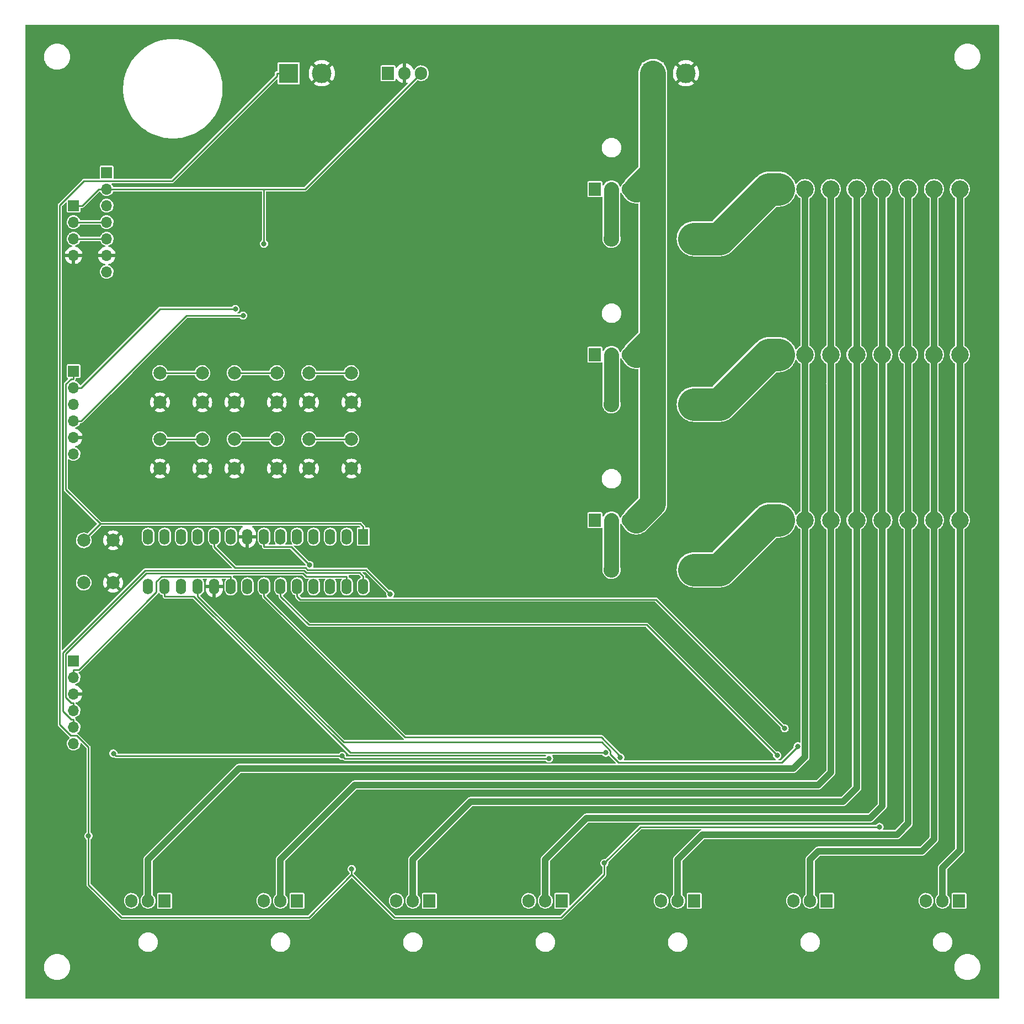
<source format=gtl>
G04 #@! TF.GenerationSoftware,KiCad,Pcbnew,(6.0.6)*
G04 #@! TF.CreationDate,2022-10-16T20:06:39+09:00*
G04 #@! TF.ProjectId,LedScoreBoard,4c656453-636f-4726-9542-6f6172642e6b,rev?*
G04 #@! TF.SameCoordinates,Original*
G04 #@! TF.FileFunction,Copper,L1,Top*
G04 #@! TF.FilePolarity,Positive*
%FSLAX46Y46*%
G04 Gerber Fmt 4.6, Leading zero omitted, Abs format (unit mm)*
G04 Created by KiCad (PCBNEW (6.0.6)) date 2022-10-16 20:06:39*
%MOMM*%
%LPD*%
G01*
G04 APERTURE LIST*
G04 Aperture macros list*
%AMRoundRect*
0 Rectangle with rounded corners*
0 $1 Rounding radius*
0 $2 $3 $4 $5 $6 $7 $8 $9 X,Y pos of 4 corners*
0 Add a 4 corners polygon primitive as box body*
4,1,4,$2,$3,$4,$5,$6,$7,$8,$9,$2,$3,0*
0 Add four circle primitives for the rounded corners*
1,1,$1+$1,$2,$3*
1,1,$1+$1,$4,$5*
1,1,$1+$1,$6,$7*
1,1,$1+$1,$8,$9*
0 Add four rect primitives between the rounded corners*
20,1,$1+$1,$2,$3,$4,$5,0*
20,1,$1+$1,$4,$5,$6,$7,0*
20,1,$1+$1,$6,$7,$8,$9,0*
20,1,$1+$1,$8,$9,$2,$3,0*%
G04 Aperture macros list end*
G04 #@! TA.AperFunction,ComponentPad*
%ADD10R,1.905000X2.000000*%
G04 #@! TD*
G04 #@! TA.AperFunction,ComponentPad*
%ADD11O,1.905000X2.000000*%
G04 #@! TD*
G04 #@! TA.AperFunction,ComponentPad*
%ADD12C,2.000000*%
G04 #@! TD*
G04 #@! TA.AperFunction,ComponentPad*
%ADD13RoundRect,0.250001X-1.099999X-1.099999X1.099999X-1.099999X1.099999X1.099999X-1.099999X1.099999X0*%
G04 #@! TD*
G04 #@! TA.AperFunction,ComponentPad*
%ADD14C,2.700000*%
G04 #@! TD*
G04 #@! TA.AperFunction,ComponentPad*
%ADD15R,3.000000X3.000000*%
G04 #@! TD*
G04 #@! TA.AperFunction,ComponentPad*
%ADD16C,3.000000*%
G04 #@! TD*
G04 #@! TA.AperFunction,ComponentPad*
%ADD17R,1.700000X1.700000*%
G04 #@! TD*
G04 #@! TA.AperFunction,ComponentPad*
%ADD18O,1.700000X1.700000*%
G04 #@! TD*
G04 #@! TA.AperFunction,ComponentPad*
%ADD19R,1.600000X2.400000*%
G04 #@! TD*
G04 #@! TA.AperFunction,ComponentPad*
%ADD20O,1.600000X2.400000*%
G04 #@! TD*
G04 #@! TA.AperFunction,ComponentPad*
%ADD21R,2.400000X2.400000*%
G04 #@! TD*
G04 #@! TA.AperFunction,ComponentPad*
%ADD22O,2.400000X2.400000*%
G04 #@! TD*
G04 #@! TA.AperFunction,ViaPad*
%ADD23C,0.800000*%
G04 #@! TD*
G04 #@! TA.AperFunction,Conductor*
%ADD24C,0.250000*%
G04 #@! TD*
G04 #@! TA.AperFunction,Conductor*
%ADD25C,2.701600*%
G04 #@! TD*
G04 #@! TA.AperFunction,Conductor*
%ADD26C,5.000000*%
G04 #@! TD*
G04 #@! TA.AperFunction,Conductor*
%ADD27C,2.300000*%
G04 #@! TD*
G04 #@! TA.AperFunction,Conductor*
%ADD28C,4.000000*%
G04 #@! TD*
G04 #@! TA.AperFunction,Conductor*
%ADD29C,1.000000*%
G04 #@! TD*
G04 APERTURE END LIST*
D10*
X163830000Y-160020000D03*
D11*
X161290000Y-160020000D03*
X158750000Y-160020000D03*
D12*
X70560000Y-89190000D03*
X64060000Y-89190000D03*
X70560000Y-93690000D03*
X64060000Y-93690000D03*
D13*
X136222500Y-76200000D03*
D14*
X140182500Y-76200000D03*
X144142500Y-76200000D03*
X148102500Y-76200000D03*
X152062500Y-76200000D03*
X156022500Y-76200000D03*
X159982500Y-76200000D03*
X163942500Y-76200000D03*
D10*
X62230000Y-160020000D03*
D11*
X59690000Y-160020000D03*
X57150000Y-160020000D03*
D10*
X107950000Y-50800000D03*
D11*
X110490000Y-50800000D03*
X113030000Y-50800000D03*
D12*
X41200000Y-89190000D03*
X47700000Y-89190000D03*
X47700000Y-93690000D03*
X41200000Y-93690000D03*
D15*
X116840000Y-33020000D03*
D16*
X121920000Y-33020000D03*
D17*
X27940000Y-123190000D03*
D18*
X27940000Y-125730000D03*
X27940000Y-128270000D03*
X27940000Y-130810000D03*
X27940000Y-133350000D03*
X27940000Y-135890000D03*
D10*
X107950000Y-101600000D03*
D11*
X110490000Y-101600000D03*
X113030000Y-101600000D03*
D10*
X102870000Y-160020000D03*
D11*
X100330000Y-160020000D03*
X97790000Y-160020000D03*
D12*
X59130000Y-79030000D03*
X52630000Y-79030000D03*
X59130000Y-83530000D03*
X52630000Y-83530000D03*
D10*
X76200000Y-33020000D03*
D11*
X78740000Y-33020000D03*
X81280000Y-33020000D03*
D12*
X41200000Y-79030000D03*
X47700000Y-79030000D03*
X47700000Y-83530000D03*
X41200000Y-83530000D03*
D13*
X136222500Y-50800000D03*
D14*
X140182500Y-50800000D03*
X144142500Y-50800000D03*
X148102500Y-50800000D03*
X152062500Y-50800000D03*
X156022500Y-50800000D03*
X159982500Y-50800000D03*
X163942500Y-50800000D03*
D10*
X82550000Y-160020000D03*
D11*
X80010000Y-160020000D03*
X77470000Y-160020000D03*
D13*
X136222500Y-101600000D03*
D14*
X140182500Y-101600000D03*
X144142500Y-101600000D03*
X148102500Y-101600000D03*
X152062500Y-101600000D03*
X156022500Y-101600000D03*
X159982500Y-101600000D03*
X163942500Y-101600000D03*
D19*
X72405000Y-104150000D03*
D20*
X69865000Y-104150000D03*
X67325000Y-104150000D03*
X64785000Y-104150000D03*
X62245000Y-104150000D03*
X59705000Y-104150000D03*
X57165000Y-104150000D03*
X54625000Y-104150000D03*
X52085000Y-104150000D03*
X49545000Y-104150000D03*
X47005000Y-104150000D03*
X44465000Y-104150000D03*
X41925000Y-104150000D03*
X39385000Y-104150000D03*
X39385000Y-111770000D03*
X41925000Y-111770000D03*
X44465000Y-111770000D03*
X47005000Y-111770000D03*
X49545000Y-111770000D03*
X52085000Y-111770000D03*
X54625000Y-111770000D03*
X57165000Y-111770000D03*
X59705000Y-111770000D03*
X62245000Y-111770000D03*
X64785000Y-111770000D03*
X67325000Y-111770000D03*
X69865000Y-111770000D03*
X72405000Y-111770000D03*
D12*
X29500000Y-111200000D03*
X29500000Y-104700000D03*
X34000000Y-111200000D03*
X34000000Y-104700000D03*
D17*
X33020000Y-48260000D03*
D18*
X33020000Y-50800000D03*
X33020000Y-53340000D03*
X33020000Y-55880000D03*
X33020000Y-58420000D03*
X33020000Y-60960000D03*
X33020000Y-63500000D03*
D10*
X107950000Y-76200000D03*
D11*
X110490000Y-76200000D03*
X113030000Y-76200000D03*
D17*
X27940000Y-78740000D03*
D18*
X27940000Y-81280000D03*
X27940000Y-83820000D03*
X27940000Y-86360000D03*
X27940000Y-88900000D03*
X27940000Y-91440000D03*
D12*
X64060000Y-79030000D03*
X70560000Y-79030000D03*
X64060000Y-83530000D03*
X70560000Y-83530000D03*
D10*
X123190000Y-160020000D03*
D11*
X120650000Y-160020000D03*
X118110000Y-160020000D03*
D10*
X41910000Y-160020000D03*
D11*
X39370000Y-160020000D03*
X36830000Y-160020000D03*
D17*
X27940000Y-53340000D03*
D18*
X27940000Y-55880000D03*
X27940000Y-58420000D03*
X27940000Y-60960000D03*
D10*
X143510000Y-160020000D03*
D11*
X140970000Y-160020000D03*
X138430000Y-160020000D03*
D12*
X52630000Y-89190000D03*
X59130000Y-89190000D03*
X52630000Y-93690000D03*
X59130000Y-93690000D03*
D15*
X60960000Y-33020000D03*
D16*
X66040000Y-33020000D03*
D21*
X123190000Y-109220000D03*
D22*
X110490000Y-109220000D03*
D21*
X123190000Y-83820000D03*
D22*
X110490000Y-83820000D03*
D21*
X123190000Y-58420000D03*
D22*
X110490000Y-58420000D03*
D23*
X57158800Y-59180700D03*
X109392300Y-154245400D03*
X30229500Y-150065500D03*
X70625000Y-155141300D03*
X151633500Y-148678400D03*
X111848100Y-138054200D03*
X135912700Y-137699700D03*
X137065200Y-133545800D03*
X64150600Y-108494900D03*
X69148400Y-137791200D03*
X34060000Y-137405300D03*
X100910400Y-138176400D03*
X76540500Y-112936100D03*
X109596400Y-137304900D03*
X139060100Y-136304300D03*
X52770600Y-69198900D03*
X53969700Y-70207500D03*
D24*
X29304700Y-53340000D02*
X31844700Y-50800000D01*
X63500000Y-50800000D02*
X81280000Y-33020000D01*
X40655000Y-112647700D02*
X40655000Y-111023700D01*
X41434000Y-110244700D02*
X52085000Y-110244700D01*
X33020000Y-50800000D02*
X34195300Y-50800000D01*
X33020000Y-50800000D02*
X31844700Y-50800000D01*
X40655000Y-111023700D02*
X41434000Y-110244700D01*
X57158800Y-50800000D02*
X63500000Y-50800000D01*
X34195300Y-50800000D02*
X57158800Y-50800000D01*
X52085000Y-111770000D02*
X52085000Y-110244700D01*
X28527700Y-53340000D02*
X29304700Y-53340000D01*
X27940000Y-53340000D02*
X28527700Y-53340000D01*
X27940000Y-125730000D02*
X27940000Y-124554700D01*
X57158800Y-50800000D02*
X57158800Y-59180700D01*
X28748000Y-124554700D02*
X40655000Y-112647700D01*
X27940000Y-124554700D02*
X28748000Y-124554700D01*
X35239850Y-162560000D02*
X64053400Y-162560000D01*
X114959300Y-148678400D02*
X151633500Y-148678400D01*
X43026600Y-49584400D02*
X29512900Y-49584400D01*
X59134700Y-33476300D02*
X43026600Y-49584400D01*
X59134700Y-33020000D02*
X59134700Y-33476300D01*
X30229500Y-157549650D02*
X35239850Y-162560000D01*
X64053400Y-162560000D02*
X70625000Y-155988400D01*
X30229500Y-150065500D02*
X30229500Y-157549650D01*
X60960000Y-33020000D02*
X59134700Y-33020000D01*
X109392300Y-154245400D02*
X114959300Y-148678400D01*
X109392300Y-155953600D02*
X109392300Y-154245400D01*
X25831700Y-53265600D02*
X25831700Y-132966100D01*
X27485600Y-134620000D02*
X28384600Y-134620000D01*
X28384600Y-134620000D02*
X30229500Y-136464900D01*
X25831700Y-132966100D02*
X27485600Y-134620000D01*
X30229500Y-136464900D02*
X30229500Y-150065500D01*
X70625000Y-155988400D02*
X77196600Y-162560000D01*
X70625000Y-155988400D02*
X70625000Y-155141300D01*
X102785900Y-162560000D02*
X109392300Y-155953600D01*
X77196600Y-162560000D02*
X102785900Y-162560000D01*
X29512900Y-49584400D02*
X25831700Y-53265600D01*
X108913500Y-134894500D02*
X111848100Y-137829100D01*
X78764200Y-134894500D02*
X108913500Y-134894500D01*
X111848100Y-137829100D02*
X111848100Y-138054200D01*
X57165000Y-111770000D02*
X57165000Y-113295300D01*
X57165000Y-113295300D02*
X78764200Y-134894500D01*
X115873700Y-117660700D02*
X135912700Y-137699700D01*
X64070400Y-117660700D02*
X115873700Y-117660700D01*
X59705000Y-111770000D02*
X59705000Y-113295300D01*
X59705000Y-113295300D02*
X64070400Y-117660700D01*
X62245000Y-111770000D02*
X62245000Y-113295300D01*
X137065200Y-133545800D02*
X117303000Y-113783600D01*
X117303000Y-113783600D02*
X62733300Y-113783600D01*
X62733300Y-113783600D02*
X62245000Y-113295300D01*
D25*
X136132100Y-50800000D02*
X136222500Y-50800000D01*
D26*
X123190000Y-58420000D02*
X127090300Y-58420000D01*
X136132100Y-50800000D02*
X134710300Y-50800000D01*
X134710300Y-50800000D02*
X127090300Y-58420000D01*
D27*
X110490000Y-50800000D02*
X110490000Y-58420000D01*
D26*
X123190000Y-83820000D02*
X127090300Y-83820000D01*
D25*
X136132100Y-76200000D02*
X136222500Y-76200000D01*
D26*
X136132100Y-76200000D02*
X134710300Y-76200000D01*
X134710300Y-76200000D02*
X127090300Y-83820000D01*
D27*
X110490000Y-76200000D02*
X110490000Y-83820000D01*
D26*
X134710300Y-101600000D02*
X127090300Y-109220000D01*
D25*
X136132000Y-101600000D02*
X136222500Y-101600000D01*
D26*
X123190000Y-109220000D02*
X127090300Y-109220000D01*
X136132000Y-101600000D02*
X134710300Y-101600000D01*
D27*
X110490000Y-101600000D02*
X110490000Y-109220000D01*
D24*
X27940000Y-78740000D02*
X27940000Y-79915300D01*
X72405000Y-102624700D02*
X71954700Y-102174400D01*
X32025600Y-102174400D02*
X29500000Y-104700000D01*
X26764700Y-80723200D02*
X27572600Y-79915300D01*
X27572600Y-79915300D02*
X27940000Y-79915300D01*
X72405000Y-104150000D02*
X72405000Y-102624700D01*
X71954700Y-102174400D02*
X32025600Y-102174400D01*
X26764700Y-96913500D02*
X26764700Y-80723200D01*
X32025600Y-102174400D02*
X26764700Y-96913500D01*
X26764700Y-122137500D02*
X39111000Y-109791200D01*
X63147400Y-109791200D02*
X63600900Y-110244700D01*
X69865000Y-111770000D02*
X69865000Y-110244700D01*
X26764700Y-128826800D02*
X26764700Y-122137500D01*
X27940000Y-130810000D02*
X27940000Y-129634700D01*
X63600900Y-110244700D02*
X69865000Y-110244700D01*
X27572600Y-129634700D02*
X26764700Y-128826800D01*
X39111000Y-109791200D02*
X63147400Y-109791200D01*
X27940000Y-129634700D02*
X27572600Y-129634700D01*
X72405000Y-111770000D02*
X72405000Y-110244700D01*
X63331400Y-109338300D02*
X63663600Y-109670500D01*
X63663600Y-109670500D02*
X71830800Y-109670500D01*
X38927000Y-109338300D02*
X63331400Y-109338300D01*
X27572700Y-132174700D02*
X26287600Y-130889600D01*
X27940000Y-133350000D02*
X27940000Y-132174700D01*
X27940000Y-132174700D02*
X27572700Y-132174700D01*
X26287600Y-121977700D02*
X38927000Y-109338300D01*
X71830800Y-109670500D02*
X72405000Y-110244700D01*
X26287600Y-130889600D02*
X26287600Y-121977700D01*
X113030000Y-101600000D02*
X114300000Y-101600000D01*
D28*
X116840000Y-48260000D02*
X116840000Y-73660000D01*
D24*
X113030000Y-50800000D02*
X114300000Y-50800000D01*
D28*
X116840000Y-73660000D02*
X116840000Y-99060000D01*
X116840000Y-33020000D02*
X116840000Y-48260000D01*
X116840000Y-73660000D02*
X114300000Y-76200000D01*
X116840000Y-99060000D02*
X114300000Y-101600000D01*
X116840000Y-48260000D02*
X114300000Y-50800000D01*
D24*
X113030000Y-76200000D02*
X114300000Y-76200000D01*
D29*
X140182500Y-50800000D02*
X140182500Y-101600000D01*
X39370000Y-160020000D02*
X39370000Y-153670000D01*
X138430000Y-139700000D02*
X140182500Y-137947500D01*
X39370000Y-153670000D02*
X53340000Y-139700000D01*
X140182500Y-101600000D02*
X140182500Y-137947500D01*
X53340000Y-139700000D02*
X138430000Y-139700000D01*
X140182500Y-80756600D02*
X140182500Y-76200000D01*
X140182000Y-80757100D02*
X140182500Y-80756600D01*
X144142000Y-80646000D02*
X144142500Y-80645500D01*
X144142500Y-140337500D02*
X144142500Y-101600000D01*
X144142500Y-80645500D02*
X144142500Y-76200000D01*
X142240000Y-142240000D02*
X144142500Y-140337500D01*
X71120000Y-142240000D02*
X142240000Y-142240000D01*
X144142500Y-101600000D02*
X144142500Y-50800000D01*
X59690000Y-153670000D02*
X71120000Y-142240000D01*
X59690000Y-160020000D02*
X59690000Y-153670000D01*
X88900000Y-144780000D02*
X146050000Y-144780000D01*
X148102500Y-142727500D02*
X148102500Y-101600000D01*
X148102500Y-81442100D02*
X148102500Y-76200000D01*
X148102000Y-81442600D02*
X148102500Y-81442100D01*
X80010000Y-160020000D02*
X80010000Y-153670000D01*
X146050000Y-144780000D02*
X148102500Y-142727500D01*
X80010000Y-153670000D02*
X88900000Y-144780000D01*
X148102500Y-50800000D02*
X148102500Y-101600000D01*
X152062000Y-82351600D02*
X152062500Y-82351100D01*
X152062500Y-145455000D02*
X152062500Y-101600000D01*
X152062500Y-82351100D02*
X152062500Y-76200000D01*
X100330000Y-160020000D02*
X100330000Y-153670000D01*
X150197500Y-147320000D02*
X152062500Y-145455000D01*
X100330000Y-153670000D02*
X106680000Y-147320000D01*
X152062500Y-101600000D02*
X152062500Y-50800000D01*
X106680000Y-147320000D02*
X150197500Y-147320000D01*
X124460000Y-149860000D02*
X154305000Y-149860000D01*
X156022500Y-148142500D02*
X156022500Y-101600000D01*
X156022500Y-83246800D02*
X156022500Y-76200000D01*
X120650000Y-153670000D02*
X124460000Y-149860000D01*
X154305000Y-149860000D02*
X156022500Y-148142500D01*
X120650000Y-160020000D02*
X120650000Y-153670000D01*
X156022500Y-50800000D02*
X156022500Y-101600000D01*
X156022000Y-83247300D02*
X156022500Y-83246800D01*
X158115000Y-152400000D02*
X159982500Y-150532500D01*
X159982500Y-84043500D02*
X159982500Y-76200000D01*
X140970000Y-153670000D02*
X142240000Y-152400000D01*
X159982000Y-84044000D02*
X159982500Y-84043500D01*
X159982500Y-150532500D02*
X159982500Y-101600000D01*
X142240000Y-152400000D02*
X158115000Y-152400000D01*
X140970000Y-160020000D02*
X140970000Y-153670000D01*
X159982500Y-101600000D02*
X159982500Y-50800000D01*
X163942000Y-84629300D02*
X163942500Y-84628800D01*
X161290000Y-160020000D02*
X161290000Y-154940000D01*
X163942500Y-84628800D02*
X163942500Y-76200000D01*
X163942500Y-152287500D02*
X163942500Y-101600000D01*
X161290000Y-154940000D02*
X163942500Y-152287500D01*
X163942500Y-50800000D02*
X163942500Y-101600000D01*
D24*
X57165000Y-104150000D02*
X57165000Y-105675300D01*
X64150600Y-108494900D02*
X61331000Y-105675300D01*
X61331000Y-105675300D02*
X57165000Y-105675300D01*
X69148400Y-137791200D02*
X34445900Y-137791200D01*
X100910400Y-138176400D02*
X69533600Y-138176400D01*
X69533600Y-138176400D02*
X69148400Y-137791200D01*
X34445900Y-137791200D02*
X34060000Y-137405300D01*
X52757600Y-108887900D02*
X63517900Y-108887900D01*
X63850200Y-109220200D02*
X72824600Y-109220200D01*
X49545000Y-105675300D02*
X52757600Y-108887900D01*
X72824600Y-109220200D02*
X76540500Y-112936100D01*
X63517900Y-108887900D02*
X63850200Y-109220200D01*
X49545000Y-104150000D02*
X49545000Y-105675300D01*
X41925000Y-111770000D02*
X41925000Y-113295300D01*
X46368100Y-113295300D02*
X41925000Y-113295300D01*
X70377700Y-137304900D02*
X46368100Y-113295300D01*
X109596400Y-137304900D02*
X70377700Y-137304900D01*
X139060100Y-136304300D02*
X136584900Y-138779500D01*
X47005000Y-111770000D02*
X47005000Y-113295300D01*
X69388700Y-135679000D02*
X47005000Y-113295300D01*
X108996300Y-135679000D02*
X69388700Y-135679000D01*
X110321700Y-137004400D02*
X108996300Y-135679000D01*
X136584900Y-138779500D02*
X111547700Y-138779500D01*
X111547700Y-138779500D02*
X110321700Y-137553500D01*
X110321700Y-137553500D02*
X110321700Y-137004400D01*
X47700000Y-79030000D02*
X41200000Y-79030000D01*
X47700000Y-89190000D02*
X41200000Y-89190000D01*
X52630000Y-79030000D02*
X59130000Y-79030000D01*
X27940000Y-55880000D02*
X33020000Y-55880000D01*
X27940000Y-58420000D02*
X33020000Y-58420000D01*
X59130000Y-89190000D02*
X52630000Y-89190000D01*
X70560000Y-79030000D02*
X64060000Y-79030000D01*
X64060000Y-89190000D02*
X70560000Y-89190000D01*
X41196400Y-69198900D02*
X52770600Y-69198900D01*
X29115300Y-81280000D02*
X41196400Y-69198900D01*
X27940000Y-81280000D02*
X29115300Y-81280000D01*
X27940000Y-86360000D02*
X29115300Y-86360000D01*
X45267800Y-70207500D02*
X53969700Y-70207500D01*
X29115300Y-86360000D02*
X45267800Y-70207500D01*
G04 #@! TA.AperFunction,Conductor*
G36*
X169938691Y-25619407D02*
G01*
X169974655Y-25668907D01*
X169979500Y-25699500D01*
X169979500Y-174960500D01*
X169960593Y-175018691D01*
X169911093Y-175054655D01*
X169880500Y-175059500D01*
X20619500Y-175059500D01*
X20561309Y-175040593D01*
X20525345Y-174991093D01*
X20520500Y-174960500D01*
X20520500Y-170148497D01*
X23394637Y-170148497D01*
X23410205Y-170431370D01*
X23465474Y-170709226D01*
X23559342Y-170976524D01*
X23689936Y-171227928D01*
X23691966Y-171230769D01*
X23691968Y-171230772D01*
X23758729Y-171324194D01*
X23854651Y-171458424D01*
X23857063Y-171460952D01*
X24047784Y-171660881D01*
X24047788Y-171660885D01*
X24050199Y-171663412D01*
X24272680Y-171838801D01*
X24275702Y-171840557D01*
X24275706Y-171840559D01*
X24335094Y-171875054D01*
X24517654Y-171981093D01*
X24579781Y-172006257D01*
X24776987Y-172086134D01*
X24776991Y-172086135D01*
X24780232Y-172087448D01*
X24854817Y-172105975D01*
X25051782Y-172154902D01*
X25051786Y-172154903D01*
X25055177Y-172155745D01*
X25058658Y-172156102D01*
X25058660Y-172156102D01*
X25134933Y-172163917D01*
X25296790Y-172180500D01*
X25472170Y-172180500D01*
X25564162Y-172173986D01*
X25679097Y-172165849D01*
X25679103Y-172165848D01*
X25682593Y-172165601D01*
X25959547Y-172105975D01*
X26225337Y-172007920D01*
X26474660Y-171873393D01*
X26477470Y-171871318D01*
X26477474Y-171871315D01*
X26588600Y-171789236D01*
X26702540Y-171705078D01*
X26904430Y-171506334D01*
X27076304Y-171281126D01*
X27104504Y-171230772D01*
X27213017Y-171037006D01*
X27213018Y-171037005D01*
X27214730Y-171033947D01*
X27316948Y-170769730D01*
X27380918Y-170493747D01*
X27405363Y-170211503D01*
X27401895Y-170148497D01*
X163094637Y-170148497D01*
X163110205Y-170431370D01*
X163165474Y-170709226D01*
X163259342Y-170976524D01*
X163389936Y-171227928D01*
X163391966Y-171230769D01*
X163391968Y-171230772D01*
X163458729Y-171324194D01*
X163554651Y-171458424D01*
X163557063Y-171460952D01*
X163747784Y-171660881D01*
X163747788Y-171660885D01*
X163750199Y-171663412D01*
X163972680Y-171838801D01*
X163975702Y-171840557D01*
X163975706Y-171840559D01*
X164035094Y-171875054D01*
X164217654Y-171981093D01*
X164279781Y-172006257D01*
X164476987Y-172086134D01*
X164476991Y-172086135D01*
X164480232Y-172087448D01*
X164554817Y-172105975D01*
X164751782Y-172154902D01*
X164751786Y-172154903D01*
X164755177Y-172155745D01*
X164758658Y-172156102D01*
X164758660Y-172156102D01*
X164834933Y-172163917D01*
X164996790Y-172180500D01*
X165172170Y-172180500D01*
X165264162Y-172173986D01*
X165379097Y-172165849D01*
X165379103Y-172165848D01*
X165382593Y-172165601D01*
X165659547Y-172105975D01*
X165925337Y-172007920D01*
X166174660Y-171873393D01*
X166177470Y-171871318D01*
X166177474Y-171871315D01*
X166288600Y-171789236D01*
X166402540Y-171705078D01*
X166604430Y-171506334D01*
X166776304Y-171281126D01*
X166804504Y-171230772D01*
X166913017Y-171037006D01*
X166913018Y-171037005D01*
X166914730Y-171033947D01*
X167016948Y-170769730D01*
X167080918Y-170493747D01*
X167105363Y-170211503D01*
X167089795Y-169928630D01*
X167034526Y-169650774D01*
X166940658Y-169383476D01*
X166810064Y-169132072D01*
X166770057Y-169076087D01*
X166647383Y-168904423D01*
X166645349Y-168901576D01*
X166561097Y-168813257D01*
X166452216Y-168699119D01*
X166452212Y-168699115D01*
X166449801Y-168696588D01*
X166227320Y-168521199D01*
X166224298Y-168519443D01*
X166224294Y-168519441D01*
X166141710Y-168471473D01*
X165982346Y-168378907D01*
X165855707Y-168327613D01*
X165723013Y-168273866D01*
X165723009Y-168273865D01*
X165719768Y-168272552D01*
X165583620Y-168238732D01*
X165448218Y-168205098D01*
X165448214Y-168205097D01*
X165444823Y-168204255D01*
X165441342Y-168203898D01*
X165441340Y-168203898D01*
X165365067Y-168196083D01*
X165203210Y-168179500D01*
X165027830Y-168179500D01*
X164935838Y-168186014D01*
X164820903Y-168194151D01*
X164820897Y-168194152D01*
X164817407Y-168194399D01*
X164540453Y-168254025D01*
X164274663Y-168352080D01*
X164025340Y-168486607D01*
X164022530Y-168488682D01*
X164022526Y-168488685D01*
X163911400Y-168570765D01*
X163797460Y-168654922D01*
X163595570Y-168853666D01*
X163423696Y-169078874D01*
X163421984Y-169081931D01*
X163421982Y-169081934D01*
X163286983Y-169322994D01*
X163285270Y-169326053D01*
X163183052Y-169590270D01*
X163119082Y-169866253D01*
X163094637Y-170148497D01*
X27401895Y-170148497D01*
X27389795Y-169928630D01*
X27334526Y-169650774D01*
X27240658Y-169383476D01*
X27110064Y-169132072D01*
X27070057Y-169076087D01*
X26947383Y-168904423D01*
X26945349Y-168901576D01*
X26861097Y-168813257D01*
X26752216Y-168699119D01*
X26752212Y-168699115D01*
X26749801Y-168696588D01*
X26527320Y-168521199D01*
X26524298Y-168519443D01*
X26524294Y-168519441D01*
X26441710Y-168471473D01*
X26282346Y-168378907D01*
X26155707Y-168327613D01*
X26023013Y-168273866D01*
X26023009Y-168273865D01*
X26019768Y-168272552D01*
X25883620Y-168238732D01*
X25748218Y-168205098D01*
X25748214Y-168205097D01*
X25744823Y-168204255D01*
X25741342Y-168203898D01*
X25741340Y-168203898D01*
X25665067Y-168196083D01*
X25503210Y-168179500D01*
X25327830Y-168179500D01*
X25235838Y-168186014D01*
X25120903Y-168194151D01*
X25120897Y-168194152D01*
X25117407Y-168194399D01*
X24840453Y-168254025D01*
X24574663Y-168352080D01*
X24325340Y-168486607D01*
X24322530Y-168488682D01*
X24322526Y-168488685D01*
X24211400Y-168570765D01*
X24097460Y-168654922D01*
X23895570Y-168853666D01*
X23723696Y-169078874D01*
X23721984Y-169081931D01*
X23721982Y-169081934D01*
X23586983Y-169322994D01*
X23585270Y-169326053D01*
X23483052Y-169590270D01*
X23419082Y-169866253D01*
X23394637Y-170148497D01*
X20520500Y-170148497D01*
X20520500Y-166475028D01*
X37868025Y-166475028D01*
X37905347Y-166718930D01*
X37982003Y-166953460D01*
X38095935Y-167172321D01*
X38098370Y-167175564D01*
X38098373Y-167175569D01*
X38213648Y-167329100D01*
X38244083Y-167369636D01*
X38247018Y-167372441D01*
X38247020Y-167372443D01*
X38315767Y-167438139D01*
X38422468Y-167540104D01*
X38626300Y-167679149D01*
X38629980Y-167680857D01*
X38629985Y-167680860D01*
X38730771Y-167727643D01*
X38850104Y-167783035D01*
X38854020Y-167784121D01*
X39083947Y-167847886D01*
X39083950Y-167847887D01*
X39087871Y-167848974D01*
X39091919Y-167849407D01*
X39091921Y-167849407D01*
X39165053Y-167857222D01*
X39289292Y-167870500D01*
X39432554Y-167870500D01*
X39434583Y-167870333D01*
X39434587Y-167870333D01*
X39611864Y-167855758D01*
X39611867Y-167855757D01*
X39615911Y-167855425D01*
X39619845Y-167854437D01*
X39619850Y-167854436D01*
X39785669Y-167812785D01*
X39855217Y-167795316D01*
X40081493Y-167696928D01*
X40288661Y-167562905D01*
X40471158Y-167396846D01*
X40473677Y-167393657D01*
X40621565Y-167206398D01*
X40621569Y-167206392D01*
X40624082Y-167203210D01*
X40743327Y-166987198D01*
X40744685Y-166983364D01*
X40824333Y-166758446D01*
X40824334Y-166758442D01*
X40825691Y-166754610D01*
X40868961Y-166511694D01*
X40869409Y-166475028D01*
X58188025Y-166475028D01*
X58225347Y-166718930D01*
X58302003Y-166953460D01*
X58415935Y-167172321D01*
X58418370Y-167175564D01*
X58418373Y-167175569D01*
X58533648Y-167329100D01*
X58564083Y-167369636D01*
X58567018Y-167372441D01*
X58567020Y-167372443D01*
X58635767Y-167438139D01*
X58742468Y-167540104D01*
X58946300Y-167679149D01*
X58949980Y-167680857D01*
X58949985Y-167680860D01*
X59050771Y-167727643D01*
X59170104Y-167783035D01*
X59174020Y-167784121D01*
X59403947Y-167847886D01*
X59403950Y-167847887D01*
X59407871Y-167848974D01*
X59411919Y-167849407D01*
X59411921Y-167849407D01*
X59485053Y-167857222D01*
X59609292Y-167870500D01*
X59752554Y-167870500D01*
X59754583Y-167870333D01*
X59754587Y-167870333D01*
X59931864Y-167855758D01*
X59931867Y-167855757D01*
X59935911Y-167855425D01*
X59939845Y-167854437D01*
X59939850Y-167854436D01*
X60105669Y-167812785D01*
X60175217Y-167795316D01*
X60401493Y-167696928D01*
X60608661Y-167562905D01*
X60791158Y-167396846D01*
X60793677Y-167393657D01*
X60941565Y-167206398D01*
X60941569Y-167206392D01*
X60944082Y-167203210D01*
X61063327Y-166987198D01*
X61064685Y-166983364D01*
X61144333Y-166758446D01*
X61144334Y-166758442D01*
X61145691Y-166754610D01*
X61188961Y-166511694D01*
X61189409Y-166475028D01*
X78508025Y-166475028D01*
X78545347Y-166718930D01*
X78622003Y-166953460D01*
X78735935Y-167172321D01*
X78738370Y-167175564D01*
X78738373Y-167175569D01*
X78853648Y-167329100D01*
X78884083Y-167369636D01*
X78887018Y-167372441D01*
X78887020Y-167372443D01*
X78955767Y-167438139D01*
X79062468Y-167540104D01*
X79266300Y-167679149D01*
X79269980Y-167680857D01*
X79269985Y-167680860D01*
X79370771Y-167727643D01*
X79490104Y-167783035D01*
X79494020Y-167784121D01*
X79723947Y-167847886D01*
X79723950Y-167847887D01*
X79727871Y-167848974D01*
X79731919Y-167849407D01*
X79731921Y-167849407D01*
X79805053Y-167857222D01*
X79929292Y-167870500D01*
X80072554Y-167870500D01*
X80074583Y-167870333D01*
X80074587Y-167870333D01*
X80251864Y-167855758D01*
X80251867Y-167855757D01*
X80255911Y-167855425D01*
X80259845Y-167854437D01*
X80259850Y-167854436D01*
X80425669Y-167812785D01*
X80495217Y-167795316D01*
X80721493Y-167696928D01*
X80928661Y-167562905D01*
X81111158Y-167396846D01*
X81113677Y-167393657D01*
X81261565Y-167206398D01*
X81261569Y-167206392D01*
X81264082Y-167203210D01*
X81383327Y-166987198D01*
X81384685Y-166983364D01*
X81464333Y-166758446D01*
X81464334Y-166758442D01*
X81465691Y-166754610D01*
X81508961Y-166511694D01*
X81509409Y-166475028D01*
X98828025Y-166475028D01*
X98865347Y-166718930D01*
X98942003Y-166953460D01*
X99055935Y-167172321D01*
X99058370Y-167175564D01*
X99058373Y-167175569D01*
X99173648Y-167329100D01*
X99204083Y-167369636D01*
X99207018Y-167372441D01*
X99207020Y-167372443D01*
X99275767Y-167438139D01*
X99382468Y-167540104D01*
X99586300Y-167679149D01*
X99589980Y-167680857D01*
X99589985Y-167680860D01*
X99690771Y-167727643D01*
X99810104Y-167783035D01*
X99814020Y-167784121D01*
X100043947Y-167847886D01*
X100043950Y-167847887D01*
X100047871Y-167848974D01*
X100051919Y-167849407D01*
X100051921Y-167849407D01*
X100125053Y-167857222D01*
X100249292Y-167870500D01*
X100392554Y-167870500D01*
X100394583Y-167870333D01*
X100394587Y-167870333D01*
X100571864Y-167855758D01*
X100571867Y-167855757D01*
X100575911Y-167855425D01*
X100579845Y-167854437D01*
X100579850Y-167854436D01*
X100745669Y-167812785D01*
X100815217Y-167795316D01*
X101041493Y-167696928D01*
X101248661Y-167562905D01*
X101431158Y-167396846D01*
X101433677Y-167393657D01*
X101581565Y-167206398D01*
X101581569Y-167206392D01*
X101584082Y-167203210D01*
X101703327Y-166987198D01*
X101704685Y-166983364D01*
X101784333Y-166758446D01*
X101784334Y-166758442D01*
X101785691Y-166754610D01*
X101828961Y-166511694D01*
X101829409Y-166475028D01*
X119148025Y-166475028D01*
X119185347Y-166718930D01*
X119262003Y-166953460D01*
X119375935Y-167172321D01*
X119378370Y-167175564D01*
X119378373Y-167175569D01*
X119493648Y-167329100D01*
X119524083Y-167369636D01*
X119527018Y-167372441D01*
X119527020Y-167372443D01*
X119595767Y-167438139D01*
X119702468Y-167540104D01*
X119906300Y-167679149D01*
X119909980Y-167680857D01*
X119909985Y-167680860D01*
X120010771Y-167727643D01*
X120130104Y-167783035D01*
X120134020Y-167784121D01*
X120363947Y-167847886D01*
X120363950Y-167847887D01*
X120367871Y-167848974D01*
X120371919Y-167849407D01*
X120371921Y-167849407D01*
X120445053Y-167857222D01*
X120569292Y-167870500D01*
X120712554Y-167870500D01*
X120714583Y-167870333D01*
X120714587Y-167870333D01*
X120891864Y-167855758D01*
X120891867Y-167855757D01*
X120895911Y-167855425D01*
X120899845Y-167854437D01*
X120899850Y-167854436D01*
X121065669Y-167812785D01*
X121135217Y-167795316D01*
X121361493Y-167696928D01*
X121568661Y-167562905D01*
X121751158Y-167396846D01*
X121753677Y-167393657D01*
X121901565Y-167206398D01*
X121901569Y-167206392D01*
X121904082Y-167203210D01*
X122023327Y-166987198D01*
X122024685Y-166983364D01*
X122104333Y-166758446D01*
X122104334Y-166758442D01*
X122105691Y-166754610D01*
X122148961Y-166511694D01*
X122149409Y-166475028D01*
X139468025Y-166475028D01*
X139505347Y-166718930D01*
X139582003Y-166953460D01*
X139695935Y-167172321D01*
X139698370Y-167175564D01*
X139698373Y-167175569D01*
X139813648Y-167329100D01*
X139844083Y-167369636D01*
X139847018Y-167372441D01*
X139847020Y-167372443D01*
X139915767Y-167438139D01*
X140022468Y-167540104D01*
X140226300Y-167679149D01*
X140229980Y-167680857D01*
X140229985Y-167680860D01*
X140330771Y-167727643D01*
X140450104Y-167783035D01*
X140454020Y-167784121D01*
X140683947Y-167847886D01*
X140683950Y-167847887D01*
X140687871Y-167848974D01*
X140691919Y-167849407D01*
X140691921Y-167849407D01*
X140765053Y-167857222D01*
X140889292Y-167870500D01*
X141032554Y-167870500D01*
X141034583Y-167870333D01*
X141034587Y-167870333D01*
X141211864Y-167855758D01*
X141211867Y-167855757D01*
X141215911Y-167855425D01*
X141219845Y-167854437D01*
X141219850Y-167854436D01*
X141385669Y-167812785D01*
X141455217Y-167795316D01*
X141681493Y-167696928D01*
X141888661Y-167562905D01*
X142071158Y-167396846D01*
X142073677Y-167393657D01*
X142221565Y-167206398D01*
X142221569Y-167206392D01*
X142224082Y-167203210D01*
X142343327Y-166987198D01*
X142344685Y-166983364D01*
X142424333Y-166758446D01*
X142424334Y-166758442D01*
X142425691Y-166754610D01*
X142468961Y-166511694D01*
X142469409Y-166475028D01*
X159788025Y-166475028D01*
X159825347Y-166718930D01*
X159902003Y-166953460D01*
X160015935Y-167172321D01*
X160018370Y-167175564D01*
X160018373Y-167175569D01*
X160133648Y-167329100D01*
X160164083Y-167369636D01*
X160167018Y-167372441D01*
X160167020Y-167372443D01*
X160235767Y-167438139D01*
X160342468Y-167540104D01*
X160546300Y-167679149D01*
X160549980Y-167680857D01*
X160549985Y-167680860D01*
X160650771Y-167727643D01*
X160770104Y-167783035D01*
X160774020Y-167784121D01*
X161003947Y-167847886D01*
X161003950Y-167847887D01*
X161007871Y-167848974D01*
X161011919Y-167849407D01*
X161011921Y-167849407D01*
X161085053Y-167857222D01*
X161209292Y-167870500D01*
X161352554Y-167870500D01*
X161354583Y-167870333D01*
X161354587Y-167870333D01*
X161531864Y-167855758D01*
X161531867Y-167855757D01*
X161535911Y-167855425D01*
X161539845Y-167854437D01*
X161539850Y-167854436D01*
X161705669Y-167812785D01*
X161775217Y-167795316D01*
X162001493Y-167696928D01*
X162208661Y-167562905D01*
X162391158Y-167396846D01*
X162393677Y-167393657D01*
X162541565Y-167206398D01*
X162541569Y-167206392D01*
X162544082Y-167203210D01*
X162663327Y-166987198D01*
X162664685Y-166983364D01*
X162744333Y-166758446D01*
X162744334Y-166758442D01*
X162745691Y-166754610D01*
X162788961Y-166511694D01*
X162791975Y-166264972D01*
X162754653Y-166021070D01*
X162677997Y-165786540D01*
X162564065Y-165567679D01*
X162561630Y-165564436D01*
X162561627Y-165564431D01*
X162418354Y-165373610D01*
X162415917Y-165370364D01*
X162390781Y-165346343D01*
X162344233Y-165301861D01*
X162237532Y-165199896D01*
X162033700Y-165060851D01*
X162030020Y-165059143D01*
X162030015Y-165059140D01*
X161929229Y-165012357D01*
X161809896Y-164956965D01*
X161771461Y-164946306D01*
X161576053Y-164892114D01*
X161576050Y-164892113D01*
X161572129Y-164891026D01*
X161568081Y-164890593D01*
X161568079Y-164890593D01*
X161494947Y-164882778D01*
X161370708Y-164869500D01*
X161227446Y-164869500D01*
X161225417Y-164869667D01*
X161225413Y-164869667D01*
X161048136Y-164884242D01*
X161048133Y-164884243D01*
X161044089Y-164884575D01*
X161040155Y-164885563D01*
X161040150Y-164885564D01*
X160874331Y-164927215D01*
X160804783Y-164944684D01*
X160578507Y-165043072D01*
X160371339Y-165177095D01*
X160188842Y-165343154D01*
X160186326Y-165346340D01*
X160186323Y-165346343D01*
X160038435Y-165533602D01*
X160038431Y-165533608D01*
X160035918Y-165536790D01*
X159916673Y-165752802D01*
X159915316Y-165756633D01*
X159915315Y-165756636D01*
X159904726Y-165786540D01*
X159834309Y-165985390D01*
X159791039Y-166228306D01*
X159788025Y-166475028D01*
X142469409Y-166475028D01*
X142471975Y-166264972D01*
X142434653Y-166021070D01*
X142357997Y-165786540D01*
X142244065Y-165567679D01*
X142241630Y-165564436D01*
X142241627Y-165564431D01*
X142098354Y-165373610D01*
X142095917Y-165370364D01*
X142070781Y-165346343D01*
X142024233Y-165301861D01*
X141917532Y-165199896D01*
X141713700Y-165060851D01*
X141710020Y-165059143D01*
X141710015Y-165059140D01*
X141609229Y-165012357D01*
X141489896Y-164956965D01*
X141451461Y-164946306D01*
X141256053Y-164892114D01*
X141256050Y-164892113D01*
X141252129Y-164891026D01*
X141248081Y-164890593D01*
X141248079Y-164890593D01*
X141174947Y-164882778D01*
X141050708Y-164869500D01*
X140907446Y-164869500D01*
X140905417Y-164869667D01*
X140905413Y-164869667D01*
X140728136Y-164884242D01*
X140728133Y-164884243D01*
X140724089Y-164884575D01*
X140720155Y-164885563D01*
X140720150Y-164885564D01*
X140554331Y-164927215D01*
X140484783Y-164944684D01*
X140258507Y-165043072D01*
X140051339Y-165177095D01*
X139868842Y-165343154D01*
X139866326Y-165346340D01*
X139866323Y-165346343D01*
X139718435Y-165533602D01*
X139718431Y-165533608D01*
X139715918Y-165536790D01*
X139596673Y-165752802D01*
X139595316Y-165756633D01*
X139595315Y-165756636D01*
X139584726Y-165786540D01*
X139514309Y-165985390D01*
X139471039Y-166228306D01*
X139468025Y-166475028D01*
X122149409Y-166475028D01*
X122151975Y-166264972D01*
X122114653Y-166021070D01*
X122037997Y-165786540D01*
X121924065Y-165567679D01*
X121921630Y-165564436D01*
X121921627Y-165564431D01*
X121778354Y-165373610D01*
X121775917Y-165370364D01*
X121750781Y-165346343D01*
X121704233Y-165301861D01*
X121597532Y-165199896D01*
X121393700Y-165060851D01*
X121390020Y-165059143D01*
X121390015Y-165059140D01*
X121289229Y-165012357D01*
X121169896Y-164956965D01*
X121131461Y-164946306D01*
X120936053Y-164892114D01*
X120936050Y-164892113D01*
X120932129Y-164891026D01*
X120928081Y-164890593D01*
X120928079Y-164890593D01*
X120854947Y-164882778D01*
X120730708Y-164869500D01*
X120587446Y-164869500D01*
X120585417Y-164869667D01*
X120585413Y-164869667D01*
X120408136Y-164884242D01*
X120408133Y-164884243D01*
X120404089Y-164884575D01*
X120400155Y-164885563D01*
X120400150Y-164885564D01*
X120234331Y-164927215D01*
X120164783Y-164944684D01*
X119938507Y-165043072D01*
X119731339Y-165177095D01*
X119548842Y-165343154D01*
X119546326Y-165346340D01*
X119546323Y-165346343D01*
X119398435Y-165533602D01*
X119398431Y-165533608D01*
X119395918Y-165536790D01*
X119276673Y-165752802D01*
X119275316Y-165756633D01*
X119275315Y-165756636D01*
X119264726Y-165786540D01*
X119194309Y-165985390D01*
X119151039Y-166228306D01*
X119148025Y-166475028D01*
X101829409Y-166475028D01*
X101831975Y-166264972D01*
X101794653Y-166021070D01*
X101717997Y-165786540D01*
X101604065Y-165567679D01*
X101601630Y-165564436D01*
X101601627Y-165564431D01*
X101458354Y-165373610D01*
X101455917Y-165370364D01*
X101430781Y-165346343D01*
X101384233Y-165301861D01*
X101277532Y-165199896D01*
X101073700Y-165060851D01*
X101070020Y-165059143D01*
X101070015Y-165059140D01*
X100969229Y-165012357D01*
X100849896Y-164956965D01*
X100811461Y-164946306D01*
X100616053Y-164892114D01*
X100616050Y-164892113D01*
X100612129Y-164891026D01*
X100608081Y-164890593D01*
X100608079Y-164890593D01*
X100534947Y-164882778D01*
X100410708Y-164869500D01*
X100267446Y-164869500D01*
X100265417Y-164869667D01*
X100265413Y-164869667D01*
X100088136Y-164884242D01*
X100088133Y-164884243D01*
X100084089Y-164884575D01*
X100080155Y-164885563D01*
X100080150Y-164885564D01*
X99914331Y-164927215D01*
X99844783Y-164944684D01*
X99618507Y-165043072D01*
X99411339Y-165177095D01*
X99228842Y-165343154D01*
X99226326Y-165346340D01*
X99226323Y-165346343D01*
X99078435Y-165533602D01*
X99078431Y-165533608D01*
X99075918Y-165536790D01*
X98956673Y-165752802D01*
X98955316Y-165756633D01*
X98955315Y-165756636D01*
X98944726Y-165786540D01*
X98874309Y-165985390D01*
X98831039Y-166228306D01*
X98828025Y-166475028D01*
X81509409Y-166475028D01*
X81511975Y-166264972D01*
X81474653Y-166021070D01*
X81397997Y-165786540D01*
X81284065Y-165567679D01*
X81281630Y-165564436D01*
X81281627Y-165564431D01*
X81138354Y-165373610D01*
X81135917Y-165370364D01*
X81110781Y-165346343D01*
X81064233Y-165301861D01*
X80957532Y-165199896D01*
X80753700Y-165060851D01*
X80750020Y-165059143D01*
X80750015Y-165059140D01*
X80649229Y-165012357D01*
X80529896Y-164956965D01*
X80491461Y-164946306D01*
X80296053Y-164892114D01*
X80296050Y-164892113D01*
X80292129Y-164891026D01*
X80288081Y-164890593D01*
X80288079Y-164890593D01*
X80214947Y-164882778D01*
X80090708Y-164869500D01*
X79947446Y-164869500D01*
X79945417Y-164869667D01*
X79945413Y-164869667D01*
X79768136Y-164884242D01*
X79768133Y-164884243D01*
X79764089Y-164884575D01*
X79760155Y-164885563D01*
X79760150Y-164885564D01*
X79594331Y-164927215D01*
X79524783Y-164944684D01*
X79298507Y-165043072D01*
X79091339Y-165177095D01*
X78908842Y-165343154D01*
X78906326Y-165346340D01*
X78906323Y-165346343D01*
X78758435Y-165533602D01*
X78758431Y-165533608D01*
X78755918Y-165536790D01*
X78636673Y-165752802D01*
X78635316Y-165756633D01*
X78635315Y-165756636D01*
X78624726Y-165786540D01*
X78554309Y-165985390D01*
X78511039Y-166228306D01*
X78508025Y-166475028D01*
X61189409Y-166475028D01*
X61191975Y-166264972D01*
X61154653Y-166021070D01*
X61077997Y-165786540D01*
X60964065Y-165567679D01*
X60961630Y-165564436D01*
X60961627Y-165564431D01*
X60818354Y-165373610D01*
X60815917Y-165370364D01*
X60790781Y-165346343D01*
X60744233Y-165301861D01*
X60637532Y-165199896D01*
X60433700Y-165060851D01*
X60430020Y-165059143D01*
X60430015Y-165059140D01*
X60329229Y-165012357D01*
X60209896Y-164956965D01*
X60171461Y-164946306D01*
X59976053Y-164892114D01*
X59976050Y-164892113D01*
X59972129Y-164891026D01*
X59968081Y-164890593D01*
X59968079Y-164890593D01*
X59894947Y-164882778D01*
X59770708Y-164869500D01*
X59627446Y-164869500D01*
X59625417Y-164869667D01*
X59625413Y-164869667D01*
X59448136Y-164884242D01*
X59448133Y-164884243D01*
X59444089Y-164884575D01*
X59440155Y-164885563D01*
X59440150Y-164885564D01*
X59274331Y-164927215D01*
X59204783Y-164944684D01*
X58978507Y-165043072D01*
X58771339Y-165177095D01*
X58588842Y-165343154D01*
X58586326Y-165346340D01*
X58586323Y-165346343D01*
X58438435Y-165533602D01*
X58438431Y-165533608D01*
X58435918Y-165536790D01*
X58316673Y-165752802D01*
X58315316Y-165756633D01*
X58315315Y-165756636D01*
X58304726Y-165786540D01*
X58234309Y-165985390D01*
X58191039Y-166228306D01*
X58188025Y-166475028D01*
X40869409Y-166475028D01*
X40871975Y-166264972D01*
X40834653Y-166021070D01*
X40757997Y-165786540D01*
X40644065Y-165567679D01*
X40641630Y-165564436D01*
X40641627Y-165564431D01*
X40498354Y-165373610D01*
X40495917Y-165370364D01*
X40470781Y-165346343D01*
X40424233Y-165301861D01*
X40317532Y-165199896D01*
X40113700Y-165060851D01*
X40110020Y-165059143D01*
X40110015Y-165059140D01*
X40009229Y-165012357D01*
X39889896Y-164956965D01*
X39851461Y-164946306D01*
X39656053Y-164892114D01*
X39656050Y-164892113D01*
X39652129Y-164891026D01*
X39648081Y-164890593D01*
X39648079Y-164890593D01*
X39574947Y-164882778D01*
X39450708Y-164869500D01*
X39307446Y-164869500D01*
X39305417Y-164869667D01*
X39305413Y-164869667D01*
X39128136Y-164884242D01*
X39128133Y-164884243D01*
X39124089Y-164884575D01*
X39120155Y-164885563D01*
X39120150Y-164885564D01*
X38954331Y-164927215D01*
X38884783Y-164944684D01*
X38658507Y-165043072D01*
X38451339Y-165177095D01*
X38268842Y-165343154D01*
X38266326Y-165346340D01*
X38266323Y-165346343D01*
X38118435Y-165533602D01*
X38118431Y-165533608D01*
X38115918Y-165536790D01*
X37996673Y-165752802D01*
X37995316Y-165756633D01*
X37995315Y-165756636D01*
X37984726Y-165786540D01*
X37914309Y-165985390D01*
X37871039Y-166228306D01*
X37868025Y-166475028D01*
X20520500Y-166475028D01*
X20520500Y-132994907D01*
X25502436Y-132994907D01*
X25504678Y-133003274D01*
X25512496Y-133032449D01*
X25514366Y-133040883D01*
X25521112Y-133079145D01*
X25525442Y-133086644D01*
X25527438Y-133092129D01*
X25529904Y-133097416D01*
X25532146Y-133105784D01*
X25546244Y-133125917D01*
X25554432Y-133137611D01*
X25559071Y-133144892D01*
X25578506Y-133178555D01*
X25608271Y-133203531D01*
X25614639Y-133209365D01*
X27242331Y-134837057D01*
X27248165Y-134843424D01*
X27273145Y-134873194D01*
X27296314Y-134886571D01*
X27337255Y-134932038D01*
X27343652Y-134992888D01*
X27308849Y-135049462D01*
X27205220Y-135132781D01*
X27205217Y-135132783D01*
X27201447Y-135135815D01*
X27198333Y-135139526D01*
X27198332Y-135139527D01*
X27127649Y-135223764D01*
X27069024Y-135293630D01*
X26969776Y-135474162D01*
X26907484Y-135670532D01*
X26906944Y-135675344D01*
X26906944Y-135675345D01*
X26887455Y-135849100D01*
X26884520Y-135875262D01*
X26888233Y-135919474D01*
X26899912Y-136058555D01*
X26901759Y-136080553D01*
X26903092Y-136085201D01*
X26903092Y-136085202D01*
X26942214Y-136221635D01*
X26958544Y-136278586D01*
X26960759Y-136282896D01*
X26966152Y-136293389D01*
X27052712Y-136461818D01*
X27180677Y-136623270D01*
X27184357Y-136626402D01*
X27184359Y-136626404D01*
X27237902Y-136671972D01*
X27337564Y-136756791D01*
X27341787Y-136759151D01*
X27341791Y-136759154D01*
X27390947Y-136786626D01*
X27517398Y-136857297D01*
X27521996Y-136858791D01*
X27708724Y-136919463D01*
X27708726Y-136919464D01*
X27713329Y-136920959D01*
X27917894Y-136945351D01*
X27922716Y-136944980D01*
X27922719Y-136944980D01*
X27990541Y-136939761D01*
X28123300Y-136929546D01*
X28321725Y-136874145D01*
X28326038Y-136871966D01*
X28326044Y-136871964D01*
X28501289Y-136783441D01*
X28501291Y-136783440D01*
X28505610Y-136781258D01*
X28509427Y-136778276D01*
X28664135Y-136657406D01*
X28664139Y-136657402D01*
X28667951Y-136654424D01*
X28802564Y-136498472D01*
X28821231Y-136465613D01*
X28901934Y-136323550D01*
X28901935Y-136323547D01*
X28904323Y-136319344D01*
X28912958Y-136293389D01*
X28967824Y-136128454D01*
X28967824Y-136128452D01*
X28969351Y-136123863D01*
X28982042Y-136023407D01*
X28995171Y-135919474D01*
X28995955Y-135919573D01*
X29017725Y-135865676D01*
X29069610Y-135833247D01*
X29130646Y-135837509D01*
X29163574Y-135859300D01*
X29875004Y-136570730D01*
X29902781Y-136625247D01*
X29904000Y-136640734D01*
X29904000Y-149480978D01*
X29885093Y-149539169D01*
X29870081Y-149555580D01*
X29764992Y-149647255D01*
X29761561Y-149652137D01*
X29761560Y-149652138D01*
X29682066Y-149765247D01*
X29678635Y-149770129D01*
X29624080Y-149910055D01*
X29604477Y-150058955D01*
X29605132Y-150064888D01*
X29605132Y-150064892D01*
X29616747Y-150170089D01*
X29620958Y-150208232D01*
X29623010Y-150213839D01*
X29670518Y-150343664D01*
X29670520Y-150343668D01*
X29672570Y-150349270D01*
X29756335Y-150473925D01*
X29831173Y-150542022D01*
X29867416Y-150575001D01*
X29866458Y-150576054D01*
X29898828Y-150619635D01*
X29904000Y-150651217D01*
X29904000Y-157531116D01*
X29903623Y-157539745D01*
X29900236Y-157578457D01*
X29902478Y-157586824D01*
X29910296Y-157615999D01*
X29912166Y-157624433D01*
X29918912Y-157662695D01*
X29923242Y-157670194D01*
X29925238Y-157675679D01*
X29927704Y-157680966D01*
X29929946Y-157689334D01*
X29950513Y-157718706D01*
X29952232Y-157721161D01*
X29956871Y-157728442D01*
X29976306Y-157762105D01*
X30006071Y-157787081D01*
X30012439Y-157792915D01*
X34996581Y-162777057D01*
X35002415Y-162783424D01*
X35027395Y-162813194D01*
X35061055Y-162832627D01*
X35068339Y-162837268D01*
X35100166Y-162859554D01*
X35108534Y-162861796D01*
X35113821Y-162864262D01*
X35119306Y-162866258D01*
X35126805Y-162870588D01*
X35135331Y-162872091D01*
X35135333Y-162872092D01*
X35165066Y-162877334D01*
X35173500Y-162879204D01*
X35211043Y-162889264D01*
X35219672Y-162888509D01*
X35249755Y-162885877D01*
X35258384Y-162885500D01*
X64034866Y-162885500D01*
X64043495Y-162885877D01*
X64082207Y-162889264D01*
X64119750Y-162879204D01*
X64128184Y-162877334D01*
X64157917Y-162872092D01*
X64157919Y-162872091D01*
X64166445Y-162870588D01*
X64173944Y-162866258D01*
X64179429Y-162864262D01*
X64184716Y-162861796D01*
X64193084Y-162859554D01*
X64224911Y-162837268D01*
X64232195Y-162832627D01*
X64265855Y-162813194D01*
X64290831Y-162783429D01*
X64296665Y-162777061D01*
X70554996Y-156518730D01*
X70609513Y-156490953D01*
X70669945Y-156500524D01*
X70695004Y-156518730D01*
X76953331Y-162777057D01*
X76959165Y-162783424D01*
X76984145Y-162813194D01*
X77017805Y-162832627D01*
X77025089Y-162837268D01*
X77056916Y-162859554D01*
X77065284Y-162861796D01*
X77070571Y-162864262D01*
X77076056Y-162866258D01*
X77083555Y-162870588D01*
X77092081Y-162872091D01*
X77092083Y-162872092D01*
X77121816Y-162877334D01*
X77130250Y-162879204D01*
X77167793Y-162889264D01*
X77206508Y-162885877D01*
X77215137Y-162885500D01*
X102767366Y-162885500D01*
X102775995Y-162885877D01*
X102814707Y-162889264D01*
X102852250Y-162879204D01*
X102860684Y-162877334D01*
X102890417Y-162872092D01*
X102890419Y-162872091D01*
X102898945Y-162870588D01*
X102906444Y-162866258D01*
X102911929Y-162864262D01*
X102917216Y-162861796D01*
X102925584Y-162859554D01*
X102957411Y-162837268D01*
X102964695Y-162832627D01*
X102998355Y-162813194D01*
X103023331Y-162783429D01*
X103029165Y-162777061D01*
X105684965Y-160121261D01*
X116957000Y-160121261D01*
X116971450Y-160278518D01*
X117028970Y-160482469D01*
X117122694Y-160672522D01*
X117249483Y-160842313D01*
X117405091Y-160986156D01*
X117408924Y-160988574D01*
X117408926Y-160988576D01*
X117482330Y-161034890D01*
X117584306Y-161099232D01*
X117781127Y-161177756D01*
X117988962Y-161219097D01*
X118093282Y-161220462D01*
X118196311Y-161221811D01*
X118196316Y-161221811D01*
X118200851Y-161221870D01*
X118205324Y-161221101D01*
X118205329Y-161221101D01*
X118405219Y-161186754D01*
X118405225Y-161186752D01*
X118409697Y-161185984D01*
X118509102Y-161149312D01*
X118604243Y-161114213D01*
X118604246Y-161114212D01*
X118608506Y-161112640D01*
X118619096Y-161106340D01*
X118723018Y-161044512D01*
X118790620Y-161004293D01*
X118794035Y-161001298D01*
X118794038Y-161001296D01*
X118946526Y-160867567D01*
X118949940Y-160864573D01*
X119081130Y-160698159D01*
X119179797Y-160510624D01*
X119242636Y-160308249D01*
X119263000Y-160136195D01*
X119263000Y-159918739D01*
X119248550Y-159761482D01*
X119191030Y-159557531D01*
X119097306Y-159367478D01*
X118970517Y-159197687D01*
X118814909Y-159053844D01*
X118782481Y-159033383D01*
X118639531Y-158943189D01*
X118635694Y-158940768D01*
X118438873Y-158862244D01*
X118231038Y-158820903D01*
X118126718Y-158819538D01*
X118023689Y-158818189D01*
X118023684Y-158818189D01*
X118019149Y-158818130D01*
X118014676Y-158818899D01*
X118014671Y-158818899D01*
X117814781Y-158853246D01*
X117814775Y-158853248D01*
X117810303Y-158854016D01*
X117710899Y-158890688D01*
X117615757Y-158925787D01*
X117615754Y-158925788D01*
X117611494Y-158927360D01*
X117607591Y-158929682D01*
X117607589Y-158929683D01*
X117544938Y-158966957D01*
X117429380Y-159035707D01*
X117425965Y-159038702D01*
X117425962Y-159038704D01*
X117379828Y-159079163D01*
X117270060Y-159175427D01*
X117138870Y-159341841D01*
X117040203Y-159529376D01*
X116977364Y-159731751D01*
X116957000Y-159903805D01*
X116957000Y-160121261D01*
X105684965Y-160121261D01*
X109609363Y-156196864D01*
X109615731Y-156191029D01*
X109638862Y-156171620D01*
X109645494Y-156166055D01*
X109664929Y-156132392D01*
X109669569Y-156125109D01*
X109686885Y-156100379D01*
X109691853Y-156093284D01*
X109694095Y-156084918D01*
X109696562Y-156079627D01*
X109698555Y-156074150D01*
X109702888Y-156066645D01*
X109709637Y-156028369D01*
X109711506Y-156019937D01*
X109721563Y-155982407D01*
X109718177Y-155943703D01*
X109717800Y-155935075D01*
X109717800Y-154829086D01*
X109736707Y-154770895D01*
X109752499Y-154753811D01*
X109852403Y-154668486D01*
X109940042Y-154546524D01*
X109947019Y-154529170D01*
X109993835Y-154412710D01*
X109993835Y-154412708D01*
X109996059Y-154407177D01*
X109997972Y-154393739D01*
X110016764Y-154261696D01*
X110016764Y-154261692D01*
X110017220Y-154258490D01*
X110017357Y-154245400D01*
X110005362Y-154146282D01*
X110017141Y-154086242D01*
X110033641Y-154064385D01*
X115065130Y-149032896D01*
X115119647Y-149005119D01*
X115135134Y-149003900D01*
X124195572Y-149003900D01*
X124253763Y-149022807D01*
X124289727Y-149072307D01*
X124289727Y-149133493D01*
X124253763Y-149182993D01*
X124235364Y-149193551D01*
X124197590Y-149210132D01*
X124192794Y-149212090D01*
X124133077Y-149234655D01*
X124128160Y-149238034D01*
X124128157Y-149238036D01*
X124125501Y-149239862D01*
X124109219Y-149248925D01*
X124100798Y-149252621D01*
X124096066Y-149256252D01*
X124096061Y-149256255D01*
X124050146Y-149291487D01*
X124045954Y-149294533D01*
X123993349Y-149330688D01*
X123989382Y-149335141D01*
X123989378Y-149335144D01*
X123951885Y-149377226D01*
X123947972Y-149381372D01*
X120174265Y-153155078D01*
X120169341Y-153159677D01*
X120125604Y-153197831D01*
X120122173Y-153202713D01*
X120122172Y-153202714D01*
X120088903Y-153250052D01*
X120085818Y-153254205D01*
X120046416Y-153304457D01*
X120043958Y-153309900D01*
X120043958Y-153309901D01*
X120042633Y-153312835D01*
X120033398Y-153329028D01*
X120028113Y-153336547D01*
X120025946Y-153342106D01*
X120025944Y-153342109D01*
X120004922Y-153396027D01*
X120002914Y-153400803D01*
X119976645Y-153458984D01*
X119975558Y-153464851D01*
X119974969Y-153468026D01*
X119969867Y-153485938D01*
X119966524Y-153494513D01*
X119965745Y-153500432D01*
X119958192Y-153557808D01*
X119957384Y-153562914D01*
X119945748Y-153625692D01*
X119947700Y-153659545D01*
X119949336Y-153687924D01*
X119949500Y-153693622D01*
X119949500Y-159008285D01*
X119930593Y-159066476D01*
X119915775Y-159082717D01*
X119810060Y-159175427D01*
X119678870Y-159341841D01*
X119580203Y-159529376D01*
X119517364Y-159731751D01*
X119497000Y-159903805D01*
X119497000Y-160121261D01*
X119511450Y-160278518D01*
X119568970Y-160482469D01*
X119662694Y-160672522D01*
X119789483Y-160842313D01*
X119945091Y-160986156D01*
X119948924Y-160988574D01*
X119948926Y-160988576D01*
X120022330Y-161034890D01*
X120124306Y-161099232D01*
X120321127Y-161177756D01*
X120528962Y-161219097D01*
X120633282Y-161220462D01*
X120736311Y-161221811D01*
X120736316Y-161221811D01*
X120740851Y-161221870D01*
X120745324Y-161221101D01*
X120745329Y-161221101D01*
X120945219Y-161186754D01*
X120945225Y-161186752D01*
X120949697Y-161185984D01*
X121049102Y-161149312D01*
X121144243Y-161114213D01*
X121144246Y-161114212D01*
X121148506Y-161112640D01*
X121159096Y-161106340D01*
X121263018Y-161044512D01*
X121271026Y-161039748D01*
X122037000Y-161039748D01*
X122048633Y-161098231D01*
X122092948Y-161164552D01*
X122159269Y-161208867D01*
X122168832Y-161210769D01*
X122168834Y-161210770D01*
X122191505Y-161215279D01*
X122217752Y-161220500D01*
X124162248Y-161220500D01*
X124188495Y-161215279D01*
X124211166Y-161210770D01*
X124211168Y-161210769D01*
X124220731Y-161208867D01*
X124287052Y-161164552D01*
X124331367Y-161098231D01*
X124343000Y-161039748D01*
X124343000Y-160121261D01*
X137277000Y-160121261D01*
X137291450Y-160278518D01*
X137348970Y-160482469D01*
X137442694Y-160672522D01*
X137569483Y-160842313D01*
X137725091Y-160986156D01*
X137728924Y-160988574D01*
X137728926Y-160988576D01*
X137802330Y-161034890D01*
X137904306Y-161099232D01*
X138101127Y-161177756D01*
X138308962Y-161219097D01*
X138413282Y-161220462D01*
X138516311Y-161221811D01*
X138516316Y-161221811D01*
X138520851Y-161221870D01*
X138525324Y-161221101D01*
X138525329Y-161221101D01*
X138725219Y-161186754D01*
X138725225Y-161186752D01*
X138729697Y-161185984D01*
X138829102Y-161149312D01*
X138924243Y-161114213D01*
X138924246Y-161114212D01*
X138928506Y-161112640D01*
X138939096Y-161106340D01*
X139043018Y-161044512D01*
X139110620Y-161004293D01*
X139114035Y-161001298D01*
X139114038Y-161001296D01*
X139266526Y-160867567D01*
X139269940Y-160864573D01*
X139401130Y-160698159D01*
X139499797Y-160510624D01*
X139562636Y-160308249D01*
X139583000Y-160136195D01*
X139583000Y-160121261D01*
X139817000Y-160121261D01*
X139831450Y-160278518D01*
X139888970Y-160482469D01*
X139982694Y-160672522D01*
X140109483Y-160842313D01*
X140265091Y-160986156D01*
X140268924Y-160988574D01*
X140268926Y-160988576D01*
X140342330Y-161034890D01*
X140444306Y-161099232D01*
X140641127Y-161177756D01*
X140848962Y-161219097D01*
X140953282Y-161220462D01*
X141056311Y-161221811D01*
X141056316Y-161221811D01*
X141060851Y-161221870D01*
X141065324Y-161221101D01*
X141065329Y-161221101D01*
X141265219Y-161186754D01*
X141265225Y-161186752D01*
X141269697Y-161185984D01*
X141369102Y-161149312D01*
X141464243Y-161114213D01*
X141464246Y-161114212D01*
X141468506Y-161112640D01*
X141479096Y-161106340D01*
X141583018Y-161044512D01*
X141591026Y-161039748D01*
X142357000Y-161039748D01*
X142368633Y-161098231D01*
X142412948Y-161164552D01*
X142479269Y-161208867D01*
X142488832Y-161210769D01*
X142488834Y-161210770D01*
X142511505Y-161215279D01*
X142537752Y-161220500D01*
X144482248Y-161220500D01*
X144508495Y-161215279D01*
X144531166Y-161210770D01*
X144531168Y-161210769D01*
X144540731Y-161208867D01*
X144607052Y-161164552D01*
X144651367Y-161098231D01*
X144663000Y-161039748D01*
X144663000Y-160121261D01*
X157597000Y-160121261D01*
X157611450Y-160278518D01*
X157668970Y-160482469D01*
X157762694Y-160672522D01*
X157889483Y-160842313D01*
X158045091Y-160986156D01*
X158048924Y-160988574D01*
X158048926Y-160988576D01*
X158122330Y-161034890D01*
X158224306Y-161099232D01*
X158421127Y-161177756D01*
X158628962Y-161219097D01*
X158733282Y-161220462D01*
X158836311Y-161221811D01*
X158836316Y-161221811D01*
X158840851Y-161221870D01*
X158845324Y-161221101D01*
X158845329Y-161221101D01*
X159045219Y-161186754D01*
X159045225Y-161186752D01*
X159049697Y-161185984D01*
X159149102Y-161149312D01*
X159244243Y-161114213D01*
X159244246Y-161114212D01*
X159248506Y-161112640D01*
X159259096Y-161106340D01*
X159363018Y-161044512D01*
X159430620Y-161004293D01*
X159434035Y-161001298D01*
X159434038Y-161001296D01*
X159586526Y-160867567D01*
X159589940Y-160864573D01*
X159721130Y-160698159D01*
X159819797Y-160510624D01*
X159882636Y-160308249D01*
X159903000Y-160136195D01*
X159903000Y-160121261D01*
X160137000Y-160121261D01*
X160151450Y-160278518D01*
X160208970Y-160482469D01*
X160302694Y-160672522D01*
X160429483Y-160842313D01*
X160585091Y-160986156D01*
X160588924Y-160988574D01*
X160588926Y-160988576D01*
X160662330Y-161034890D01*
X160764306Y-161099232D01*
X160961127Y-161177756D01*
X161168962Y-161219097D01*
X161273282Y-161220462D01*
X161376311Y-161221811D01*
X161376316Y-161221811D01*
X161380851Y-161221870D01*
X161385324Y-161221101D01*
X161385329Y-161221101D01*
X161585219Y-161186754D01*
X161585225Y-161186752D01*
X161589697Y-161185984D01*
X161689102Y-161149312D01*
X161784243Y-161114213D01*
X161784246Y-161114212D01*
X161788506Y-161112640D01*
X161799096Y-161106340D01*
X161903018Y-161044512D01*
X161911026Y-161039748D01*
X162677000Y-161039748D01*
X162688633Y-161098231D01*
X162732948Y-161164552D01*
X162799269Y-161208867D01*
X162808832Y-161210769D01*
X162808834Y-161210770D01*
X162831505Y-161215279D01*
X162857752Y-161220500D01*
X164802248Y-161220500D01*
X164828495Y-161215279D01*
X164851166Y-161210770D01*
X164851168Y-161210769D01*
X164860731Y-161208867D01*
X164927052Y-161164552D01*
X164971367Y-161098231D01*
X164983000Y-161039748D01*
X164983000Y-159000252D01*
X164971367Y-158941769D01*
X164927052Y-158875448D01*
X164860731Y-158831133D01*
X164851168Y-158829231D01*
X164851166Y-158829230D01*
X164828495Y-158824721D01*
X164802248Y-158819500D01*
X162857752Y-158819500D01*
X162831505Y-158824721D01*
X162808834Y-158829230D01*
X162808832Y-158829231D01*
X162799269Y-158831133D01*
X162732948Y-158875448D01*
X162688633Y-158941769D01*
X162677000Y-159000252D01*
X162677000Y-161039748D01*
X161911026Y-161039748D01*
X161970620Y-161004293D01*
X161974035Y-161001298D01*
X161974038Y-161001296D01*
X162126526Y-160867567D01*
X162129940Y-160864573D01*
X162261130Y-160698159D01*
X162359797Y-160510624D01*
X162422636Y-160308249D01*
X162443000Y-160136195D01*
X162443000Y-159918739D01*
X162428550Y-159761482D01*
X162371030Y-159557531D01*
X162277306Y-159367478D01*
X162150517Y-159197687D01*
X162022299Y-159079163D01*
X161992402Y-159025779D01*
X161990500Y-159006465D01*
X161990500Y-155271164D01*
X162009407Y-155212973D01*
X162019496Y-155201160D01*
X164418227Y-152802429D01*
X164423151Y-152797830D01*
X164462401Y-152763590D01*
X164466896Y-152759669D01*
X164503615Y-152707423D01*
X164506701Y-152703269D01*
X164542400Y-152657740D01*
X164546083Y-152653043D01*
X164549866Y-152644665D01*
X164559099Y-152628477D01*
X164560954Y-152625838D01*
X164560955Y-152625836D01*
X164564387Y-152620953D01*
X164587584Y-152561456D01*
X164589589Y-152556688D01*
X164613399Y-152503956D01*
X164615855Y-152498517D01*
X164617531Y-152489472D01*
X164622635Y-152471555D01*
X164623807Y-152468550D01*
X164625976Y-152462987D01*
X164634309Y-152399689D01*
X164635120Y-152394570D01*
X164645663Y-152337682D01*
X164646752Y-152331808D01*
X164643164Y-152269581D01*
X164643000Y-152263882D01*
X164643000Y-103044644D01*
X164661907Y-102986453D01*
X164690273Y-102960233D01*
X164746971Y-102925488D01*
X164856679Y-102858259D01*
X165042259Y-102699759D01*
X165200759Y-102514179D01*
X165282105Y-102381435D01*
X165326243Y-102309409D01*
X165326245Y-102309404D01*
X165328277Y-102306089D01*
X165344427Y-102267101D01*
X165420185Y-102084201D01*
X165421672Y-102080612D01*
X165478646Y-101843302D01*
X165479694Y-101829993D01*
X165497489Y-101603875D01*
X165497794Y-101600000D01*
X165493153Y-101541034D01*
X165478951Y-101360568D01*
X165478950Y-101360563D01*
X165478646Y-101356698D01*
X165421672Y-101119388D01*
X165374176Y-101004721D01*
X165329767Y-100897507D01*
X165329764Y-100897502D01*
X165328277Y-100893911D01*
X165326245Y-100890596D01*
X165326243Y-100890591D01*
X165251213Y-100768155D01*
X165200759Y-100685821D01*
X165175226Y-100655925D01*
X165044793Y-100503208D01*
X165042259Y-100500241D01*
X164856679Y-100341741D01*
X164690273Y-100239767D01*
X164650536Y-100193242D01*
X164643000Y-100155356D01*
X164643000Y-84702447D01*
X164644658Y-84684405D01*
X164644798Y-84683653D01*
X164646752Y-84673108D01*
X164643164Y-84610875D01*
X164643000Y-84605178D01*
X164643000Y-77644644D01*
X164661907Y-77586453D01*
X164690273Y-77560233D01*
X164703646Y-77552038D01*
X164856679Y-77458259D01*
X165042259Y-77299759D01*
X165200759Y-77114179D01*
X165280518Y-76984024D01*
X165326243Y-76909409D01*
X165326245Y-76909404D01*
X165328277Y-76906089D01*
X165344427Y-76867101D01*
X165420185Y-76684201D01*
X165421672Y-76680612D01*
X165478646Y-76443302D01*
X165497794Y-76200000D01*
X165493153Y-76141034D01*
X165478951Y-75960568D01*
X165478950Y-75960563D01*
X165478646Y-75956698D01*
X165421672Y-75719388D01*
X165374176Y-75604721D01*
X165329767Y-75497507D01*
X165329764Y-75497502D01*
X165328277Y-75493911D01*
X165326245Y-75490596D01*
X165326243Y-75490591D01*
X165251147Y-75368046D01*
X165200759Y-75285821D01*
X165175226Y-75255925D01*
X165044793Y-75103208D01*
X165042259Y-75100241D01*
X164856679Y-74941741D01*
X164690273Y-74839767D01*
X164650536Y-74793242D01*
X164643000Y-74755356D01*
X164643000Y-52244644D01*
X164661907Y-52186453D01*
X164690273Y-52160233D01*
X164703646Y-52152038D01*
X164856679Y-52058259D01*
X165042259Y-51899759D01*
X165200759Y-51714179D01*
X165309700Y-51536404D01*
X165326243Y-51509409D01*
X165326245Y-51509404D01*
X165328277Y-51506089D01*
X165344427Y-51467101D01*
X165420185Y-51284201D01*
X165421672Y-51280612D01*
X165478646Y-51043302D01*
X165480472Y-51020110D01*
X165497489Y-50803875D01*
X165497794Y-50800000D01*
X165493153Y-50741034D01*
X165478951Y-50560568D01*
X165478950Y-50560563D01*
X165478646Y-50556698D01*
X165421672Y-50319388D01*
X165372185Y-50199915D01*
X165329767Y-50097507D01*
X165329764Y-50097502D01*
X165328277Y-50093911D01*
X165326245Y-50090596D01*
X165326243Y-50090591D01*
X165251147Y-49968046D01*
X165200759Y-49885821D01*
X165178012Y-49859187D01*
X165044793Y-49703208D01*
X165042259Y-49700241D01*
X164856679Y-49541741D01*
X164730733Y-49464561D01*
X164651909Y-49416257D01*
X164651904Y-49416255D01*
X164648589Y-49414223D01*
X164644998Y-49412736D01*
X164644993Y-49412733D01*
X164464185Y-49337841D01*
X164423112Y-49320828D01*
X164185802Y-49263854D01*
X164181937Y-49263550D01*
X164181932Y-49263549D01*
X163946375Y-49245011D01*
X163942500Y-49244706D01*
X163938625Y-49245011D01*
X163703068Y-49263549D01*
X163703063Y-49263550D01*
X163699198Y-49263854D01*
X163461888Y-49320828D01*
X163420815Y-49337841D01*
X163240007Y-49412733D01*
X163240002Y-49412736D01*
X163236411Y-49414223D01*
X163233096Y-49416255D01*
X163233091Y-49416257D01*
X163154267Y-49464561D01*
X163028321Y-49541741D01*
X162842741Y-49700241D01*
X162840207Y-49703208D01*
X162706989Y-49859187D01*
X162684241Y-49885821D01*
X162633853Y-49968046D01*
X162558757Y-50090591D01*
X162558755Y-50090596D01*
X162556723Y-50093911D01*
X162555236Y-50097502D01*
X162555233Y-50097507D01*
X162512815Y-50199915D01*
X162463328Y-50319388D01*
X162406354Y-50556698D01*
X162406050Y-50560563D01*
X162406049Y-50560568D01*
X162391847Y-50741034D01*
X162387206Y-50800000D01*
X162387511Y-50803875D01*
X162404529Y-51020110D01*
X162406354Y-51043302D01*
X162463328Y-51280612D01*
X162464815Y-51284201D01*
X162540574Y-51467101D01*
X162556723Y-51506089D01*
X162558755Y-51509404D01*
X162558757Y-51509409D01*
X162575300Y-51536404D01*
X162684241Y-51714179D01*
X162842741Y-51899759D01*
X163028321Y-52058259D01*
X163181354Y-52152038D01*
X163194727Y-52160233D01*
X163234464Y-52206758D01*
X163242000Y-52244644D01*
X163242000Y-74755356D01*
X163223093Y-74813547D01*
X163194727Y-74839767D01*
X163028321Y-74941741D01*
X162842741Y-75100241D01*
X162840207Y-75103208D01*
X162709775Y-75255925D01*
X162684241Y-75285821D01*
X162633853Y-75368046D01*
X162558757Y-75490591D01*
X162558755Y-75490596D01*
X162556723Y-75493911D01*
X162555236Y-75497502D01*
X162555233Y-75497507D01*
X162510824Y-75604721D01*
X162463328Y-75719388D01*
X162406354Y-75956698D01*
X162406050Y-75960563D01*
X162406049Y-75960568D01*
X162391847Y-76141034D01*
X162387206Y-76200000D01*
X162406354Y-76443302D01*
X162463328Y-76680612D01*
X162464815Y-76684201D01*
X162540574Y-76867101D01*
X162556723Y-76906089D01*
X162558755Y-76909404D01*
X162558757Y-76909409D01*
X162604482Y-76984024D01*
X162684241Y-77114179D01*
X162842741Y-77299759D01*
X163028321Y-77458259D01*
X163181354Y-77552038D01*
X163194727Y-77560233D01*
X163234464Y-77606758D01*
X163242000Y-77644644D01*
X163242000Y-84552955D01*
X163240342Y-84570996D01*
X163237748Y-84584992D01*
X163239486Y-84615131D01*
X163241836Y-84655897D01*
X163242000Y-84661595D01*
X163242000Y-100155356D01*
X163223093Y-100213547D01*
X163194727Y-100239767D01*
X163028321Y-100341741D01*
X162842741Y-100500241D01*
X162840207Y-100503208D01*
X162709775Y-100655925D01*
X162684241Y-100685821D01*
X162633787Y-100768155D01*
X162558757Y-100890591D01*
X162558755Y-100890596D01*
X162556723Y-100893911D01*
X162555236Y-100897502D01*
X162555233Y-100897507D01*
X162510824Y-101004721D01*
X162463328Y-101119388D01*
X162406354Y-101356698D01*
X162406050Y-101360563D01*
X162406049Y-101360568D01*
X162391847Y-101541034D01*
X162387206Y-101600000D01*
X162387511Y-101603875D01*
X162405307Y-101829993D01*
X162406354Y-101843302D01*
X162463328Y-102080612D01*
X162464815Y-102084201D01*
X162540574Y-102267101D01*
X162556723Y-102306089D01*
X162558755Y-102309404D01*
X162558757Y-102309409D01*
X162602895Y-102381435D01*
X162684241Y-102514179D01*
X162842741Y-102699759D01*
X163028321Y-102858259D01*
X163138029Y-102925488D01*
X163194727Y-102960233D01*
X163234464Y-103006758D01*
X163242000Y-103044644D01*
X163242000Y-151956335D01*
X163223093Y-152014526D01*
X163213004Y-152026339D01*
X160814265Y-154425078D01*
X160809341Y-154429677D01*
X160765604Y-154467831D01*
X160762173Y-154472713D01*
X160762172Y-154472714D01*
X160728903Y-154520052D01*
X160725818Y-154524205D01*
X160710978Y-154543132D01*
X160702416Y-154554052D01*
X160686416Y-154574457D01*
X160683958Y-154579900D01*
X160683958Y-154579901D01*
X160682633Y-154582835D01*
X160673398Y-154599028D01*
X160668113Y-154606547D01*
X160665946Y-154612106D01*
X160665944Y-154612109D01*
X160644922Y-154666027D01*
X160642914Y-154670803D01*
X160630147Y-154699080D01*
X160616645Y-154728984D01*
X160615558Y-154734851D01*
X160614969Y-154738026D01*
X160609867Y-154755938D01*
X160606524Y-154764513D01*
X160604975Y-154776284D01*
X160598192Y-154827808D01*
X160597384Y-154832914D01*
X160585748Y-154895692D01*
X160586092Y-154901654D01*
X160589336Y-154957924D01*
X160589500Y-154963622D01*
X160589500Y-159008285D01*
X160570593Y-159066476D01*
X160555775Y-159082717D01*
X160450060Y-159175427D01*
X160318870Y-159341841D01*
X160220203Y-159529376D01*
X160157364Y-159731751D01*
X160137000Y-159903805D01*
X160137000Y-160121261D01*
X159903000Y-160121261D01*
X159903000Y-159918739D01*
X159888550Y-159761482D01*
X159831030Y-159557531D01*
X159737306Y-159367478D01*
X159610517Y-159197687D01*
X159454909Y-159053844D01*
X159422481Y-159033383D01*
X159279531Y-158943189D01*
X159275694Y-158940768D01*
X159078873Y-158862244D01*
X158871038Y-158820903D01*
X158766718Y-158819538D01*
X158663689Y-158818189D01*
X158663684Y-158818189D01*
X158659149Y-158818130D01*
X158654676Y-158818899D01*
X158654671Y-158818899D01*
X158454781Y-158853246D01*
X158454775Y-158853248D01*
X158450303Y-158854016D01*
X158350899Y-158890688D01*
X158255757Y-158925787D01*
X158255754Y-158925788D01*
X158251494Y-158927360D01*
X158247591Y-158929682D01*
X158247589Y-158929683D01*
X158184938Y-158966957D01*
X158069380Y-159035707D01*
X158065965Y-159038702D01*
X158065962Y-159038704D01*
X158019828Y-159079163D01*
X157910060Y-159175427D01*
X157778870Y-159341841D01*
X157680203Y-159529376D01*
X157617364Y-159731751D01*
X157597000Y-159903805D01*
X157597000Y-160121261D01*
X144663000Y-160121261D01*
X144663000Y-159000252D01*
X144651367Y-158941769D01*
X144607052Y-158875448D01*
X144540731Y-158831133D01*
X144531168Y-158829231D01*
X144531166Y-158829230D01*
X144508495Y-158824721D01*
X144482248Y-158819500D01*
X142537752Y-158819500D01*
X142511505Y-158824721D01*
X142488834Y-158829230D01*
X142488832Y-158829231D01*
X142479269Y-158831133D01*
X142412948Y-158875448D01*
X142368633Y-158941769D01*
X142357000Y-159000252D01*
X142357000Y-161039748D01*
X141591026Y-161039748D01*
X141650620Y-161004293D01*
X141654035Y-161001298D01*
X141654038Y-161001296D01*
X141806526Y-160867567D01*
X141809940Y-160864573D01*
X141941130Y-160698159D01*
X142039797Y-160510624D01*
X142102636Y-160308249D01*
X142123000Y-160136195D01*
X142123000Y-159918739D01*
X142108550Y-159761482D01*
X142051030Y-159557531D01*
X141957306Y-159367478D01*
X141830517Y-159197687D01*
X141702299Y-159079163D01*
X141672402Y-159025779D01*
X141670500Y-159006465D01*
X141670500Y-154001164D01*
X141689407Y-153942973D01*
X141699496Y-153931160D01*
X142501160Y-153129496D01*
X142555677Y-153101719D01*
X142571164Y-153100500D01*
X158087271Y-153100500D01*
X158094005Y-153100729D01*
X158151930Y-153104678D01*
X158157801Y-153103653D01*
X158157806Y-153103653D01*
X158214820Y-153093702D01*
X158219947Y-153092945D01*
X158277396Y-153085993D01*
X158277397Y-153085993D01*
X158283320Y-153085276D01*
X158291932Y-153082022D01*
X158309895Y-153077108D01*
X158318954Y-153075527D01*
X158343542Y-153064734D01*
X158377404Y-153049870D01*
X158382202Y-153047912D01*
X158436339Y-153027455D01*
X158441923Y-153025345D01*
X158446838Y-153021967D01*
X158446846Y-153021963D01*
X158449505Y-153020135D01*
X158465778Y-153011077D01*
X158468739Y-153009777D01*
X158474202Y-153007379D01*
X158478934Y-153003748D01*
X158478939Y-153003745D01*
X158524854Y-152968513D01*
X158529046Y-152965467D01*
X158576732Y-152932693D01*
X158576733Y-152932692D01*
X158581651Y-152929312D01*
X158585618Y-152924859D01*
X158585622Y-152924856D01*
X158623115Y-152882774D01*
X158627028Y-152878628D01*
X160458234Y-151047423D01*
X160463158Y-151042824D01*
X160502399Y-151008592D01*
X160506896Y-151004669D01*
X160543603Y-150952439D01*
X160546688Y-150948286D01*
X160582400Y-150902742D01*
X160582402Y-150902739D01*
X160586084Y-150898043D01*
X160589867Y-150889665D01*
X160599104Y-150873469D01*
X160600956Y-150870834D01*
X160604387Y-150865953D01*
X160627578Y-150806473D01*
X160629586Y-150801697D01*
X160653399Y-150748955D01*
X160655855Y-150743516D01*
X160657531Y-150734474D01*
X160662634Y-150716558D01*
X160665976Y-150707987D01*
X160674310Y-150644681D01*
X160675119Y-150639570D01*
X160685664Y-150582680D01*
X160685664Y-150582677D01*
X160686752Y-150576808D01*
X160683164Y-150514575D01*
X160683000Y-150508878D01*
X160683000Y-103044644D01*
X160701907Y-102986453D01*
X160730273Y-102960233D01*
X160786971Y-102925488D01*
X160896679Y-102858259D01*
X161082259Y-102699759D01*
X161240759Y-102514179D01*
X161322105Y-102381435D01*
X161366243Y-102309409D01*
X161366245Y-102309404D01*
X161368277Y-102306089D01*
X161384427Y-102267101D01*
X161460185Y-102084201D01*
X161461672Y-102080612D01*
X161518646Y-101843302D01*
X161519694Y-101829993D01*
X161537489Y-101603875D01*
X161537794Y-101600000D01*
X161533153Y-101541034D01*
X161518951Y-101360568D01*
X161518950Y-101360563D01*
X161518646Y-101356698D01*
X161461672Y-101119388D01*
X161414176Y-101004721D01*
X161369767Y-100897507D01*
X161369764Y-100897502D01*
X161368277Y-100893911D01*
X161366245Y-100890596D01*
X161366243Y-100890591D01*
X161291213Y-100768155D01*
X161240759Y-100685821D01*
X161215226Y-100655925D01*
X161084793Y-100503208D01*
X161082259Y-100500241D01*
X160896679Y-100341741D01*
X160730273Y-100239767D01*
X160690536Y-100193242D01*
X160683000Y-100155356D01*
X160683000Y-84117147D01*
X160684658Y-84099105D01*
X160685664Y-84093680D01*
X160685664Y-84093677D01*
X160686752Y-84087808D01*
X160683164Y-84025575D01*
X160683000Y-84019878D01*
X160683000Y-77644644D01*
X160701907Y-77586453D01*
X160730273Y-77560233D01*
X160743646Y-77552038D01*
X160896679Y-77458259D01*
X161082259Y-77299759D01*
X161240759Y-77114179D01*
X161320518Y-76984024D01*
X161366243Y-76909409D01*
X161366245Y-76909404D01*
X161368277Y-76906089D01*
X161384427Y-76867101D01*
X161460185Y-76684201D01*
X161461672Y-76680612D01*
X161518646Y-76443302D01*
X161537794Y-76200000D01*
X161533153Y-76141034D01*
X161518951Y-75960568D01*
X161518950Y-75960563D01*
X161518646Y-75956698D01*
X161461672Y-75719388D01*
X161414176Y-75604721D01*
X161369767Y-75497507D01*
X161369764Y-75497502D01*
X161368277Y-75493911D01*
X161366245Y-75490596D01*
X161366243Y-75490591D01*
X161291147Y-75368046D01*
X161240759Y-75285821D01*
X161215226Y-75255925D01*
X161084793Y-75103208D01*
X161082259Y-75100241D01*
X160896679Y-74941741D01*
X160730273Y-74839767D01*
X160690536Y-74793242D01*
X160683000Y-74755356D01*
X160683000Y-52244644D01*
X160701907Y-52186453D01*
X160730273Y-52160233D01*
X160743646Y-52152038D01*
X160896679Y-52058259D01*
X161082259Y-51899759D01*
X161240759Y-51714179D01*
X161349700Y-51536404D01*
X161366243Y-51509409D01*
X161366245Y-51509404D01*
X161368277Y-51506089D01*
X161384427Y-51467101D01*
X161460185Y-51284201D01*
X161461672Y-51280612D01*
X161518646Y-51043302D01*
X161520472Y-51020110D01*
X161537489Y-50803875D01*
X161537794Y-50800000D01*
X161533153Y-50741034D01*
X161518951Y-50560568D01*
X161518950Y-50560563D01*
X161518646Y-50556698D01*
X161461672Y-50319388D01*
X161412185Y-50199915D01*
X161369767Y-50097507D01*
X161369764Y-50097502D01*
X161368277Y-50093911D01*
X161366245Y-50090596D01*
X161366243Y-50090591D01*
X161291147Y-49968046D01*
X161240759Y-49885821D01*
X161218012Y-49859187D01*
X161084793Y-49703208D01*
X161082259Y-49700241D01*
X160896679Y-49541741D01*
X160770733Y-49464561D01*
X160691909Y-49416257D01*
X160691904Y-49416255D01*
X160688589Y-49414223D01*
X160684998Y-49412736D01*
X160684993Y-49412733D01*
X160504185Y-49337841D01*
X160463112Y-49320828D01*
X160225802Y-49263854D01*
X160221937Y-49263550D01*
X160221932Y-49263549D01*
X159986375Y-49245011D01*
X159982500Y-49244706D01*
X159978625Y-49245011D01*
X159743068Y-49263549D01*
X159743063Y-49263550D01*
X159739198Y-49263854D01*
X159501888Y-49320828D01*
X159460815Y-49337841D01*
X159280007Y-49412733D01*
X159280002Y-49412736D01*
X159276411Y-49414223D01*
X159273096Y-49416255D01*
X159273091Y-49416257D01*
X159194267Y-49464561D01*
X159068321Y-49541741D01*
X158882741Y-49700241D01*
X158880207Y-49703208D01*
X158746989Y-49859187D01*
X158724241Y-49885821D01*
X158673853Y-49968046D01*
X158598757Y-50090591D01*
X158598755Y-50090596D01*
X158596723Y-50093911D01*
X158595236Y-50097502D01*
X158595233Y-50097507D01*
X158552815Y-50199915D01*
X158503328Y-50319388D01*
X158446354Y-50556698D01*
X158446050Y-50560563D01*
X158446049Y-50560568D01*
X158431847Y-50741034D01*
X158427206Y-50800000D01*
X158427511Y-50803875D01*
X158444529Y-51020110D01*
X158446354Y-51043302D01*
X158503328Y-51280612D01*
X158504815Y-51284201D01*
X158580574Y-51467101D01*
X158596723Y-51506089D01*
X158598755Y-51509404D01*
X158598757Y-51509409D01*
X158615300Y-51536404D01*
X158724241Y-51714179D01*
X158882741Y-51899759D01*
X159068321Y-52058259D01*
X159221354Y-52152038D01*
X159234727Y-52160233D01*
X159274464Y-52206758D01*
X159282000Y-52244644D01*
X159282000Y-74755356D01*
X159263093Y-74813547D01*
X159234727Y-74839767D01*
X159068321Y-74941741D01*
X158882741Y-75100241D01*
X158880207Y-75103208D01*
X158749775Y-75255925D01*
X158724241Y-75285821D01*
X158673853Y-75368046D01*
X158598757Y-75490591D01*
X158598755Y-75490596D01*
X158596723Y-75493911D01*
X158595236Y-75497502D01*
X158595233Y-75497507D01*
X158550824Y-75604721D01*
X158503328Y-75719388D01*
X158446354Y-75956698D01*
X158446050Y-75960563D01*
X158446049Y-75960568D01*
X158431847Y-76141034D01*
X158427206Y-76200000D01*
X158446354Y-76443302D01*
X158503328Y-76680612D01*
X158504815Y-76684201D01*
X158580574Y-76867101D01*
X158596723Y-76906089D01*
X158598755Y-76909404D01*
X158598757Y-76909409D01*
X158644482Y-76984024D01*
X158724241Y-77114179D01*
X158882741Y-77299759D01*
X159068321Y-77458259D01*
X159221354Y-77552038D01*
X159234727Y-77560233D01*
X159274464Y-77606758D01*
X159282000Y-77644644D01*
X159282000Y-83967655D01*
X159280342Y-83985696D01*
X159277748Y-83999692D01*
X159280594Y-84049060D01*
X159281836Y-84070597D01*
X159282000Y-84076295D01*
X159282000Y-100155356D01*
X159263093Y-100213547D01*
X159234727Y-100239767D01*
X159068321Y-100341741D01*
X158882741Y-100500241D01*
X158880207Y-100503208D01*
X158749775Y-100655925D01*
X158724241Y-100685821D01*
X158673787Y-100768155D01*
X158598757Y-100890591D01*
X158598755Y-100890596D01*
X158596723Y-100893911D01*
X158595236Y-100897502D01*
X158595233Y-100897507D01*
X158550824Y-101004721D01*
X158503328Y-101119388D01*
X158446354Y-101356698D01*
X158446050Y-101360563D01*
X158446049Y-101360568D01*
X158431847Y-101541034D01*
X158427206Y-101600000D01*
X158427511Y-101603875D01*
X158445307Y-101829993D01*
X158446354Y-101843302D01*
X158503328Y-102080612D01*
X158504815Y-102084201D01*
X158580574Y-102267101D01*
X158596723Y-102306089D01*
X158598755Y-102309404D01*
X158598757Y-102309409D01*
X158642895Y-102381435D01*
X158724241Y-102514179D01*
X158882741Y-102699759D01*
X159068321Y-102858259D01*
X159178029Y-102925488D01*
X159234727Y-102960233D01*
X159274464Y-103006758D01*
X159282000Y-103044644D01*
X159282000Y-150201336D01*
X159263093Y-150259527D01*
X159253004Y-150271340D01*
X157853839Y-151670504D01*
X157799322Y-151698281D01*
X157783835Y-151699500D01*
X142267729Y-151699500D01*
X142260995Y-151699271D01*
X142260683Y-151699250D01*
X142203070Y-151695322D01*
X142197199Y-151696347D01*
X142197194Y-151696347D01*
X142140180Y-151706298D01*
X142135053Y-151707055D01*
X142077604Y-151714007D01*
X142077603Y-151714007D01*
X142071680Y-151714724D01*
X142063068Y-151717978D01*
X142045105Y-151722892D01*
X142036046Y-151724473D01*
X142030584Y-151726871D01*
X142030583Y-151726871D01*
X141977593Y-151750132D01*
X141972795Y-151752090D01*
X141913077Y-151774655D01*
X141908160Y-151778035D01*
X141908157Y-151778036D01*
X141905498Y-151779864D01*
X141889220Y-151788925D01*
X141880797Y-151792622D01*
X141876064Y-151796254D01*
X141830153Y-151831482D01*
X141825961Y-151834528D01*
X141773349Y-151870688D01*
X141769382Y-151875141D01*
X141769378Y-151875144D01*
X141731893Y-151917217D01*
X141727980Y-151921363D01*
X140494265Y-153155078D01*
X140489341Y-153159677D01*
X140445604Y-153197831D01*
X140442173Y-153202713D01*
X140442172Y-153202714D01*
X140408903Y-153250052D01*
X140405818Y-153254205D01*
X140366416Y-153304457D01*
X140363958Y-153309900D01*
X140363958Y-153309901D01*
X140362633Y-153312835D01*
X140353398Y-153329028D01*
X140348113Y-153336547D01*
X140345946Y-153342106D01*
X140345944Y-153342109D01*
X140324922Y-153396027D01*
X140322914Y-153400803D01*
X140296645Y-153458984D01*
X140295558Y-153464851D01*
X140294969Y-153468026D01*
X140289867Y-153485938D01*
X140286524Y-153494513D01*
X140285745Y-153500432D01*
X140278192Y-153557808D01*
X140277384Y-153562914D01*
X140265748Y-153625692D01*
X140267700Y-153659545D01*
X140269336Y-153687924D01*
X140269500Y-153693622D01*
X140269500Y-159008285D01*
X140250593Y-159066476D01*
X140235775Y-159082717D01*
X140130060Y-159175427D01*
X139998870Y-159341841D01*
X139900203Y-159529376D01*
X139837364Y-159731751D01*
X139817000Y-159903805D01*
X139817000Y-160121261D01*
X139583000Y-160121261D01*
X139583000Y-159918739D01*
X139568550Y-159761482D01*
X139511030Y-159557531D01*
X139417306Y-159367478D01*
X139290517Y-159197687D01*
X139134909Y-159053844D01*
X139102481Y-159033383D01*
X138959531Y-158943189D01*
X138955694Y-158940768D01*
X138758873Y-158862244D01*
X138551038Y-158820903D01*
X138446718Y-158819538D01*
X138343689Y-158818189D01*
X138343684Y-158818189D01*
X138339149Y-158818130D01*
X138334676Y-158818899D01*
X138334671Y-158818899D01*
X138134781Y-158853246D01*
X138134775Y-158853248D01*
X138130303Y-158854016D01*
X138030899Y-158890688D01*
X137935757Y-158925787D01*
X137935754Y-158925788D01*
X137931494Y-158927360D01*
X137927591Y-158929682D01*
X137927589Y-158929683D01*
X137864938Y-158966957D01*
X137749380Y-159035707D01*
X137745965Y-159038702D01*
X137745962Y-159038704D01*
X137699828Y-159079163D01*
X137590060Y-159175427D01*
X137458870Y-159341841D01*
X137360203Y-159529376D01*
X137297364Y-159731751D01*
X137277000Y-159903805D01*
X137277000Y-160121261D01*
X124343000Y-160121261D01*
X124343000Y-159000252D01*
X124331367Y-158941769D01*
X124287052Y-158875448D01*
X124220731Y-158831133D01*
X124211168Y-158829231D01*
X124211166Y-158829230D01*
X124188495Y-158824721D01*
X124162248Y-158819500D01*
X122217752Y-158819500D01*
X122191505Y-158824721D01*
X122168834Y-158829230D01*
X122168832Y-158829231D01*
X122159269Y-158831133D01*
X122092948Y-158875448D01*
X122048633Y-158941769D01*
X122037000Y-159000252D01*
X122037000Y-161039748D01*
X121271026Y-161039748D01*
X121330620Y-161004293D01*
X121334035Y-161001298D01*
X121334038Y-161001296D01*
X121486526Y-160867567D01*
X121489940Y-160864573D01*
X121621130Y-160698159D01*
X121719797Y-160510624D01*
X121782636Y-160308249D01*
X121803000Y-160136195D01*
X121803000Y-159918739D01*
X121788550Y-159761482D01*
X121731030Y-159557531D01*
X121637306Y-159367478D01*
X121510517Y-159197687D01*
X121382299Y-159079163D01*
X121352402Y-159025779D01*
X121350500Y-159006465D01*
X121350500Y-154001164D01*
X121369407Y-153942973D01*
X121379496Y-153931160D01*
X124721161Y-150589496D01*
X124775678Y-150561719D01*
X124791165Y-150560500D01*
X154277271Y-150560500D01*
X154284005Y-150560729D01*
X154341930Y-150564678D01*
X154347801Y-150563653D01*
X154347806Y-150563653D01*
X154404820Y-150553702D01*
X154409947Y-150552945D01*
X154467396Y-150545993D01*
X154467397Y-150545993D01*
X154473320Y-150545276D01*
X154481932Y-150542022D01*
X154499895Y-150537108D01*
X154508954Y-150535527D01*
X154533542Y-150524734D01*
X154567404Y-150509870D01*
X154572202Y-150507912D01*
X154626339Y-150487455D01*
X154631923Y-150485345D01*
X154636838Y-150481967D01*
X154636846Y-150481963D01*
X154639505Y-150480135D01*
X154655778Y-150471077D01*
X154658739Y-150469777D01*
X154664202Y-150467379D01*
X154668934Y-150463748D01*
X154668939Y-150463745D01*
X154714854Y-150428513D01*
X154719046Y-150425467D01*
X154766732Y-150392693D01*
X154766733Y-150392692D01*
X154771651Y-150389312D01*
X154775618Y-150384859D01*
X154775622Y-150384856D01*
X154813115Y-150342774D01*
X154817028Y-150338628D01*
X156498234Y-148657423D01*
X156503158Y-148652824D01*
X156542399Y-148618592D01*
X156546896Y-148614669D01*
X156583603Y-148562439D01*
X156586688Y-148558286D01*
X156622400Y-148512742D01*
X156622402Y-148512739D01*
X156626084Y-148508043D01*
X156629867Y-148499665D01*
X156639104Y-148483469D01*
X156640956Y-148480834D01*
X156644387Y-148475953D01*
X156667578Y-148416473D01*
X156669586Y-148411697D01*
X156693399Y-148358955D01*
X156695855Y-148353516D01*
X156697531Y-148344474D01*
X156702634Y-148326558D01*
X156705976Y-148317987D01*
X156714310Y-148254681D01*
X156715119Y-148249570D01*
X156725664Y-148192680D01*
X156725664Y-148192677D01*
X156726752Y-148186808D01*
X156723164Y-148124575D01*
X156723000Y-148118878D01*
X156723000Y-103044644D01*
X156741907Y-102986453D01*
X156770273Y-102960233D01*
X156826971Y-102925488D01*
X156936679Y-102858259D01*
X157122259Y-102699759D01*
X157280759Y-102514179D01*
X157362105Y-102381435D01*
X157406243Y-102309409D01*
X157406245Y-102309404D01*
X157408277Y-102306089D01*
X157424427Y-102267101D01*
X157500185Y-102084201D01*
X157501672Y-102080612D01*
X157558646Y-101843302D01*
X157559694Y-101829993D01*
X157577489Y-101603875D01*
X157577794Y-101600000D01*
X157573153Y-101541034D01*
X157558951Y-101360568D01*
X157558950Y-101360563D01*
X157558646Y-101356698D01*
X157501672Y-101119388D01*
X157454176Y-101004721D01*
X157409767Y-100897507D01*
X157409764Y-100897502D01*
X157408277Y-100893911D01*
X157406245Y-100890596D01*
X157406243Y-100890591D01*
X157331213Y-100768155D01*
X157280759Y-100685821D01*
X157255226Y-100655925D01*
X157124793Y-100503208D01*
X157122259Y-100500241D01*
X156936679Y-100341741D01*
X156770273Y-100239767D01*
X156730536Y-100193242D01*
X156723000Y-100155356D01*
X156723000Y-83320447D01*
X156724658Y-83302405D01*
X156725664Y-83296980D01*
X156725664Y-83296977D01*
X156726752Y-83291108D01*
X156723164Y-83228875D01*
X156723000Y-83223178D01*
X156723000Y-77644644D01*
X156741907Y-77586453D01*
X156770273Y-77560233D01*
X156783646Y-77552038D01*
X156936679Y-77458259D01*
X157122259Y-77299759D01*
X157280759Y-77114179D01*
X157360518Y-76984024D01*
X157406243Y-76909409D01*
X157406245Y-76909404D01*
X157408277Y-76906089D01*
X157424427Y-76867101D01*
X157500185Y-76684201D01*
X157501672Y-76680612D01*
X157558646Y-76443302D01*
X157577794Y-76200000D01*
X157573153Y-76141034D01*
X157558951Y-75960568D01*
X157558950Y-75960563D01*
X157558646Y-75956698D01*
X157501672Y-75719388D01*
X157454176Y-75604721D01*
X157409767Y-75497507D01*
X157409764Y-75497502D01*
X157408277Y-75493911D01*
X157406245Y-75490596D01*
X157406243Y-75490591D01*
X157331147Y-75368046D01*
X157280759Y-75285821D01*
X157255226Y-75255925D01*
X157124793Y-75103208D01*
X157122259Y-75100241D01*
X156936679Y-74941741D01*
X156770273Y-74839767D01*
X156730536Y-74793242D01*
X156723000Y-74755356D01*
X156723000Y-52244644D01*
X156741907Y-52186453D01*
X156770273Y-52160233D01*
X156783646Y-52152038D01*
X156936679Y-52058259D01*
X157122259Y-51899759D01*
X157280759Y-51714179D01*
X157389700Y-51536404D01*
X157406243Y-51509409D01*
X157406245Y-51509404D01*
X157408277Y-51506089D01*
X157424427Y-51467101D01*
X157500185Y-51284201D01*
X157501672Y-51280612D01*
X157558646Y-51043302D01*
X157560472Y-51020110D01*
X157577489Y-50803875D01*
X157577794Y-50800000D01*
X157573153Y-50741034D01*
X157558951Y-50560568D01*
X157558950Y-50560563D01*
X157558646Y-50556698D01*
X157501672Y-50319388D01*
X157452185Y-50199915D01*
X157409767Y-50097507D01*
X157409764Y-50097502D01*
X157408277Y-50093911D01*
X157406245Y-50090596D01*
X157406243Y-50090591D01*
X157331147Y-49968046D01*
X157280759Y-49885821D01*
X157258012Y-49859187D01*
X157124793Y-49703208D01*
X157122259Y-49700241D01*
X156936679Y-49541741D01*
X156810733Y-49464561D01*
X156731909Y-49416257D01*
X156731904Y-49416255D01*
X156728589Y-49414223D01*
X156724998Y-49412736D01*
X156724993Y-49412733D01*
X156544185Y-49337841D01*
X156503112Y-49320828D01*
X156265802Y-49263854D01*
X156261937Y-49263550D01*
X156261932Y-49263549D01*
X156026375Y-49245011D01*
X156022500Y-49244706D01*
X156018625Y-49245011D01*
X155783068Y-49263549D01*
X155783063Y-49263550D01*
X155779198Y-49263854D01*
X155541888Y-49320828D01*
X155500815Y-49337841D01*
X155320007Y-49412733D01*
X155320002Y-49412736D01*
X155316411Y-49414223D01*
X155313096Y-49416255D01*
X155313091Y-49416257D01*
X155234267Y-49464561D01*
X155108321Y-49541741D01*
X154922741Y-49700241D01*
X154920207Y-49703208D01*
X154786989Y-49859187D01*
X154764241Y-49885821D01*
X154713853Y-49968046D01*
X154638757Y-50090591D01*
X154638755Y-50090596D01*
X154636723Y-50093911D01*
X154635236Y-50097502D01*
X154635233Y-50097507D01*
X154592815Y-50199915D01*
X154543328Y-50319388D01*
X154486354Y-50556698D01*
X154486050Y-50560563D01*
X154486049Y-50560568D01*
X154471847Y-50741034D01*
X154467206Y-50800000D01*
X154467511Y-50803875D01*
X154484529Y-51020110D01*
X154486354Y-51043302D01*
X154543328Y-51280612D01*
X154544815Y-51284201D01*
X154620574Y-51467101D01*
X154636723Y-51506089D01*
X154638755Y-51509404D01*
X154638757Y-51509409D01*
X154655300Y-51536404D01*
X154764241Y-51714179D01*
X154922741Y-51899759D01*
X155108321Y-52058259D01*
X155261354Y-52152038D01*
X155274727Y-52160233D01*
X155314464Y-52206758D01*
X155322000Y-52244644D01*
X155322000Y-74755356D01*
X155303093Y-74813547D01*
X155274727Y-74839767D01*
X155108321Y-74941741D01*
X154922741Y-75100241D01*
X154920207Y-75103208D01*
X154789775Y-75255925D01*
X154764241Y-75285821D01*
X154713853Y-75368046D01*
X154638757Y-75490591D01*
X154638755Y-75490596D01*
X154636723Y-75493911D01*
X154635236Y-75497502D01*
X154635233Y-75497507D01*
X154590824Y-75604721D01*
X154543328Y-75719388D01*
X154486354Y-75956698D01*
X154486050Y-75960563D01*
X154486049Y-75960568D01*
X154471847Y-76141034D01*
X154467206Y-76200000D01*
X154486354Y-76443302D01*
X154543328Y-76680612D01*
X154544815Y-76684201D01*
X154620574Y-76867101D01*
X154636723Y-76906089D01*
X154638755Y-76909404D01*
X154638757Y-76909409D01*
X154684482Y-76984024D01*
X154764241Y-77114179D01*
X154922741Y-77299759D01*
X155108321Y-77458259D01*
X155261354Y-77552038D01*
X155274727Y-77560233D01*
X155314464Y-77606758D01*
X155322000Y-77644644D01*
X155322000Y-83170955D01*
X155320342Y-83188996D01*
X155317748Y-83202992D01*
X155319889Y-83240126D01*
X155321836Y-83273897D01*
X155322000Y-83279595D01*
X155322000Y-100155356D01*
X155303093Y-100213547D01*
X155274727Y-100239767D01*
X155108321Y-100341741D01*
X154922741Y-100500241D01*
X154920207Y-100503208D01*
X154789775Y-100655925D01*
X154764241Y-100685821D01*
X154713787Y-100768155D01*
X154638757Y-100890591D01*
X154638755Y-100890596D01*
X154636723Y-100893911D01*
X154635236Y-100897502D01*
X154635233Y-100897507D01*
X154590824Y-101004721D01*
X154543328Y-101119388D01*
X154486354Y-101356698D01*
X154486050Y-101360563D01*
X154486049Y-101360568D01*
X154471847Y-101541034D01*
X154467206Y-101600000D01*
X154467511Y-101603875D01*
X154485307Y-101829993D01*
X154486354Y-101843302D01*
X154543328Y-102080612D01*
X154544815Y-102084201D01*
X154620574Y-102267101D01*
X154636723Y-102306089D01*
X154638755Y-102309404D01*
X154638757Y-102309409D01*
X154682895Y-102381435D01*
X154764241Y-102514179D01*
X154922741Y-102699759D01*
X155108321Y-102858259D01*
X155218029Y-102925488D01*
X155274727Y-102960233D01*
X155314464Y-103006758D01*
X155322000Y-103044644D01*
X155322000Y-147811336D01*
X155303093Y-147869527D01*
X155293004Y-147881340D01*
X154043839Y-149130504D01*
X153989322Y-149158281D01*
X153973835Y-149159500D01*
X152244963Y-149159500D01*
X152186772Y-149140593D01*
X152150808Y-149091093D01*
X152150808Y-149029907D01*
X152164568Y-149002728D01*
X152177757Y-148984374D01*
X152177757Y-148984373D01*
X152181242Y-148979524D01*
X152237259Y-148840177D01*
X152258420Y-148691490D01*
X152258557Y-148678400D01*
X152244525Y-148562448D01*
X152241231Y-148535225D01*
X152241230Y-148535222D01*
X152240514Y-148529303D01*
X152213681Y-148458290D01*
X152189538Y-148394397D01*
X152189537Y-148394394D01*
X152187428Y-148388814D01*
X152177990Y-148375082D01*
X152105742Y-148269959D01*
X152105739Y-148269956D01*
X152102362Y-148265042D01*
X151990229Y-148165135D01*
X151857500Y-148094859D01*
X151784670Y-148076565D01*
X151717630Y-148059726D01*
X151717627Y-148059726D01*
X151711840Y-148058272D01*
X151636068Y-148057875D01*
X151567624Y-148057516D01*
X151567622Y-148057516D01*
X151561658Y-148057485D01*
X151415623Y-148092545D01*
X151364604Y-148118878D01*
X151287472Y-148158688D01*
X151287470Y-148158690D01*
X151282166Y-148161427D01*
X151168992Y-148260155D01*
X151165561Y-148265037D01*
X151165560Y-148265038D01*
X151133381Y-148310825D01*
X151084452Y-148347562D01*
X151052384Y-148352900D01*
X114977834Y-148352900D01*
X114969205Y-148352523D01*
X114939122Y-148349891D01*
X114930493Y-148349136D01*
X114922126Y-148351378D01*
X114892951Y-148359196D01*
X114884516Y-148361066D01*
X114854783Y-148366308D01*
X114854781Y-148366309D01*
X114846255Y-148367812D01*
X114838756Y-148372142D01*
X114833271Y-148374138D01*
X114827984Y-148376604D01*
X114819616Y-148378846D01*
X114790244Y-148399413D01*
X114787789Y-148401132D01*
X114780508Y-148405771D01*
X114746845Y-148425206D01*
X114741278Y-148431841D01*
X114721869Y-148454971D01*
X114716035Y-148461339D01*
X109575434Y-153601940D01*
X109520917Y-153629717D01*
X109481314Y-153627953D01*
X109470640Y-153625272D01*
X109394868Y-153624875D01*
X109326424Y-153624516D01*
X109326422Y-153624516D01*
X109320458Y-153624485D01*
X109174423Y-153659545D01*
X109113927Y-153690769D01*
X109046272Y-153725688D01*
X109046270Y-153725690D01*
X109040966Y-153728427D01*
X108927792Y-153827155D01*
X108841435Y-153950029D01*
X108786880Y-154089955D01*
X108767277Y-154238855D01*
X108767932Y-154244788D01*
X108767932Y-154244792D01*
X108779547Y-154349989D01*
X108783758Y-154388132D01*
X108785810Y-154393739D01*
X108833318Y-154523564D01*
X108833320Y-154523568D01*
X108835370Y-154529170D01*
X108919135Y-154653825D01*
X109001734Y-154728984D01*
X109030216Y-154754901D01*
X109029258Y-154755954D01*
X109061628Y-154799535D01*
X109066800Y-154831117D01*
X109066800Y-155777765D01*
X109047893Y-155835956D01*
X109037804Y-155847769D01*
X104192004Y-160693570D01*
X104137487Y-160721347D01*
X104077055Y-160711776D01*
X104033790Y-160668511D01*
X104023000Y-160623566D01*
X104023000Y-159000252D01*
X104011367Y-158941769D01*
X103967052Y-158875448D01*
X103900731Y-158831133D01*
X103891168Y-158829231D01*
X103891166Y-158829230D01*
X103868495Y-158824721D01*
X103842248Y-158819500D01*
X101897752Y-158819500D01*
X101871505Y-158824721D01*
X101848834Y-158829230D01*
X101848832Y-158829231D01*
X101839269Y-158831133D01*
X101772948Y-158875448D01*
X101728633Y-158941769D01*
X101717000Y-159000252D01*
X101717000Y-161039748D01*
X101728633Y-161098231D01*
X101772948Y-161164552D01*
X101839269Y-161208867D01*
X101848832Y-161210769D01*
X101848834Y-161210770D01*
X101871505Y-161215279D01*
X101897752Y-161220500D01*
X103426066Y-161220500D01*
X103484257Y-161239407D01*
X103520221Y-161288907D01*
X103520221Y-161350093D01*
X103496070Y-161389504D01*
X102680070Y-162205504D01*
X102625553Y-162233281D01*
X102610066Y-162234500D01*
X77372434Y-162234500D01*
X77314243Y-162215593D01*
X77302430Y-162205504D01*
X75218187Y-160121261D01*
X76317000Y-160121261D01*
X76331450Y-160278518D01*
X76388970Y-160482469D01*
X76482694Y-160672522D01*
X76609483Y-160842313D01*
X76765091Y-160986156D01*
X76768924Y-160988574D01*
X76768926Y-160988576D01*
X76842330Y-161034890D01*
X76944306Y-161099232D01*
X77141127Y-161177756D01*
X77348962Y-161219097D01*
X77453282Y-161220462D01*
X77556311Y-161221811D01*
X77556316Y-161221811D01*
X77560851Y-161221870D01*
X77565324Y-161221101D01*
X77565329Y-161221101D01*
X77765219Y-161186754D01*
X77765225Y-161186752D01*
X77769697Y-161185984D01*
X77869101Y-161149312D01*
X77964243Y-161114213D01*
X77964246Y-161114212D01*
X77968506Y-161112640D01*
X77979096Y-161106340D01*
X78083018Y-161044512D01*
X78150620Y-161004293D01*
X78154035Y-161001298D01*
X78154038Y-161001296D01*
X78306526Y-160867567D01*
X78309940Y-160864573D01*
X78441130Y-160698159D01*
X78539797Y-160510624D01*
X78602636Y-160308249D01*
X78623000Y-160136195D01*
X78623000Y-160121261D01*
X78857000Y-160121261D01*
X78871450Y-160278518D01*
X78928970Y-160482469D01*
X79022694Y-160672522D01*
X79149483Y-160842313D01*
X79305091Y-160986156D01*
X79308924Y-160988574D01*
X79308926Y-160988576D01*
X79382330Y-161034890D01*
X79484306Y-161099232D01*
X79681127Y-161177756D01*
X79888962Y-161219097D01*
X79993282Y-161220462D01*
X80096311Y-161221811D01*
X80096316Y-161221811D01*
X80100851Y-161221870D01*
X80105324Y-161221101D01*
X80105329Y-161221101D01*
X80305219Y-161186754D01*
X80305225Y-161186752D01*
X80309697Y-161185984D01*
X80409101Y-161149312D01*
X80504243Y-161114213D01*
X80504246Y-161114212D01*
X80508506Y-161112640D01*
X80519096Y-161106340D01*
X80623018Y-161044512D01*
X80631026Y-161039748D01*
X81397000Y-161039748D01*
X81408633Y-161098231D01*
X81452948Y-161164552D01*
X81519269Y-161208867D01*
X81528832Y-161210769D01*
X81528834Y-161210770D01*
X81551505Y-161215279D01*
X81577752Y-161220500D01*
X83522248Y-161220500D01*
X83548495Y-161215279D01*
X83571166Y-161210770D01*
X83571168Y-161210769D01*
X83580731Y-161208867D01*
X83647052Y-161164552D01*
X83691367Y-161098231D01*
X83703000Y-161039748D01*
X83703000Y-160121261D01*
X96637000Y-160121261D01*
X96651450Y-160278518D01*
X96708970Y-160482469D01*
X96802694Y-160672522D01*
X96929483Y-160842313D01*
X97085091Y-160986156D01*
X97088924Y-160988574D01*
X97088926Y-160988576D01*
X97162330Y-161034890D01*
X97264306Y-161099232D01*
X97461127Y-161177756D01*
X97668962Y-161219097D01*
X97773282Y-161220462D01*
X97876311Y-161221811D01*
X97876316Y-161221811D01*
X97880851Y-161221870D01*
X97885324Y-161221101D01*
X97885329Y-161221101D01*
X98085219Y-161186754D01*
X98085225Y-161186752D01*
X98089697Y-161185984D01*
X98189101Y-161149312D01*
X98284243Y-161114213D01*
X98284246Y-161114212D01*
X98288506Y-161112640D01*
X98299096Y-161106340D01*
X98403018Y-161044512D01*
X98470620Y-161004293D01*
X98474035Y-161001298D01*
X98474038Y-161001296D01*
X98626526Y-160867567D01*
X98629940Y-160864573D01*
X98761130Y-160698159D01*
X98859797Y-160510624D01*
X98922636Y-160308249D01*
X98943000Y-160136195D01*
X98943000Y-160121261D01*
X99177000Y-160121261D01*
X99191450Y-160278518D01*
X99248970Y-160482469D01*
X99342694Y-160672522D01*
X99469483Y-160842313D01*
X99625091Y-160986156D01*
X99628924Y-160988574D01*
X99628926Y-160988576D01*
X99702330Y-161034890D01*
X99804306Y-161099232D01*
X100001127Y-161177756D01*
X100208962Y-161219097D01*
X100313282Y-161220462D01*
X100416311Y-161221811D01*
X100416316Y-161221811D01*
X100420851Y-161221870D01*
X100425324Y-161221101D01*
X100425329Y-161221101D01*
X100625219Y-161186754D01*
X100625225Y-161186752D01*
X100629697Y-161185984D01*
X100729102Y-161149312D01*
X100824243Y-161114213D01*
X100824246Y-161114212D01*
X100828506Y-161112640D01*
X100839096Y-161106340D01*
X100943018Y-161044512D01*
X101010620Y-161004293D01*
X101014035Y-161001298D01*
X101014038Y-161001296D01*
X101166526Y-160867567D01*
X101169940Y-160864573D01*
X101301130Y-160698159D01*
X101399797Y-160510624D01*
X101462636Y-160308249D01*
X101483000Y-160136195D01*
X101483000Y-159918739D01*
X101468550Y-159761482D01*
X101411030Y-159557531D01*
X101317306Y-159367478D01*
X101190517Y-159197687D01*
X101062299Y-159079163D01*
X101032402Y-159025779D01*
X101030500Y-159006465D01*
X101030500Y-154001164D01*
X101049407Y-153942973D01*
X101059496Y-153931160D01*
X106941161Y-148049496D01*
X106995678Y-148021719D01*
X107011165Y-148020500D01*
X150169771Y-148020500D01*
X150176505Y-148020729D01*
X150234430Y-148024678D01*
X150240301Y-148023653D01*
X150240306Y-148023653D01*
X150297320Y-148013702D01*
X150302447Y-148012945D01*
X150359896Y-148005993D01*
X150359897Y-148005993D01*
X150365820Y-148005276D01*
X150374432Y-148002022D01*
X150392395Y-147997108D01*
X150401454Y-147995527D01*
X150426042Y-147984734D01*
X150459904Y-147969870D01*
X150464702Y-147967912D01*
X150518839Y-147947455D01*
X150524423Y-147945345D01*
X150529338Y-147941967D01*
X150529346Y-147941963D01*
X150532005Y-147940135D01*
X150548278Y-147931077D01*
X150551239Y-147929777D01*
X150556702Y-147927379D01*
X150561434Y-147923748D01*
X150561439Y-147923745D01*
X150607354Y-147888513D01*
X150611546Y-147885467D01*
X150659232Y-147852693D01*
X150659233Y-147852692D01*
X150664151Y-147849312D01*
X150668118Y-147844859D01*
X150668122Y-147844856D01*
X150705615Y-147802774D01*
X150709528Y-147798628D01*
X152538227Y-145969929D01*
X152543151Y-145965330D01*
X152582401Y-145931090D01*
X152586896Y-145927169D01*
X152623615Y-145874923D01*
X152626701Y-145870769D01*
X152662398Y-145825243D01*
X152662399Y-145825242D01*
X152666083Y-145820543D01*
X152669869Y-145812158D01*
X152679096Y-145795982D01*
X152684387Y-145788453D01*
X152707591Y-145728938D01*
X152709571Y-145724227D01*
X152735855Y-145666016D01*
X152737531Y-145656974D01*
X152742634Y-145639058D01*
X152745976Y-145630487D01*
X152754310Y-145567181D01*
X152755119Y-145562070D01*
X152765664Y-145505181D01*
X152765664Y-145505177D01*
X152766752Y-145499308D01*
X152763164Y-145437081D01*
X152763000Y-145431382D01*
X152763000Y-103044644D01*
X152781907Y-102986453D01*
X152810273Y-102960233D01*
X152866971Y-102925488D01*
X152976679Y-102858259D01*
X153162259Y-102699759D01*
X153320759Y-102514179D01*
X153402105Y-102381435D01*
X153446243Y-102309409D01*
X153446245Y-102309404D01*
X153448277Y-102306089D01*
X153464427Y-102267101D01*
X153540185Y-102084201D01*
X153541672Y-102080612D01*
X153598646Y-101843302D01*
X153599694Y-101829993D01*
X153617489Y-101603875D01*
X153617794Y-101600000D01*
X153613153Y-101541034D01*
X153598951Y-101360568D01*
X153598950Y-101360563D01*
X153598646Y-101356698D01*
X153541672Y-101119388D01*
X153494176Y-101004721D01*
X153449767Y-100897507D01*
X153449764Y-100897502D01*
X153448277Y-100893911D01*
X153446245Y-100890596D01*
X153446243Y-100890591D01*
X153371213Y-100768155D01*
X153320759Y-100685821D01*
X153295226Y-100655925D01*
X153164793Y-100503208D01*
X153162259Y-100500241D01*
X152976679Y-100341741D01*
X152810273Y-100239767D01*
X152770536Y-100193242D01*
X152763000Y-100155356D01*
X152763000Y-82424747D01*
X152764658Y-82406705D01*
X152765664Y-82401280D01*
X152765664Y-82401277D01*
X152766752Y-82395408D01*
X152763164Y-82333175D01*
X152763000Y-82327478D01*
X152763000Y-77644644D01*
X152781907Y-77586453D01*
X152810273Y-77560233D01*
X152823646Y-77552038D01*
X152976679Y-77458259D01*
X153162259Y-77299759D01*
X153320759Y-77114179D01*
X153400518Y-76984024D01*
X153446243Y-76909409D01*
X153446245Y-76909404D01*
X153448277Y-76906089D01*
X153464427Y-76867101D01*
X153540185Y-76684201D01*
X153541672Y-76680612D01*
X153598646Y-76443302D01*
X153617794Y-76200000D01*
X153613153Y-76141034D01*
X153598951Y-75960568D01*
X153598950Y-75960563D01*
X153598646Y-75956698D01*
X153541672Y-75719388D01*
X153494176Y-75604721D01*
X153449767Y-75497507D01*
X153449764Y-75497502D01*
X153448277Y-75493911D01*
X153446245Y-75490596D01*
X153446243Y-75490591D01*
X153371147Y-75368046D01*
X153320759Y-75285821D01*
X153295226Y-75255925D01*
X153164793Y-75103208D01*
X153162259Y-75100241D01*
X152976679Y-74941741D01*
X152810273Y-74839767D01*
X152770536Y-74793242D01*
X152763000Y-74755356D01*
X152763000Y-52244644D01*
X152781907Y-52186453D01*
X152810273Y-52160233D01*
X152823646Y-52152038D01*
X152976679Y-52058259D01*
X153162259Y-51899759D01*
X153320759Y-51714179D01*
X153429700Y-51536404D01*
X153446243Y-51509409D01*
X153446245Y-51509404D01*
X153448277Y-51506089D01*
X153464427Y-51467101D01*
X153540185Y-51284201D01*
X153541672Y-51280612D01*
X153598646Y-51043302D01*
X153600472Y-51020110D01*
X153617489Y-50803875D01*
X153617794Y-50800000D01*
X153613153Y-50741034D01*
X153598951Y-50560568D01*
X153598950Y-50560563D01*
X153598646Y-50556698D01*
X153541672Y-50319388D01*
X153492185Y-50199915D01*
X153449767Y-50097507D01*
X153449764Y-50097502D01*
X153448277Y-50093911D01*
X153446245Y-50090596D01*
X153446243Y-50090591D01*
X153371147Y-49968046D01*
X153320759Y-49885821D01*
X153298012Y-49859187D01*
X153164793Y-49703208D01*
X153162259Y-49700241D01*
X152976679Y-49541741D01*
X152850733Y-49464561D01*
X152771909Y-49416257D01*
X152771904Y-49416255D01*
X152768589Y-49414223D01*
X152764998Y-49412736D01*
X152764993Y-49412733D01*
X152584185Y-49337841D01*
X152543112Y-49320828D01*
X152305802Y-49263854D01*
X152301937Y-49263550D01*
X152301932Y-49263549D01*
X152066375Y-49245011D01*
X152062500Y-49244706D01*
X152058625Y-49245011D01*
X151823068Y-49263549D01*
X151823063Y-49263550D01*
X151819198Y-49263854D01*
X151581888Y-49320828D01*
X151540815Y-49337841D01*
X151360007Y-49412733D01*
X151360002Y-49412736D01*
X151356411Y-49414223D01*
X151353096Y-49416255D01*
X151353091Y-49416257D01*
X151274267Y-49464561D01*
X151148321Y-49541741D01*
X150962741Y-49700241D01*
X150960207Y-49703208D01*
X150826989Y-49859187D01*
X150804241Y-49885821D01*
X150753853Y-49968046D01*
X150678757Y-50090591D01*
X150678755Y-50090596D01*
X150676723Y-50093911D01*
X150675236Y-50097502D01*
X150675233Y-50097507D01*
X150632815Y-50199915D01*
X150583328Y-50319388D01*
X150526354Y-50556698D01*
X150526050Y-50560563D01*
X150526049Y-50560568D01*
X150511847Y-50741034D01*
X150507206Y-50800000D01*
X150507511Y-50803875D01*
X150524529Y-51020110D01*
X150526354Y-51043302D01*
X150583328Y-51280612D01*
X150584815Y-51284201D01*
X150660574Y-51467101D01*
X150676723Y-51506089D01*
X150678755Y-51509404D01*
X150678757Y-51509409D01*
X150695300Y-51536404D01*
X150804241Y-51714179D01*
X150962741Y-51899759D01*
X151148321Y-52058259D01*
X151301354Y-52152038D01*
X151314727Y-52160233D01*
X151354464Y-52206758D01*
X151362000Y-52244644D01*
X151362000Y-74755356D01*
X151343093Y-74813547D01*
X151314727Y-74839767D01*
X151148321Y-74941741D01*
X150962741Y-75100241D01*
X150960207Y-75103208D01*
X150829775Y-75255925D01*
X150804241Y-75285821D01*
X150753853Y-75368046D01*
X150678757Y-75490591D01*
X150678755Y-75490596D01*
X150676723Y-75493911D01*
X150675236Y-75497502D01*
X150675233Y-75497507D01*
X150630824Y-75604721D01*
X150583328Y-75719388D01*
X150526354Y-75956698D01*
X150526050Y-75960563D01*
X150526049Y-75960568D01*
X150511847Y-76141034D01*
X150507206Y-76200000D01*
X150526354Y-76443302D01*
X150583328Y-76680612D01*
X150584815Y-76684201D01*
X150660574Y-76867101D01*
X150676723Y-76906089D01*
X150678755Y-76909404D01*
X150678757Y-76909409D01*
X150724482Y-76984024D01*
X150804241Y-77114179D01*
X150962741Y-77299759D01*
X151148321Y-77458259D01*
X151301354Y-77552038D01*
X151314727Y-77560233D01*
X151354464Y-77606758D01*
X151362000Y-77644644D01*
X151362000Y-82275255D01*
X151360342Y-82293296D01*
X151357748Y-82307292D01*
X151359366Y-82335351D01*
X151361836Y-82378197D01*
X151362000Y-82383895D01*
X151362000Y-100155356D01*
X151343093Y-100213547D01*
X151314727Y-100239767D01*
X151148321Y-100341741D01*
X150962741Y-100500241D01*
X150960207Y-100503208D01*
X150829775Y-100655925D01*
X150804241Y-100685821D01*
X150753787Y-100768155D01*
X150678757Y-100890591D01*
X150678755Y-100890596D01*
X150676723Y-100893911D01*
X150675236Y-100897502D01*
X150675233Y-100897507D01*
X150630824Y-101004721D01*
X150583328Y-101119388D01*
X150526354Y-101356698D01*
X150526050Y-101360563D01*
X150526049Y-101360568D01*
X150511847Y-101541034D01*
X150507206Y-101600000D01*
X150507511Y-101603875D01*
X150525307Y-101829993D01*
X150526354Y-101843302D01*
X150583328Y-102080612D01*
X150584815Y-102084201D01*
X150660574Y-102267101D01*
X150676723Y-102306089D01*
X150678755Y-102309404D01*
X150678757Y-102309409D01*
X150722895Y-102381435D01*
X150804241Y-102514179D01*
X150962741Y-102699759D01*
X151148321Y-102858259D01*
X151258029Y-102925488D01*
X151314727Y-102960233D01*
X151354464Y-103006758D01*
X151362000Y-103044644D01*
X151362000Y-145123835D01*
X151343093Y-145182026D01*
X151333004Y-145193839D01*
X149936339Y-146590504D01*
X149881822Y-146618281D01*
X149866335Y-146619500D01*
X106707729Y-146619500D01*
X106700995Y-146619271D01*
X106700683Y-146619250D01*
X106643070Y-146615322D01*
X106637199Y-146616347D01*
X106637194Y-146616347D01*
X106580180Y-146626298D01*
X106575053Y-146627055D01*
X106517604Y-146634007D01*
X106517603Y-146634007D01*
X106511680Y-146634724D01*
X106503068Y-146637978D01*
X106485105Y-146642892D01*
X106476046Y-146644473D01*
X106470584Y-146646871D01*
X106470583Y-146646871D01*
X106417593Y-146670132D01*
X106412795Y-146672090D01*
X106353077Y-146694655D01*
X106348160Y-146698035D01*
X106348157Y-146698036D01*
X106345498Y-146699864D01*
X106329220Y-146708925D01*
X106320797Y-146712622D01*
X106316064Y-146716254D01*
X106270141Y-146751492D01*
X106265957Y-146754532D01*
X106213349Y-146790688D01*
X106209381Y-146795142D01*
X106171885Y-146837226D01*
X106167972Y-146841372D01*
X99854265Y-153155078D01*
X99849341Y-153159677D01*
X99805604Y-153197831D01*
X99802173Y-153202713D01*
X99802172Y-153202714D01*
X99768903Y-153250052D01*
X99765818Y-153254205D01*
X99726416Y-153304457D01*
X99723958Y-153309900D01*
X99723958Y-153309901D01*
X99722633Y-153312835D01*
X99713398Y-153329028D01*
X99708113Y-153336547D01*
X99705946Y-153342106D01*
X99705944Y-153342109D01*
X99684922Y-153396027D01*
X99682914Y-153400803D01*
X99656645Y-153458984D01*
X99655558Y-153464851D01*
X99654969Y-153468026D01*
X99649867Y-153485938D01*
X99646524Y-153494513D01*
X99645745Y-153500432D01*
X99638192Y-153557808D01*
X99637384Y-153562914D01*
X99625748Y-153625692D01*
X99627700Y-153659545D01*
X99629336Y-153687924D01*
X99629500Y-153693622D01*
X99629500Y-159008285D01*
X99610593Y-159066476D01*
X99595775Y-159082717D01*
X99490060Y-159175427D01*
X99358870Y-159341841D01*
X99260203Y-159529376D01*
X99197364Y-159731751D01*
X99177000Y-159903805D01*
X99177000Y-160121261D01*
X98943000Y-160121261D01*
X98943000Y-159918739D01*
X98928550Y-159761482D01*
X98871030Y-159557531D01*
X98777306Y-159367478D01*
X98650517Y-159197687D01*
X98494909Y-159053844D01*
X98462481Y-159033383D01*
X98319531Y-158943189D01*
X98315694Y-158940768D01*
X98118873Y-158862244D01*
X97911038Y-158820903D01*
X97806718Y-158819538D01*
X97703689Y-158818189D01*
X97703684Y-158818189D01*
X97699149Y-158818130D01*
X97694676Y-158818899D01*
X97694671Y-158818899D01*
X97494781Y-158853246D01*
X97494775Y-158853248D01*
X97490303Y-158854016D01*
X97390899Y-158890688D01*
X97295757Y-158925787D01*
X97295754Y-158925788D01*
X97291494Y-158927360D01*
X97287591Y-158929682D01*
X97287589Y-158929683D01*
X97224938Y-158966957D01*
X97109380Y-159035707D01*
X97105965Y-159038702D01*
X97105962Y-159038704D01*
X97059828Y-159079163D01*
X96950060Y-159175427D01*
X96818870Y-159341841D01*
X96720203Y-159529376D01*
X96657364Y-159731751D01*
X96637000Y-159903805D01*
X96637000Y-160121261D01*
X83703000Y-160121261D01*
X83703000Y-159000252D01*
X83691367Y-158941769D01*
X83647052Y-158875448D01*
X83580731Y-158831133D01*
X83571168Y-158829231D01*
X83571166Y-158829230D01*
X83548495Y-158824721D01*
X83522248Y-158819500D01*
X81577752Y-158819500D01*
X81551505Y-158824721D01*
X81528834Y-158829230D01*
X81528832Y-158829231D01*
X81519269Y-158831133D01*
X81452948Y-158875448D01*
X81408633Y-158941769D01*
X81397000Y-159000252D01*
X81397000Y-161039748D01*
X80631026Y-161039748D01*
X80690620Y-161004293D01*
X80694035Y-161001298D01*
X80694038Y-161001296D01*
X80846526Y-160867567D01*
X80849940Y-160864573D01*
X80981130Y-160698159D01*
X81079797Y-160510624D01*
X81142636Y-160308249D01*
X81163000Y-160136195D01*
X81163000Y-159918739D01*
X81148550Y-159761482D01*
X81091030Y-159557531D01*
X80997306Y-159367478D01*
X80870517Y-159197687D01*
X80742299Y-159079163D01*
X80712402Y-159025779D01*
X80710500Y-159006465D01*
X80710500Y-154001164D01*
X80729407Y-153942973D01*
X80739496Y-153931160D01*
X89161161Y-145509496D01*
X89215678Y-145481719D01*
X89231165Y-145480500D01*
X146022271Y-145480500D01*
X146029005Y-145480729D01*
X146086930Y-145484678D01*
X146092801Y-145483653D01*
X146092806Y-145483653D01*
X146149820Y-145473702D01*
X146154947Y-145472945D01*
X146212396Y-145465993D01*
X146212397Y-145465993D01*
X146218320Y-145465276D01*
X146226932Y-145462022D01*
X146244895Y-145457108D01*
X146253954Y-145455527D01*
X146308959Y-145431382D01*
X146312404Y-145429870D01*
X146317202Y-145427912D01*
X146371339Y-145407455D01*
X146376923Y-145405345D01*
X146381838Y-145401967D01*
X146381846Y-145401963D01*
X146384505Y-145400135D01*
X146400778Y-145391077D01*
X146403739Y-145389777D01*
X146409202Y-145387379D01*
X146413934Y-145383748D01*
X146413939Y-145383745D01*
X146459854Y-145348513D01*
X146464046Y-145345467D01*
X146511732Y-145312693D01*
X146511733Y-145312692D01*
X146516651Y-145309312D01*
X146520618Y-145304859D01*
X146520622Y-145304856D01*
X146558115Y-145262774D01*
X146562028Y-145258628D01*
X148578227Y-143242429D01*
X148583151Y-143237830D01*
X148622401Y-143203590D01*
X148626896Y-143199669D01*
X148663615Y-143147423D01*
X148666701Y-143143269D01*
X148702398Y-143097743D01*
X148702399Y-143097742D01*
X148706083Y-143093043D01*
X148709869Y-143084658D01*
X148719096Y-143068482D01*
X148724387Y-143060953D01*
X148747591Y-143001438D01*
X148749571Y-142996727D01*
X148775855Y-142938516D01*
X148777531Y-142929474D01*
X148782634Y-142911558D01*
X148785976Y-142902987D01*
X148794310Y-142839681D01*
X148795119Y-142834570D01*
X148805664Y-142777681D01*
X148805664Y-142777677D01*
X148806752Y-142771808D01*
X148803164Y-142709581D01*
X148803000Y-142703882D01*
X148803000Y-103044644D01*
X148821907Y-102986453D01*
X148850273Y-102960233D01*
X148906971Y-102925488D01*
X149016679Y-102858259D01*
X149202259Y-102699759D01*
X149360759Y-102514179D01*
X149442105Y-102381435D01*
X149486243Y-102309409D01*
X149486245Y-102309404D01*
X149488277Y-102306089D01*
X149504427Y-102267101D01*
X149580185Y-102084201D01*
X149581672Y-102080612D01*
X149638646Y-101843302D01*
X149639694Y-101829993D01*
X149657489Y-101603875D01*
X149657794Y-101600000D01*
X149653153Y-101541034D01*
X149638951Y-101360568D01*
X149638950Y-101360563D01*
X149638646Y-101356698D01*
X149581672Y-101119388D01*
X149534176Y-101004721D01*
X149489767Y-100897507D01*
X149489764Y-100897502D01*
X149488277Y-100893911D01*
X149486245Y-100890596D01*
X149486243Y-100890591D01*
X149411213Y-100768155D01*
X149360759Y-100685821D01*
X149335226Y-100655925D01*
X149204793Y-100503208D01*
X149202259Y-100500241D01*
X149016679Y-100341741D01*
X148850273Y-100239767D01*
X148810536Y-100193242D01*
X148803000Y-100155356D01*
X148803000Y-81515747D01*
X148804658Y-81497705D01*
X148804778Y-81497061D01*
X148806752Y-81486408D01*
X148803164Y-81424175D01*
X148803000Y-81418478D01*
X148803000Y-77644644D01*
X148821907Y-77586453D01*
X148850273Y-77560233D01*
X148863646Y-77552038D01*
X149016679Y-77458259D01*
X149202259Y-77299759D01*
X149360759Y-77114179D01*
X149440518Y-76984024D01*
X149486243Y-76909409D01*
X149486245Y-76909404D01*
X149488277Y-76906089D01*
X149504427Y-76867101D01*
X149580185Y-76684201D01*
X149581672Y-76680612D01*
X149638646Y-76443302D01*
X149657794Y-76200000D01*
X149653153Y-76141034D01*
X149638951Y-75960568D01*
X149638950Y-75960563D01*
X149638646Y-75956698D01*
X149581672Y-75719388D01*
X149534176Y-75604721D01*
X149489767Y-75497507D01*
X149489764Y-75497502D01*
X149488277Y-75493911D01*
X149486245Y-75490596D01*
X149486243Y-75490591D01*
X149411147Y-75368046D01*
X149360759Y-75285821D01*
X149335226Y-75255925D01*
X149204793Y-75103208D01*
X149202259Y-75100241D01*
X149016679Y-74941741D01*
X148850273Y-74839767D01*
X148810536Y-74793242D01*
X148803000Y-74755356D01*
X148803000Y-52244644D01*
X148821907Y-52186453D01*
X148850273Y-52160233D01*
X148863646Y-52152038D01*
X149016679Y-52058259D01*
X149202259Y-51899759D01*
X149360759Y-51714179D01*
X149469700Y-51536404D01*
X149486243Y-51509409D01*
X149486245Y-51509404D01*
X149488277Y-51506089D01*
X149504427Y-51467101D01*
X149580185Y-51284201D01*
X149581672Y-51280612D01*
X149638646Y-51043302D01*
X149640472Y-51020110D01*
X149657489Y-50803875D01*
X149657794Y-50800000D01*
X149653153Y-50741034D01*
X149638951Y-50560568D01*
X149638950Y-50560563D01*
X149638646Y-50556698D01*
X149581672Y-50319388D01*
X149532185Y-50199915D01*
X149489767Y-50097507D01*
X149489764Y-50097502D01*
X149488277Y-50093911D01*
X149486245Y-50090596D01*
X149486243Y-50090591D01*
X149411147Y-49968046D01*
X149360759Y-49885821D01*
X149338012Y-49859187D01*
X149204793Y-49703208D01*
X149202259Y-49700241D01*
X149016679Y-49541741D01*
X148890733Y-49464561D01*
X148811909Y-49416257D01*
X148811904Y-49416255D01*
X148808589Y-49414223D01*
X148804998Y-49412736D01*
X148804993Y-49412733D01*
X148624185Y-49337841D01*
X148583112Y-49320828D01*
X148345802Y-49263854D01*
X148341937Y-49263550D01*
X148341932Y-49263549D01*
X148106375Y-49245011D01*
X148102500Y-49244706D01*
X148098625Y-49245011D01*
X147863068Y-49263549D01*
X147863063Y-49263550D01*
X147859198Y-49263854D01*
X147621888Y-49320828D01*
X147580815Y-49337841D01*
X147400007Y-49412733D01*
X147400002Y-49412736D01*
X147396411Y-49414223D01*
X147393096Y-49416255D01*
X147393091Y-49416257D01*
X147314267Y-49464561D01*
X147188321Y-49541741D01*
X147002741Y-49700241D01*
X147000207Y-49703208D01*
X146866989Y-49859187D01*
X146844241Y-49885821D01*
X146793853Y-49968046D01*
X146718757Y-50090591D01*
X146718755Y-50090596D01*
X146716723Y-50093911D01*
X146715236Y-50097502D01*
X146715233Y-50097507D01*
X146672815Y-50199915D01*
X146623328Y-50319388D01*
X146566354Y-50556698D01*
X146566050Y-50560563D01*
X146566049Y-50560568D01*
X146551847Y-50741034D01*
X146547206Y-50800000D01*
X146547511Y-50803875D01*
X146564529Y-51020110D01*
X146566354Y-51043302D01*
X146623328Y-51280612D01*
X146624815Y-51284201D01*
X146700574Y-51467101D01*
X146716723Y-51506089D01*
X146718755Y-51509404D01*
X146718757Y-51509409D01*
X146735300Y-51536404D01*
X146844241Y-51714179D01*
X147002741Y-51899759D01*
X147188321Y-52058259D01*
X147341354Y-52152038D01*
X147354727Y-52160233D01*
X147394464Y-52206758D01*
X147402000Y-52244644D01*
X147402000Y-74755356D01*
X147383093Y-74813547D01*
X147354727Y-74839767D01*
X147188321Y-74941741D01*
X147002741Y-75100241D01*
X147000207Y-75103208D01*
X146869775Y-75255925D01*
X146844241Y-75285821D01*
X146793853Y-75368046D01*
X146718757Y-75490591D01*
X146718755Y-75490596D01*
X146716723Y-75493911D01*
X146715236Y-75497502D01*
X146715233Y-75497507D01*
X146670824Y-75604721D01*
X146623328Y-75719388D01*
X146566354Y-75956698D01*
X146566050Y-75960563D01*
X146566049Y-75960568D01*
X146551847Y-76141034D01*
X146547206Y-76200000D01*
X146566354Y-76443302D01*
X146623328Y-76680612D01*
X146624815Y-76684201D01*
X146700574Y-76867101D01*
X146716723Y-76906089D01*
X146718755Y-76909404D01*
X146718757Y-76909409D01*
X146764482Y-76984024D01*
X146844241Y-77114179D01*
X147002741Y-77299759D01*
X147188321Y-77458259D01*
X147341354Y-77552038D01*
X147354727Y-77560233D01*
X147394464Y-77606758D01*
X147402000Y-77644644D01*
X147402000Y-81366255D01*
X147400342Y-81384296D01*
X147397748Y-81398292D01*
X147401836Y-81469197D01*
X147402000Y-81474895D01*
X147402000Y-100155356D01*
X147383093Y-100213547D01*
X147354727Y-100239767D01*
X147188321Y-100341741D01*
X147002741Y-100500241D01*
X147000207Y-100503208D01*
X146869775Y-100655925D01*
X146844241Y-100685821D01*
X146793787Y-100768155D01*
X146718757Y-100890591D01*
X146718755Y-100890596D01*
X146716723Y-100893911D01*
X146715236Y-100897502D01*
X146715233Y-100897507D01*
X146670824Y-101004721D01*
X146623328Y-101119388D01*
X146566354Y-101356698D01*
X146566050Y-101360563D01*
X146566049Y-101360568D01*
X146551847Y-101541034D01*
X146547206Y-101600000D01*
X146547511Y-101603875D01*
X146565307Y-101829993D01*
X146566354Y-101843302D01*
X146623328Y-102080612D01*
X146624815Y-102084201D01*
X146700574Y-102267101D01*
X146716723Y-102306089D01*
X146718755Y-102309404D01*
X146718757Y-102309409D01*
X146762895Y-102381435D01*
X146844241Y-102514179D01*
X147002741Y-102699759D01*
X147188321Y-102858259D01*
X147298029Y-102925488D01*
X147354727Y-102960233D01*
X147394464Y-103006758D01*
X147402000Y-103044644D01*
X147402000Y-142396335D01*
X147383093Y-142454526D01*
X147373004Y-142466339D01*
X145788839Y-144050504D01*
X145734322Y-144078281D01*
X145718835Y-144079500D01*
X88927729Y-144079500D01*
X88920995Y-144079271D01*
X88920683Y-144079250D01*
X88863070Y-144075322D01*
X88819960Y-144082846D01*
X88800182Y-144086297D01*
X88795057Y-144087054D01*
X88737602Y-144094007D01*
X88737599Y-144094008D01*
X88731680Y-144094724D01*
X88723079Y-144097974D01*
X88705105Y-144102891D01*
X88701929Y-144103445D01*
X88701926Y-144103446D01*
X88696047Y-144104472D01*
X88690579Y-144106872D01*
X88690580Y-144106872D01*
X88637590Y-144130132D01*
X88632794Y-144132090D01*
X88573077Y-144154655D01*
X88568160Y-144158034D01*
X88568157Y-144158036D01*
X88565501Y-144159862D01*
X88549218Y-144168925D01*
X88546260Y-144170223D01*
X88546258Y-144170224D01*
X88540798Y-144172621D01*
X88536065Y-144176253D01*
X88490150Y-144211484D01*
X88485958Y-144214530D01*
X88433349Y-144250688D01*
X88429382Y-144255141D01*
X88429378Y-144255144D01*
X88391893Y-144297217D01*
X88387980Y-144301363D01*
X79534265Y-153155078D01*
X79529341Y-153159677D01*
X79485604Y-153197831D01*
X79482173Y-153202713D01*
X79482172Y-153202714D01*
X79448903Y-153250052D01*
X79445818Y-153254205D01*
X79406416Y-153304457D01*
X79403958Y-153309900D01*
X79403958Y-153309901D01*
X79402633Y-153312835D01*
X79393398Y-153329028D01*
X79388113Y-153336547D01*
X79385946Y-153342106D01*
X79385944Y-153342109D01*
X79364922Y-153396027D01*
X79362914Y-153400803D01*
X79336645Y-153458984D01*
X79335558Y-153464851D01*
X79334969Y-153468026D01*
X79329867Y-153485938D01*
X79326524Y-153494513D01*
X79325745Y-153500432D01*
X79318192Y-153557808D01*
X79317384Y-153562914D01*
X79305748Y-153625692D01*
X79307700Y-153659545D01*
X79309336Y-153687924D01*
X79309500Y-153693622D01*
X79309500Y-159008285D01*
X79290593Y-159066476D01*
X79275775Y-159082717D01*
X79170060Y-159175427D01*
X79038870Y-159341841D01*
X78940203Y-159529376D01*
X78877364Y-159731751D01*
X78857000Y-159903805D01*
X78857000Y-160121261D01*
X78623000Y-160121261D01*
X78623000Y-159918739D01*
X78608550Y-159761482D01*
X78551030Y-159557531D01*
X78457306Y-159367478D01*
X78330517Y-159197687D01*
X78174909Y-159053844D01*
X78142481Y-159033383D01*
X77999531Y-158943189D01*
X77995694Y-158940768D01*
X77798873Y-158862244D01*
X77591038Y-158820903D01*
X77486718Y-158819538D01*
X77383689Y-158818189D01*
X77383684Y-158818189D01*
X77379149Y-158818130D01*
X77374676Y-158818899D01*
X77374671Y-158818899D01*
X77174781Y-158853246D01*
X77174775Y-158853248D01*
X77170303Y-158854016D01*
X77070899Y-158890688D01*
X76975757Y-158925787D01*
X76975754Y-158925788D01*
X76971494Y-158927360D01*
X76967591Y-158929682D01*
X76967589Y-158929683D01*
X76904938Y-158966957D01*
X76789380Y-159035707D01*
X76785965Y-159038702D01*
X76785962Y-159038704D01*
X76739828Y-159079163D01*
X76630060Y-159175427D01*
X76498870Y-159341841D01*
X76400203Y-159529376D01*
X76337364Y-159731751D01*
X76317000Y-159903805D01*
X76317000Y-160121261D01*
X75218187Y-160121261D01*
X70979496Y-155882570D01*
X70951719Y-155828053D01*
X70950500Y-155812566D01*
X70950500Y-155724986D01*
X70969407Y-155666795D01*
X70985199Y-155649711D01*
X71085103Y-155564386D01*
X71172742Y-155442424D01*
X71179719Y-155425070D01*
X71226535Y-155308610D01*
X71226535Y-155308608D01*
X71228759Y-155303077D01*
X71230672Y-155289639D01*
X71249464Y-155157596D01*
X71249464Y-155157592D01*
X71249920Y-155154390D01*
X71250057Y-155141300D01*
X71232014Y-154992203D01*
X71178928Y-154851714D01*
X71162498Y-154827808D01*
X71097242Y-154732859D01*
X71097239Y-154732856D01*
X71093862Y-154727942D01*
X70981729Y-154628035D01*
X70849000Y-154557759D01*
X70776170Y-154539466D01*
X70709130Y-154522626D01*
X70709127Y-154522626D01*
X70703340Y-154521172D01*
X70627568Y-154520775D01*
X70559124Y-154520416D01*
X70559122Y-154520416D01*
X70553158Y-154520385D01*
X70407123Y-154555445D01*
X70379392Y-154569758D01*
X70278972Y-154621588D01*
X70278970Y-154621590D01*
X70273666Y-154624327D01*
X70160492Y-154723055D01*
X70157061Y-154727937D01*
X70157060Y-154727938D01*
X70085972Y-154829086D01*
X70074135Y-154845929D01*
X70019580Y-154985855D01*
X69999977Y-155134755D01*
X70000632Y-155140688D01*
X70000632Y-155140692D01*
X70007308Y-155201160D01*
X70016458Y-155284032D01*
X70018510Y-155289639D01*
X70066018Y-155419464D01*
X70066020Y-155419468D01*
X70068070Y-155425070D01*
X70151835Y-155549725D01*
X70261712Y-155649705D01*
X70262916Y-155650801D01*
X70261958Y-155651854D01*
X70294328Y-155695435D01*
X70299500Y-155727017D01*
X70299500Y-155812566D01*
X70280593Y-155870757D01*
X70270504Y-155882570D01*
X63947570Y-162205504D01*
X63893053Y-162233281D01*
X63877566Y-162234500D01*
X35415684Y-162234500D01*
X35357493Y-162215593D01*
X35345680Y-162205504D01*
X33261437Y-160121261D01*
X35677000Y-160121261D01*
X35691450Y-160278518D01*
X35748970Y-160482469D01*
X35842694Y-160672522D01*
X35969483Y-160842313D01*
X36125091Y-160986156D01*
X36128924Y-160988574D01*
X36128926Y-160988576D01*
X36202330Y-161034890D01*
X36304306Y-161099232D01*
X36501127Y-161177756D01*
X36708962Y-161219097D01*
X36813282Y-161220462D01*
X36916311Y-161221811D01*
X36916316Y-161221811D01*
X36920851Y-161221870D01*
X36925324Y-161221101D01*
X36925329Y-161221101D01*
X37125219Y-161186754D01*
X37125225Y-161186752D01*
X37129697Y-161185984D01*
X37229101Y-161149312D01*
X37324243Y-161114213D01*
X37324246Y-161114212D01*
X37328506Y-161112640D01*
X37339096Y-161106340D01*
X37443018Y-161044512D01*
X37510620Y-161004293D01*
X37514035Y-161001298D01*
X37514038Y-161001296D01*
X37666526Y-160867567D01*
X37669940Y-160864573D01*
X37801130Y-160698159D01*
X37899797Y-160510624D01*
X37962636Y-160308249D01*
X37983000Y-160136195D01*
X37983000Y-159918739D01*
X37968550Y-159761482D01*
X37911030Y-159557531D01*
X37817306Y-159367478D01*
X37690517Y-159197687D01*
X37534909Y-159053844D01*
X37502481Y-159033383D01*
X37359531Y-158943189D01*
X37355694Y-158940768D01*
X37158873Y-158862244D01*
X36951038Y-158820903D01*
X36846718Y-158819538D01*
X36743689Y-158818189D01*
X36743684Y-158818189D01*
X36739149Y-158818130D01*
X36734676Y-158818899D01*
X36734671Y-158818899D01*
X36534781Y-158853246D01*
X36534775Y-158853248D01*
X36530303Y-158854016D01*
X36430899Y-158890688D01*
X36335757Y-158925787D01*
X36335754Y-158925788D01*
X36331494Y-158927360D01*
X36327591Y-158929682D01*
X36327589Y-158929683D01*
X36264938Y-158966957D01*
X36149380Y-159035707D01*
X36145965Y-159038702D01*
X36145962Y-159038704D01*
X36099828Y-159079163D01*
X35990060Y-159175427D01*
X35858870Y-159341841D01*
X35760203Y-159529376D01*
X35697364Y-159731751D01*
X35677000Y-159903805D01*
X35677000Y-160121261D01*
X33261437Y-160121261D01*
X30583996Y-157443820D01*
X30556219Y-157389303D01*
X30555000Y-157373816D01*
X30555000Y-150649186D01*
X30573907Y-150590995D01*
X30589699Y-150573911D01*
X30689603Y-150488586D01*
X30739193Y-150419575D01*
X30773758Y-150371473D01*
X30773759Y-150371471D01*
X30777242Y-150366624D01*
X30784219Y-150349270D01*
X30831035Y-150232810D01*
X30831035Y-150232808D01*
X30833259Y-150227277D01*
X30835172Y-150213839D01*
X30853964Y-150081796D01*
X30853964Y-150081792D01*
X30854420Y-150078590D01*
X30854557Y-150065500D01*
X30836514Y-149916403D01*
X30783428Y-149775914D01*
X30776097Y-149765247D01*
X30701742Y-149657059D01*
X30701739Y-149657056D01*
X30698362Y-149652142D01*
X30665316Y-149622699D01*
X30588142Y-149553939D01*
X30557272Y-149501112D01*
X30555000Y-149480022D01*
X30555000Y-136483434D01*
X30555377Y-136474805D01*
X30558009Y-136444722D01*
X30558764Y-136436093D01*
X30548704Y-136398550D01*
X30546834Y-136390116D01*
X30541592Y-136360383D01*
X30541591Y-136360381D01*
X30540088Y-136351855D01*
X30535758Y-136344356D01*
X30533762Y-136338871D01*
X30531296Y-136333584D01*
X30529054Y-136325216D01*
X30506768Y-136293389D01*
X30502127Y-136286105D01*
X30482694Y-136252445D01*
X30452929Y-136227469D01*
X30446561Y-136221635D01*
X28627869Y-134402943D01*
X28622034Y-134396575D01*
X28597055Y-134366806D01*
X28579173Y-134356482D01*
X28538231Y-134311015D01*
X28531834Y-134250165D01*
X28562425Y-134197176D01*
X28567721Y-134192732D01*
X28664135Y-134117406D01*
X28664139Y-134117402D01*
X28667951Y-134114424D01*
X28802564Y-133958472D01*
X28804977Y-133954225D01*
X28901934Y-133783550D01*
X28901935Y-133783547D01*
X28904323Y-133779344D01*
X28926357Y-133713110D01*
X28967824Y-133588454D01*
X28967824Y-133588452D01*
X28969351Y-133583863D01*
X28974160Y-133545800D01*
X28992994Y-133396703D01*
X28995171Y-133379474D01*
X28995583Y-133350000D01*
X28986935Y-133261797D01*
X28975952Y-133149780D01*
X28975951Y-133149776D01*
X28975480Y-133144970D01*
X28915935Y-132947749D01*
X28819218Y-132765849D01*
X28689011Y-132606200D01*
X28530275Y-132474882D01*
X28349055Y-132376897D01*
X28335226Y-132372616D01*
X28285229Y-132337349D01*
X28265500Y-132278044D01*
X28265500Y-132117306D01*
X28258569Y-132098262D01*
X28254105Y-132081602D01*
X28252092Y-132070185D01*
X28250588Y-132061655D01*
X28246258Y-132054156D01*
X28246257Y-132054152D01*
X28240461Y-132044113D01*
X28233169Y-132028475D01*
X28229204Y-132017583D01*
X28229203Y-132017582D01*
X28226240Y-132009440D01*
X28213215Y-131993916D01*
X28203326Y-131979794D01*
X28193194Y-131962245D01*
X28193193Y-131962244D01*
X28195483Y-131960922D01*
X28177544Y-131916515D01*
X28192348Y-131857148D01*
X28239221Y-131817820D01*
X28249676Y-131814261D01*
X28321725Y-131794145D01*
X28326038Y-131791966D01*
X28326044Y-131791964D01*
X28501289Y-131703441D01*
X28501291Y-131703440D01*
X28505610Y-131701258D01*
X28509427Y-131698276D01*
X28664135Y-131577406D01*
X28664139Y-131577402D01*
X28667951Y-131574424D01*
X28802564Y-131418472D01*
X28812863Y-131400343D01*
X28901934Y-131243550D01*
X28901935Y-131243547D01*
X28904323Y-131239344D01*
X28963760Y-131060672D01*
X28967824Y-131048454D01*
X28967824Y-131048452D01*
X28969351Y-131043863D01*
X28995171Y-130839474D01*
X28995583Y-130810000D01*
X28987666Y-130729253D01*
X28975952Y-130609780D01*
X28975951Y-130609776D01*
X28975480Y-130604970D01*
X28915935Y-130407749D01*
X28819218Y-130225849D01*
X28689011Y-130066200D01*
X28676458Y-130055815D01*
X28534002Y-129937965D01*
X28534000Y-129937964D01*
X28530275Y-129934882D01*
X28349055Y-129836897D01*
X28335226Y-129832616D01*
X28285229Y-129797349D01*
X28265500Y-129738044D01*
X28265500Y-129663878D01*
X28284407Y-129605687D01*
X28336051Y-129569054D01*
X28433304Y-129539876D01*
X28440852Y-129536918D01*
X28634087Y-129442253D01*
X28641046Y-129438104D01*
X28816231Y-129313148D01*
X28822412Y-129307924D01*
X28974831Y-129156035D01*
X28980088Y-129149858D01*
X29105651Y-128975119D01*
X29109823Y-128968176D01*
X29205164Y-128775268D01*
X29208144Y-128767744D01*
X29270701Y-128561843D01*
X29272410Y-128553938D01*
X29274304Y-128539547D01*
X29271873Y-128526431D01*
X29270571Y-128525195D01*
X29265290Y-128524000D01*
X27785000Y-128524000D01*
X27726809Y-128505093D01*
X27690845Y-128455593D01*
X27686000Y-128425000D01*
X27686000Y-128115000D01*
X27704907Y-128056809D01*
X27754407Y-128020845D01*
X27785000Y-128016000D01*
X29260779Y-128016000D01*
X29272730Y-128012117D01*
X29273058Y-128002462D01*
X29230946Y-127834809D01*
X29228333Y-127827133D01*
X29142534Y-127629807D01*
X29138701Y-127622660D01*
X29021826Y-127441997D01*
X29016880Y-127435575D01*
X28872065Y-127276426D01*
X28866139Y-127270899D01*
X28697269Y-127137534D01*
X28690525Y-127133054D01*
X28502141Y-127029060D01*
X28494749Y-127025738D01*
X28291920Y-126953912D01*
X28284081Y-126951841D01*
X28214589Y-126939463D01*
X28160616Y-126910644D01*
X28133890Y-126855605D01*
X28144619Y-126795367D01*
X28188706Y-126752941D01*
X28205327Y-126746644D01*
X28249867Y-126734208D01*
X28321725Y-126714145D01*
X28326038Y-126711966D01*
X28326044Y-126711964D01*
X28501289Y-126623441D01*
X28501291Y-126623440D01*
X28505610Y-126621258D01*
X28540943Y-126593653D01*
X28664135Y-126497406D01*
X28664139Y-126497402D01*
X28667951Y-126494424D01*
X28802564Y-126338472D01*
X28904323Y-126159344D01*
X28969351Y-125963863D01*
X28995171Y-125759474D01*
X28995583Y-125730000D01*
X28975480Y-125524970D01*
X28915935Y-125327749D01*
X28819218Y-125145849D01*
X28733048Y-125040194D01*
X28710922Y-124983150D01*
X28726552Y-124923995D01*
X28773967Y-124885324D01*
X28784144Y-124881998D01*
X28814350Y-124873904D01*
X28822784Y-124872034D01*
X28852517Y-124866792D01*
X28852519Y-124866791D01*
X28861045Y-124865288D01*
X28868544Y-124860958D01*
X28874029Y-124858962D01*
X28879316Y-124856496D01*
X28887684Y-124854254D01*
X28919511Y-124831968D01*
X28926795Y-124827327D01*
X28960455Y-124807894D01*
X28985431Y-124778129D01*
X28991265Y-124771761D01*
X40872057Y-112890969D01*
X40878425Y-112885134D01*
X40908194Y-112860155D01*
X40927629Y-112826492D01*
X40932268Y-112819211D01*
X40949584Y-112794482D01*
X40949584Y-112794481D01*
X40954554Y-112787384D01*
X40955123Y-112785262D01*
X40994372Y-112743173D01*
X41054433Y-112731498D01*
X41109886Y-112757356D01*
X41117536Y-112765334D01*
X41228207Y-112894457D01*
X41228211Y-112894461D01*
X41231477Y-112898271D01*
X41392081Y-113022848D01*
X41517251Y-113084439D01*
X41544209Y-113097704D01*
X41588073Y-113140361D01*
X41599500Y-113186533D01*
X41599500Y-113352694D01*
X41606431Y-113371738D01*
X41610895Y-113388397D01*
X41614412Y-113408345D01*
X41618742Y-113415844D01*
X41618743Y-113415848D01*
X41624539Y-113425887D01*
X41631831Y-113441525D01*
X41633315Y-113445601D01*
X41638760Y-113460560D01*
X41651785Y-113476084D01*
X41661674Y-113490206D01*
X41671806Y-113507755D01*
X41678440Y-113513321D01*
X41678441Y-113513323D01*
X41687325Y-113520778D01*
X41699523Y-113532975D01*
X41712545Y-113548494D01*
X41720044Y-113552823D01*
X41720047Y-113552826D01*
X41730083Y-113558620D01*
X41744219Y-113568518D01*
X41753102Y-113575971D01*
X41759739Y-113581540D01*
X41778783Y-113588471D01*
X41794415Y-113595761D01*
X41811955Y-113605888D01*
X41820484Y-113607392D01*
X41831901Y-113609405D01*
X41848569Y-113613871D01*
X41867606Y-113620800D01*
X46192266Y-113620800D01*
X46250457Y-113639707D01*
X46262270Y-113649796D01*
X70134431Y-137521957D01*
X70140265Y-137528324D01*
X70165245Y-137558094D01*
X70198905Y-137577527D01*
X70206189Y-137582168D01*
X70238016Y-137604454D01*
X70246384Y-137606696D01*
X70251671Y-137609162D01*
X70257156Y-137611158D01*
X70264655Y-137615488D01*
X70273181Y-137616991D01*
X70273183Y-137616992D01*
X70302916Y-137622234D01*
X70311350Y-137624104D01*
X70348893Y-137634164D01*
X70357522Y-137633409D01*
X70387605Y-137630777D01*
X70396234Y-137630400D01*
X100345097Y-137630400D01*
X100403288Y-137649307D01*
X100439252Y-137698807D01*
X100439252Y-137759993D01*
X100426094Y-137786324D01*
X100414934Y-137802205D01*
X100410281Y-137808825D01*
X100361353Y-137845562D01*
X100329284Y-137850900D01*
X69868423Y-137850900D01*
X69810232Y-137831993D01*
X69774268Y-137782493D01*
X69770140Y-137763793D01*
X69769645Y-137759696D01*
X69757959Y-137663135D01*
X69756131Y-137648026D01*
X69756131Y-137648024D01*
X69755414Y-137642103D01*
X69723077Y-137556525D01*
X69704438Y-137507197D01*
X69704437Y-137507194D01*
X69702328Y-137501614D01*
X69677645Y-137465700D01*
X69620642Y-137382759D01*
X69620639Y-137382756D01*
X69617262Y-137377842D01*
X69505129Y-137277935D01*
X69488902Y-137269343D01*
X69441592Y-137244294D01*
X69372400Y-137207659D01*
X69276792Y-137183644D01*
X69232530Y-137172526D01*
X69232527Y-137172526D01*
X69226740Y-137171072D01*
X69150968Y-137170675D01*
X69082524Y-137170316D01*
X69082522Y-137170316D01*
X69076558Y-137170285D01*
X68930523Y-137205345D01*
X68876208Y-137233379D01*
X68802372Y-137271488D01*
X68802370Y-137271490D01*
X68797066Y-137274227D01*
X68683892Y-137372955D01*
X68651761Y-137418674D01*
X68648281Y-137423625D01*
X68599352Y-137460362D01*
X68567284Y-137465700D01*
X34780108Y-137465700D01*
X34721917Y-137446793D01*
X34685953Y-137397293D01*
X34681825Y-137378594D01*
X34667731Y-137262125D01*
X34667730Y-137262122D01*
X34667014Y-137256203D01*
X34648671Y-137207659D01*
X34616038Y-137121297D01*
X34616037Y-137121294D01*
X34613928Y-137115714D01*
X34589505Y-137080178D01*
X34532242Y-136996859D01*
X34532239Y-136996856D01*
X34528862Y-136991942D01*
X34416729Y-136892035D01*
X34284000Y-136821759D01*
X34211170Y-136803466D01*
X34144130Y-136786626D01*
X34144127Y-136786626D01*
X34138340Y-136785172D01*
X34062568Y-136784775D01*
X33994124Y-136784416D01*
X33994122Y-136784416D01*
X33988158Y-136784385D01*
X33842123Y-136819445D01*
X33831510Y-136824923D01*
X33713972Y-136885588D01*
X33713970Y-136885590D01*
X33708666Y-136888327D01*
X33595492Y-136987055D01*
X33592061Y-136991937D01*
X33592060Y-136991938D01*
X33530492Y-137079541D01*
X33509135Y-137109929D01*
X33454580Y-137249855D01*
X33453801Y-137255770D01*
X33453801Y-137255771D01*
X33452965Y-137262125D01*
X33434977Y-137398755D01*
X33435632Y-137404688D01*
X33435632Y-137404692D01*
X33443224Y-137473452D01*
X33451458Y-137548032D01*
X33453510Y-137553639D01*
X33501018Y-137683464D01*
X33501020Y-137683468D01*
X33503070Y-137689070D01*
X33586835Y-137813725D01*
X33624546Y-137848039D01*
X33681125Y-137899522D01*
X33697916Y-137914801D01*
X33829901Y-137986463D01*
X33835675Y-137987978D01*
X33835678Y-137987979D01*
X33964596Y-138021800D01*
X33975170Y-138024574D01*
X33981139Y-138024668D01*
X33981141Y-138024668D01*
X34035346Y-138025519D01*
X34125336Y-138026933D01*
X34147747Y-138021800D01*
X34208687Y-138027238D01*
X34230060Y-138040360D01*
X34233445Y-138044394D01*
X34267105Y-138063827D01*
X34274389Y-138068468D01*
X34306216Y-138090754D01*
X34314584Y-138092996D01*
X34319871Y-138095462D01*
X34325356Y-138097458D01*
X34332855Y-138101788D01*
X34341381Y-138103291D01*
X34341383Y-138103292D01*
X34371116Y-138108534D01*
X34379551Y-138110404D01*
X34407678Y-138117941D01*
X34417093Y-138120464D01*
X34425722Y-138119709D01*
X34455805Y-138117077D01*
X34464434Y-138116700D01*
X68566762Y-138116700D01*
X68624953Y-138135607D01*
X68648932Y-138160482D01*
X68675235Y-138199625D01*
X68786316Y-138300701D01*
X68918301Y-138372363D01*
X68924075Y-138373878D01*
X68924078Y-138373879D01*
X69057791Y-138408958D01*
X69063570Y-138410474D01*
X69069539Y-138410568D01*
X69069541Y-138410568D01*
X69123746Y-138411419D01*
X69213736Y-138412833D01*
X69236252Y-138407676D01*
X69297194Y-138413114D01*
X69318075Y-138425935D01*
X69321145Y-138429594D01*
X69354805Y-138449027D01*
X69362089Y-138453668D01*
X69393916Y-138475954D01*
X69402284Y-138478196D01*
X69407571Y-138480662D01*
X69413056Y-138482658D01*
X69420555Y-138486988D01*
X69429081Y-138488491D01*
X69429083Y-138488492D01*
X69458816Y-138493734D01*
X69467250Y-138495604D01*
X69504793Y-138505664D01*
X69513422Y-138504909D01*
X69543505Y-138502277D01*
X69552134Y-138501900D01*
X100328762Y-138501900D01*
X100386953Y-138520807D01*
X100410932Y-138545682D01*
X100437235Y-138584825D01*
X100548316Y-138685901D01*
X100680301Y-138757563D01*
X100686075Y-138759078D01*
X100686078Y-138759079D01*
X100819791Y-138794158D01*
X100825570Y-138795674D01*
X100831539Y-138795768D01*
X100831541Y-138795768D01*
X100885746Y-138796619D01*
X100975736Y-138798033D01*
X100981552Y-138796701D01*
X101116312Y-138765837D01*
X101116314Y-138765836D01*
X101122131Y-138764504D01*
X101127462Y-138761823D01*
X101250975Y-138699702D01*
X101250977Y-138699701D01*
X101256301Y-138697023D01*
X101370503Y-138599486D01*
X101438464Y-138504909D01*
X101454658Y-138482373D01*
X101454659Y-138482371D01*
X101458142Y-138477524D01*
X101468730Y-138451187D01*
X101511935Y-138343710D01*
X101511935Y-138343708D01*
X101514159Y-138338177D01*
X101516557Y-138321333D01*
X101534864Y-138192696D01*
X101534864Y-138192692D01*
X101535320Y-138189490D01*
X101535457Y-138176400D01*
X101522253Y-138067290D01*
X101518131Y-138033225D01*
X101518130Y-138033222D01*
X101517414Y-138027303D01*
X101498733Y-137977864D01*
X101466438Y-137892397D01*
X101466437Y-137892394D01*
X101464328Y-137886814D01*
X101394679Y-137785474D01*
X101377302Y-137726808D01*
X101397726Y-137669133D01*
X101448151Y-137634477D01*
X101476268Y-137630400D01*
X109014762Y-137630400D01*
X109072953Y-137649307D01*
X109096932Y-137674182D01*
X109123235Y-137713325D01*
X109177873Y-137763042D01*
X109215115Y-137796929D01*
X109234316Y-137814401D01*
X109366301Y-137886063D01*
X109372075Y-137887578D01*
X109372078Y-137887579D01*
X109505791Y-137922658D01*
X109511570Y-137924174D01*
X109517539Y-137924268D01*
X109517541Y-137924268D01*
X109571746Y-137925119D01*
X109661736Y-137926533D01*
X109667552Y-137925201D01*
X109802312Y-137894337D01*
X109802314Y-137894336D01*
X109808131Y-137893004D01*
X109813462Y-137890323D01*
X109936975Y-137828202D01*
X109936977Y-137828201D01*
X109942301Y-137825523D01*
X109975782Y-137796928D01*
X110032307Y-137773514D01*
X110091802Y-137787797D01*
X110110079Y-137802205D01*
X111138370Y-138830496D01*
X111166147Y-138885013D01*
X111156576Y-138945445D01*
X111113311Y-138988710D01*
X111068366Y-138999500D01*
X53367724Y-138999500D01*
X53360990Y-138999271D01*
X53303070Y-138995322D01*
X53297199Y-138996347D01*
X53297194Y-138996347D01*
X53240180Y-139006298D01*
X53235053Y-139007055D01*
X53177604Y-139014007D01*
X53177603Y-139014007D01*
X53171680Y-139014724D01*
X53163068Y-139017978D01*
X53145105Y-139022892D01*
X53136046Y-139024473D01*
X53130584Y-139026871D01*
X53130583Y-139026871D01*
X53077593Y-139050132D01*
X53072795Y-139052090D01*
X53013077Y-139074655D01*
X53008160Y-139078035D01*
X53008157Y-139078036D01*
X53005498Y-139079864D01*
X52989220Y-139088925D01*
X52980797Y-139092622D01*
X52976064Y-139096254D01*
X52930153Y-139131482D01*
X52925961Y-139134528D01*
X52873349Y-139170688D01*
X52869382Y-139175141D01*
X52869378Y-139175144D01*
X52831893Y-139217217D01*
X52827980Y-139221363D01*
X38894265Y-153155078D01*
X38889341Y-153159677D01*
X38845604Y-153197831D01*
X38842173Y-153202713D01*
X38842172Y-153202714D01*
X38808903Y-153250052D01*
X38805818Y-153254205D01*
X38766416Y-153304457D01*
X38763958Y-153309900D01*
X38763958Y-153309901D01*
X38762633Y-153312835D01*
X38753398Y-153329028D01*
X38748113Y-153336547D01*
X38745946Y-153342106D01*
X38745944Y-153342109D01*
X38724922Y-153396027D01*
X38722914Y-153400803D01*
X38696645Y-153458984D01*
X38695558Y-153464851D01*
X38694969Y-153468026D01*
X38689867Y-153485938D01*
X38686524Y-153494513D01*
X38685745Y-153500432D01*
X38678192Y-153557808D01*
X38677384Y-153562914D01*
X38665748Y-153625692D01*
X38667700Y-153659545D01*
X38669336Y-153687924D01*
X38669500Y-153693622D01*
X38669500Y-159008285D01*
X38650593Y-159066476D01*
X38635775Y-159082717D01*
X38530060Y-159175427D01*
X38398870Y-159341841D01*
X38300203Y-159529376D01*
X38237364Y-159731751D01*
X38217000Y-159903805D01*
X38217000Y-160121261D01*
X38231450Y-160278518D01*
X38288970Y-160482469D01*
X38382694Y-160672522D01*
X38509483Y-160842313D01*
X38665091Y-160986156D01*
X38668924Y-160988574D01*
X38668926Y-160988576D01*
X38742330Y-161034890D01*
X38844306Y-161099232D01*
X39041127Y-161177756D01*
X39248962Y-161219097D01*
X39353282Y-161220462D01*
X39456311Y-161221811D01*
X39456316Y-161221811D01*
X39460851Y-161221870D01*
X39465324Y-161221101D01*
X39465329Y-161221101D01*
X39665219Y-161186754D01*
X39665225Y-161186752D01*
X39669697Y-161185984D01*
X39769101Y-161149312D01*
X39864243Y-161114213D01*
X39864246Y-161114212D01*
X39868506Y-161112640D01*
X39879096Y-161106340D01*
X39983018Y-161044512D01*
X39991026Y-161039748D01*
X40757000Y-161039748D01*
X40768633Y-161098231D01*
X40812948Y-161164552D01*
X40879269Y-161208867D01*
X40888832Y-161210769D01*
X40888834Y-161210770D01*
X40911505Y-161215279D01*
X40937752Y-161220500D01*
X42882248Y-161220500D01*
X42908495Y-161215279D01*
X42931166Y-161210770D01*
X42931168Y-161210769D01*
X42940731Y-161208867D01*
X43007052Y-161164552D01*
X43051367Y-161098231D01*
X43063000Y-161039748D01*
X43063000Y-160121261D01*
X55997000Y-160121261D01*
X56011450Y-160278518D01*
X56068970Y-160482469D01*
X56162694Y-160672522D01*
X56289483Y-160842313D01*
X56445091Y-160986156D01*
X56448924Y-160988574D01*
X56448926Y-160988576D01*
X56522330Y-161034890D01*
X56624306Y-161099232D01*
X56821127Y-161177756D01*
X57028962Y-161219097D01*
X57133282Y-161220462D01*
X57236311Y-161221811D01*
X57236316Y-161221811D01*
X57240851Y-161221870D01*
X57245324Y-161221101D01*
X57245329Y-161221101D01*
X57445219Y-161186754D01*
X57445225Y-161186752D01*
X57449697Y-161185984D01*
X57549101Y-161149312D01*
X57644243Y-161114213D01*
X57644246Y-161114212D01*
X57648506Y-161112640D01*
X57659096Y-161106340D01*
X57763018Y-161044512D01*
X57830620Y-161004293D01*
X57834035Y-161001298D01*
X57834038Y-161001296D01*
X57986526Y-160867567D01*
X57989940Y-160864573D01*
X58121130Y-160698159D01*
X58219797Y-160510624D01*
X58282636Y-160308249D01*
X58303000Y-160136195D01*
X58303000Y-160121261D01*
X58537000Y-160121261D01*
X58551450Y-160278518D01*
X58608970Y-160482469D01*
X58702694Y-160672522D01*
X58829483Y-160842313D01*
X58985091Y-160986156D01*
X58988924Y-160988574D01*
X58988926Y-160988576D01*
X59062330Y-161034890D01*
X59164306Y-161099232D01*
X59361127Y-161177756D01*
X59568962Y-161219097D01*
X59673282Y-161220462D01*
X59776311Y-161221811D01*
X59776316Y-161221811D01*
X59780851Y-161221870D01*
X59785324Y-161221101D01*
X59785329Y-161221101D01*
X59985219Y-161186754D01*
X59985225Y-161186752D01*
X59989697Y-161185984D01*
X60089101Y-161149312D01*
X60184243Y-161114213D01*
X60184246Y-161114212D01*
X60188506Y-161112640D01*
X60199096Y-161106340D01*
X60303018Y-161044512D01*
X60311026Y-161039748D01*
X61077000Y-161039748D01*
X61088633Y-161098231D01*
X61132948Y-161164552D01*
X61199269Y-161208867D01*
X61208832Y-161210769D01*
X61208834Y-161210770D01*
X61231505Y-161215279D01*
X61257752Y-161220500D01*
X63202248Y-161220500D01*
X63228495Y-161215279D01*
X63251166Y-161210770D01*
X63251168Y-161210769D01*
X63260731Y-161208867D01*
X63327052Y-161164552D01*
X63371367Y-161098231D01*
X63383000Y-161039748D01*
X63383000Y-159000252D01*
X63371367Y-158941769D01*
X63327052Y-158875448D01*
X63260731Y-158831133D01*
X63251168Y-158829231D01*
X63251166Y-158829230D01*
X63228495Y-158824721D01*
X63202248Y-158819500D01*
X61257752Y-158819500D01*
X61231505Y-158824721D01*
X61208834Y-158829230D01*
X61208832Y-158829231D01*
X61199269Y-158831133D01*
X61132948Y-158875448D01*
X61088633Y-158941769D01*
X61077000Y-159000252D01*
X61077000Y-161039748D01*
X60311026Y-161039748D01*
X60370620Y-161004293D01*
X60374035Y-161001298D01*
X60374038Y-161001296D01*
X60526526Y-160867567D01*
X60529940Y-160864573D01*
X60661130Y-160698159D01*
X60759797Y-160510624D01*
X60822636Y-160308249D01*
X60843000Y-160136195D01*
X60843000Y-159918739D01*
X60828550Y-159761482D01*
X60771030Y-159557531D01*
X60677306Y-159367478D01*
X60550517Y-159197687D01*
X60422299Y-159079163D01*
X60392402Y-159025779D01*
X60390500Y-159006465D01*
X60390500Y-154001164D01*
X60409407Y-153942973D01*
X60419496Y-153931160D01*
X71381161Y-142969496D01*
X71435678Y-142941719D01*
X71451165Y-142940500D01*
X142212271Y-142940500D01*
X142219005Y-142940729D01*
X142276930Y-142944678D01*
X142282801Y-142943653D01*
X142282806Y-142943653D01*
X142339820Y-142933702D01*
X142344947Y-142932945D01*
X142402396Y-142925993D01*
X142402397Y-142925993D01*
X142408320Y-142925276D01*
X142416932Y-142922022D01*
X142434895Y-142917108D01*
X142443954Y-142915527D01*
X142472521Y-142902987D01*
X142502404Y-142889870D01*
X142507202Y-142887912D01*
X142561339Y-142867455D01*
X142566923Y-142865345D01*
X142571838Y-142861967D01*
X142571846Y-142861963D01*
X142574505Y-142860135D01*
X142590778Y-142851077D01*
X142593739Y-142849777D01*
X142599202Y-142847379D01*
X142603934Y-142843748D01*
X142603939Y-142843745D01*
X142649854Y-142808513D01*
X142654046Y-142805467D01*
X142701732Y-142772693D01*
X142701733Y-142772692D01*
X142706651Y-142769312D01*
X142710618Y-142764859D01*
X142710622Y-142764856D01*
X142748115Y-142722774D01*
X142752028Y-142718628D01*
X144618227Y-140852429D01*
X144623151Y-140847830D01*
X144662401Y-140813590D01*
X144666896Y-140809669D01*
X144703615Y-140757423D01*
X144706701Y-140753269D01*
X144742398Y-140707743D01*
X144742399Y-140707742D01*
X144746083Y-140703043D01*
X144749869Y-140694658D01*
X144759096Y-140678482D01*
X144764387Y-140670953D01*
X144787591Y-140611438D01*
X144789571Y-140606727D01*
X144815855Y-140548516D01*
X144817531Y-140539474D01*
X144822634Y-140521558D01*
X144825976Y-140512987D01*
X144834310Y-140449681D01*
X144835119Y-140444570D01*
X144845664Y-140387681D01*
X144845664Y-140387677D01*
X144846752Y-140381808D01*
X144843164Y-140319581D01*
X144843000Y-140313882D01*
X144843000Y-103044644D01*
X144861907Y-102986453D01*
X144890273Y-102960233D01*
X144946971Y-102925488D01*
X145056679Y-102858259D01*
X145242259Y-102699759D01*
X145400759Y-102514179D01*
X145482105Y-102381435D01*
X145526243Y-102309409D01*
X145526245Y-102309404D01*
X145528277Y-102306089D01*
X145544427Y-102267101D01*
X145620185Y-102084201D01*
X145621672Y-102080612D01*
X145678646Y-101843302D01*
X145679694Y-101829993D01*
X145697489Y-101603875D01*
X145697794Y-101600000D01*
X145693153Y-101541034D01*
X145678951Y-101360568D01*
X145678950Y-101360563D01*
X145678646Y-101356698D01*
X145621672Y-101119388D01*
X145574176Y-101004721D01*
X145529767Y-100897507D01*
X145529764Y-100897502D01*
X145528277Y-100893911D01*
X145526245Y-100890596D01*
X145526243Y-100890591D01*
X145451213Y-100768155D01*
X145400759Y-100685821D01*
X145375226Y-100655925D01*
X145244793Y-100503208D01*
X145242259Y-100500241D01*
X145056679Y-100341741D01*
X144890273Y-100239767D01*
X144850536Y-100193242D01*
X144843000Y-100155356D01*
X144843000Y-80719147D01*
X144844658Y-80701105D01*
X144845664Y-80695680D01*
X144845664Y-80695677D01*
X144846752Y-80689808D01*
X144843164Y-80627575D01*
X144843000Y-80621878D01*
X144843000Y-77644644D01*
X144861907Y-77586453D01*
X144890273Y-77560233D01*
X144903646Y-77552038D01*
X145056679Y-77458259D01*
X145242259Y-77299759D01*
X145400759Y-77114179D01*
X145480518Y-76984024D01*
X145526243Y-76909409D01*
X145526245Y-76909404D01*
X145528277Y-76906089D01*
X145544427Y-76867101D01*
X145620185Y-76684201D01*
X145621672Y-76680612D01*
X145678646Y-76443302D01*
X145697794Y-76200000D01*
X145693153Y-76141034D01*
X145678951Y-75960568D01*
X145678950Y-75960563D01*
X145678646Y-75956698D01*
X145621672Y-75719388D01*
X145574176Y-75604721D01*
X145529767Y-75497507D01*
X145529764Y-75497502D01*
X145528277Y-75493911D01*
X145526245Y-75490596D01*
X145526243Y-75490591D01*
X145451147Y-75368046D01*
X145400759Y-75285821D01*
X145375226Y-75255925D01*
X145244793Y-75103208D01*
X145242259Y-75100241D01*
X145056679Y-74941741D01*
X144890273Y-74839767D01*
X144850536Y-74793242D01*
X144843000Y-74755356D01*
X144843000Y-52244644D01*
X144861907Y-52186453D01*
X144890273Y-52160233D01*
X144903646Y-52152038D01*
X145056679Y-52058259D01*
X145242259Y-51899759D01*
X145400759Y-51714179D01*
X145509700Y-51536404D01*
X145526243Y-51509409D01*
X145526245Y-51509404D01*
X145528277Y-51506089D01*
X145544427Y-51467101D01*
X145620185Y-51284201D01*
X145621672Y-51280612D01*
X145678646Y-51043302D01*
X145680472Y-51020110D01*
X145697489Y-50803875D01*
X145697794Y-50800000D01*
X145693153Y-50741034D01*
X145678951Y-50560568D01*
X145678950Y-50560563D01*
X145678646Y-50556698D01*
X145621672Y-50319388D01*
X145572185Y-50199915D01*
X145529767Y-50097507D01*
X145529764Y-50097502D01*
X145528277Y-50093911D01*
X145526245Y-50090596D01*
X145526243Y-50090591D01*
X145451147Y-49968046D01*
X145400759Y-49885821D01*
X145378012Y-49859187D01*
X145244793Y-49703208D01*
X145242259Y-49700241D01*
X145056679Y-49541741D01*
X144930733Y-49464561D01*
X144851909Y-49416257D01*
X144851904Y-49416255D01*
X144848589Y-49414223D01*
X144844998Y-49412736D01*
X144844993Y-49412733D01*
X144664185Y-49337841D01*
X144623112Y-49320828D01*
X144385802Y-49263854D01*
X144381937Y-49263550D01*
X144381932Y-49263549D01*
X144146375Y-49245011D01*
X144142500Y-49244706D01*
X144138625Y-49245011D01*
X143903068Y-49263549D01*
X143903063Y-49263550D01*
X143899198Y-49263854D01*
X143661888Y-49320828D01*
X143620815Y-49337841D01*
X143440007Y-49412733D01*
X143440002Y-49412736D01*
X143436411Y-49414223D01*
X143433096Y-49416255D01*
X143433091Y-49416257D01*
X143354267Y-49464561D01*
X143228321Y-49541741D01*
X143042741Y-49700241D01*
X143040207Y-49703208D01*
X142906989Y-49859187D01*
X142884241Y-49885821D01*
X142833853Y-49968046D01*
X142758757Y-50090591D01*
X142758755Y-50090596D01*
X142756723Y-50093911D01*
X142755236Y-50097502D01*
X142755233Y-50097507D01*
X142712815Y-50199915D01*
X142663328Y-50319388D01*
X142606354Y-50556698D01*
X142606050Y-50560563D01*
X142606049Y-50560568D01*
X142591847Y-50741034D01*
X142587206Y-50800000D01*
X142587511Y-50803875D01*
X142604529Y-51020110D01*
X142606354Y-51043302D01*
X142663328Y-51280612D01*
X142664815Y-51284201D01*
X142740574Y-51467101D01*
X142756723Y-51506089D01*
X142758755Y-51509404D01*
X142758757Y-51509409D01*
X142775300Y-51536404D01*
X142884241Y-51714179D01*
X143042741Y-51899759D01*
X143228321Y-52058259D01*
X143381354Y-52152038D01*
X143394727Y-52160233D01*
X143434464Y-52206758D01*
X143442000Y-52244644D01*
X143442000Y-74755356D01*
X143423093Y-74813547D01*
X143394727Y-74839767D01*
X143228321Y-74941741D01*
X143042741Y-75100241D01*
X143040207Y-75103208D01*
X142909775Y-75255925D01*
X142884241Y-75285821D01*
X142833853Y-75368046D01*
X142758757Y-75490591D01*
X142758755Y-75490596D01*
X142756723Y-75493911D01*
X142755236Y-75497502D01*
X142755233Y-75497507D01*
X142710824Y-75604721D01*
X142663328Y-75719388D01*
X142606354Y-75956698D01*
X142606050Y-75960563D01*
X142606049Y-75960568D01*
X142591847Y-76141034D01*
X142587206Y-76200000D01*
X142606354Y-76443302D01*
X142663328Y-76680612D01*
X142664815Y-76684201D01*
X142740574Y-76867101D01*
X142756723Y-76906089D01*
X142758755Y-76909404D01*
X142758757Y-76909409D01*
X142804482Y-76984024D01*
X142884241Y-77114179D01*
X143042741Y-77299759D01*
X143228321Y-77458259D01*
X143381354Y-77552038D01*
X143394727Y-77560233D01*
X143434464Y-77606758D01*
X143442000Y-77644644D01*
X143442000Y-80569655D01*
X143440342Y-80587696D01*
X143437748Y-80601692D01*
X143440442Y-80648416D01*
X143441836Y-80672597D01*
X143442000Y-80678295D01*
X143442000Y-100155356D01*
X143423093Y-100213547D01*
X143394727Y-100239767D01*
X143228321Y-100341741D01*
X143042741Y-100500241D01*
X143040207Y-100503208D01*
X142909775Y-100655925D01*
X142884241Y-100685821D01*
X142833787Y-100768155D01*
X142758757Y-100890591D01*
X142758755Y-100890596D01*
X142756723Y-100893911D01*
X142755236Y-100897502D01*
X142755233Y-100897507D01*
X142710824Y-101004721D01*
X142663328Y-101119388D01*
X142606354Y-101356698D01*
X142606050Y-101360563D01*
X142606049Y-101360568D01*
X142591847Y-101541034D01*
X142587206Y-101600000D01*
X142587511Y-101603875D01*
X142605307Y-101829993D01*
X142606354Y-101843302D01*
X142663328Y-102080612D01*
X142664815Y-102084201D01*
X142740574Y-102267101D01*
X142756723Y-102306089D01*
X142758755Y-102309404D01*
X142758757Y-102309409D01*
X142802895Y-102381435D01*
X142884241Y-102514179D01*
X143042741Y-102699759D01*
X143228321Y-102858259D01*
X143338029Y-102925488D01*
X143394727Y-102960233D01*
X143434464Y-103006758D01*
X143442000Y-103044644D01*
X143442000Y-140006335D01*
X143423093Y-140064526D01*
X143413004Y-140076339D01*
X141978839Y-141510504D01*
X141924322Y-141538281D01*
X141908835Y-141539500D01*
X71147729Y-141539500D01*
X71140995Y-141539271D01*
X71140683Y-141539250D01*
X71083070Y-141535322D01*
X71077199Y-141536347D01*
X71077194Y-141536347D01*
X71020180Y-141546298D01*
X71015053Y-141547055D01*
X70957604Y-141554007D01*
X70957603Y-141554007D01*
X70951680Y-141554724D01*
X70943068Y-141557978D01*
X70925105Y-141562892D01*
X70916046Y-141564473D01*
X70910578Y-141566873D01*
X70910579Y-141566873D01*
X70857596Y-141590130D01*
X70852798Y-141592088D01*
X70801203Y-141611584D01*
X70793077Y-141614655D01*
X70788162Y-141618033D01*
X70788154Y-141618037D01*
X70785495Y-141619865D01*
X70769222Y-141628923D01*
X70760798Y-141632621D01*
X70756066Y-141636252D01*
X70756061Y-141636255D01*
X70710146Y-141671487D01*
X70705954Y-141674533D01*
X70653349Y-141710688D01*
X70649382Y-141715141D01*
X70649378Y-141715144D01*
X70611885Y-141757226D01*
X70607972Y-141761372D01*
X59214265Y-153155078D01*
X59209341Y-153159677D01*
X59165604Y-153197831D01*
X59162173Y-153202713D01*
X59162172Y-153202714D01*
X59128903Y-153250052D01*
X59125818Y-153254205D01*
X59086416Y-153304457D01*
X59083958Y-153309900D01*
X59083958Y-153309901D01*
X59082633Y-153312835D01*
X59073398Y-153329028D01*
X59068113Y-153336547D01*
X59065946Y-153342106D01*
X59065944Y-153342109D01*
X59044922Y-153396027D01*
X59042914Y-153400803D01*
X59016645Y-153458984D01*
X59015558Y-153464851D01*
X59014969Y-153468026D01*
X59009867Y-153485938D01*
X59006524Y-153494513D01*
X59005745Y-153500432D01*
X58998192Y-153557808D01*
X58997384Y-153562914D01*
X58985748Y-153625692D01*
X58987700Y-153659545D01*
X58989336Y-153687924D01*
X58989500Y-153693622D01*
X58989500Y-159008285D01*
X58970593Y-159066476D01*
X58955775Y-159082717D01*
X58850060Y-159175427D01*
X58718870Y-159341841D01*
X58620203Y-159529376D01*
X58557364Y-159731751D01*
X58537000Y-159903805D01*
X58537000Y-160121261D01*
X58303000Y-160121261D01*
X58303000Y-159918739D01*
X58288550Y-159761482D01*
X58231030Y-159557531D01*
X58137306Y-159367478D01*
X58010517Y-159197687D01*
X57854909Y-159053844D01*
X57822481Y-159033383D01*
X57679531Y-158943189D01*
X57675694Y-158940768D01*
X57478873Y-158862244D01*
X57271038Y-158820903D01*
X57166718Y-158819538D01*
X57063689Y-158818189D01*
X57063684Y-158818189D01*
X57059149Y-158818130D01*
X57054676Y-158818899D01*
X57054671Y-158818899D01*
X56854781Y-158853246D01*
X56854775Y-158853248D01*
X56850303Y-158854016D01*
X56750899Y-158890688D01*
X56655757Y-158925787D01*
X56655754Y-158925788D01*
X56651494Y-158927360D01*
X56647591Y-158929682D01*
X56647589Y-158929683D01*
X56584938Y-158966957D01*
X56469380Y-159035707D01*
X56465965Y-159038702D01*
X56465962Y-159038704D01*
X56419828Y-159079163D01*
X56310060Y-159175427D01*
X56178870Y-159341841D01*
X56080203Y-159529376D01*
X56017364Y-159731751D01*
X55997000Y-159903805D01*
X55997000Y-160121261D01*
X43063000Y-160121261D01*
X43063000Y-159000252D01*
X43051367Y-158941769D01*
X43007052Y-158875448D01*
X42940731Y-158831133D01*
X42931168Y-158829231D01*
X42931166Y-158829230D01*
X42908495Y-158824721D01*
X42882248Y-158819500D01*
X40937752Y-158819500D01*
X40911505Y-158824721D01*
X40888834Y-158829230D01*
X40888832Y-158829231D01*
X40879269Y-158831133D01*
X40812948Y-158875448D01*
X40768633Y-158941769D01*
X40757000Y-159000252D01*
X40757000Y-161039748D01*
X39991026Y-161039748D01*
X40050620Y-161004293D01*
X40054035Y-161001298D01*
X40054038Y-161001296D01*
X40206526Y-160867567D01*
X40209940Y-160864573D01*
X40341130Y-160698159D01*
X40439797Y-160510624D01*
X40502636Y-160308249D01*
X40523000Y-160136195D01*
X40523000Y-159918739D01*
X40508550Y-159761482D01*
X40451030Y-159557531D01*
X40357306Y-159367478D01*
X40230517Y-159197687D01*
X40102299Y-159079163D01*
X40072402Y-159025779D01*
X40070500Y-159006465D01*
X40070500Y-154001164D01*
X40089407Y-153942973D01*
X40099496Y-153931160D01*
X53601160Y-140429496D01*
X53655677Y-140401719D01*
X53671164Y-140400500D01*
X138402271Y-140400500D01*
X138409005Y-140400729D01*
X138466930Y-140404678D01*
X138472801Y-140403653D01*
X138472806Y-140403653D01*
X138529820Y-140393702D01*
X138534947Y-140392945D01*
X138592396Y-140385993D01*
X138592397Y-140385993D01*
X138598320Y-140385276D01*
X138606932Y-140382022D01*
X138624895Y-140377108D01*
X138633954Y-140375527D01*
X138658542Y-140364734D01*
X138692404Y-140349870D01*
X138697202Y-140347912D01*
X138751339Y-140327455D01*
X138756923Y-140325345D01*
X138761838Y-140321967D01*
X138761846Y-140321963D01*
X138764505Y-140320135D01*
X138780778Y-140311077D01*
X138783739Y-140309777D01*
X138789202Y-140307379D01*
X138793934Y-140303748D01*
X138793939Y-140303745D01*
X138839854Y-140268513D01*
X138844046Y-140265467D01*
X138891732Y-140232693D01*
X138891733Y-140232692D01*
X138896651Y-140229312D01*
X138900618Y-140224859D01*
X138900622Y-140224856D01*
X138938115Y-140182774D01*
X138942028Y-140178628D01*
X140658227Y-138462429D01*
X140663151Y-138457830D01*
X140690556Y-138433923D01*
X140706896Y-138419669D01*
X140743615Y-138367423D01*
X140746701Y-138363269D01*
X140782398Y-138317743D01*
X140782399Y-138317742D01*
X140786083Y-138313043D01*
X140789869Y-138304658D01*
X140799096Y-138288482D01*
X140804387Y-138280953D01*
X140827591Y-138221438D01*
X140829571Y-138216727D01*
X140855855Y-138158516D01*
X140857531Y-138149474D01*
X140862634Y-138131558D01*
X140865976Y-138122987D01*
X140874310Y-138059681D01*
X140875119Y-138054570D01*
X140876203Y-138048725D01*
X140883137Y-138011312D01*
X140885664Y-137997680D01*
X140885664Y-137997677D01*
X140886752Y-137991808D01*
X140883164Y-137929575D01*
X140883000Y-137923878D01*
X140883000Y-103044644D01*
X140901907Y-102986453D01*
X140930273Y-102960233D01*
X140986971Y-102925488D01*
X141096679Y-102858259D01*
X141282259Y-102699759D01*
X141440759Y-102514179D01*
X141522105Y-102381435D01*
X141566243Y-102309409D01*
X141566245Y-102309404D01*
X141568277Y-102306089D01*
X141584427Y-102267101D01*
X141660185Y-102084201D01*
X141661672Y-102080612D01*
X141718646Y-101843302D01*
X141719694Y-101829993D01*
X141737489Y-101603875D01*
X141737794Y-101600000D01*
X141733153Y-101541034D01*
X141718951Y-101360568D01*
X141718950Y-101360563D01*
X141718646Y-101356698D01*
X141661672Y-101119388D01*
X141614176Y-101004721D01*
X141569767Y-100897507D01*
X141569764Y-100897502D01*
X141568277Y-100893911D01*
X141566245Y-100890596D01*
X141566243Y-100890591D01*
X141491213Y-100768155D01*
X141440759Y-100685821D01*
X141415226Y-100655925D01*
X141284793Y-100503208D01*
X141282259Y-100500241D01*
X141096679Y-100341741D01*
X140930273Y-100239767D01*
X140890536Y-100193242D01*
X140883000Y-100155356D01*
X140883000Y-80830247D01*
X140884658Y-80812205D01*
X140885664Y-80806780D01*
X140885664Y-80806777D01*
X140886752Y-80800908D01*
X140883164Y-80738675D01*
X140883000Y-80732978D01*
X140883000Y-77644644D01*
X140901907Y-77586453D01*
X140930273Y-77560233D01*
X140943646Y-77552038D01*
X141096679Y-77458259D01*
X141282259Y-77299759D01*
X141440759Y-77114179D01*
X141520518Y-76984024D01*
X141566243Y-76909409D01*
X141566245Y-76909404D01*
X141568277Y-76906089D01*
X141584427Y-76867101D01*
X141660185Y-76684201D01*
X141661672Y-76680612D01*
X141718646Y-76443302D01*
X141737794Y-76200000D01*
X141733153Y-76141034D01*
X141718951Y-75960568D01*
X141718950Y-75960563D01*
X141718646Y-75956698D01*
X141661672Y-75719388D01*
X141614176Y-75604721D01*
X141569767Y-75497507D01*
X141569764Y-75497502D01*
X141568277Y-75493911D01*
X141566245Y-75490596D01*
X141566243Y-75490591D01*
X141491147Y-75368046D01*
X141440759Y-75285821D01*
X141415226Y-75255925D01*
X141284793Y-75103208D01*
X141282259Y-75100241D01*
X141096679Y-74941741D01*
X140930273Y-74839767D01*
X140890536Y-74793242D01*
X140883000Y-74755356D01*
X140883000Y-52244644D01*
X140901907Y-52186453D01*
X140930273Y-52160233D01*
X140943646Y-52152038D01*
X141096679Y-52058259D01*
X141282259Y-51899759D01*
X141440759Y-51714179D01*
X141549700Y-51536404D01*
X141566243Y-51509409D01*
X141566245Y-51509404D01*
X141568277Y-51506089D01*
X141584427Y-51467101D01*
X141660185Y-51284201D01*
X141661672Y-51280612D01*
X141718646Y-51043302D01*
X141720472Y-51020110D01*
X141737489Y-50803875D01*
X141737794Y-50800000D01*
X141733153Y-50741034D01*
X141718951Y-50560568D01*
X141718950Y-50560563D01*
X141718646Y-50556698D01*
X141661672Y-50319388D01*
X141612185Y-50199915D01*
X141569767Y-50097507D01*
X141569764Y-50097502D01*
X141568277Y-50093911D01*
X141566245Y-50090596D01*
X141566243Y-50090591D01*
X141491147Y-49968046D01*
X141440759Y-49885821D01*
X141418012Y-49859187D01*
X141284793Y-49703208D01*
X141282259Y-49700241D01*
X141096679Y-49541741D01*
X140970733Y-49464561D01*
X140891909Y-49416257D01*
X140891904Y-49416255D01*
X140888589Y-49414223D01*
X140884998Y-49412736D01*
X140884993Y-49412733D01*
X140704185Y-49337841D01*
X140663112Y-49320828D01*
X140425802Y-49263854D01*
X140421937Y-49263550D01*
X140421932Y-49263549D01*
X140186375Y-49245011D01*
X140182500Y-49244706D01*
X140178625Y-49245011D01*
X139943068Y-49263549D01*
X139943063Y-49263550D01*
X139939198Y-49263854D01*
X139701888Y-49320828D01*
X139660815Y-49337841D01*
X139480007Y-49412733D01*
X139480002Y-49412736D01*
X139476411Y-49414223D01*
X139473096Y-49416255D01*
X139473091Y-49416257D01*
X139394267Y-49464561D01*
X139268321Y-49541741D01*
X139082741Y-49700241D01*
X139080207Y-49703208D01*
X138946989Y-49859187D01*
X138924241Y-49885821D01*
X138873852Y-49968049D01*
X138827329Y-50007783D01*
X138766332Y-50012584D01*
X138714163Y-49980615D01*
X138694744Y-49945182D01*
X138674568Y-49878985D01*
X138667856Y-49856961D01*
X138633944Y-49780252D01*
X138537405Y-49561885D01*
X138537404Y-49561882D01*
X138536197Y-49559153D01*
X138369714Y-49279319D01*
X138170818Y-49021513D01*
X138030496Y-48878970D01*
X137944479Y-48791591D01*
X137944478Y-48791590D01*
X137942390Y-48789469D01*
X137916430Y-48768782D01*
X137690074Y-48588408D01*
X137687740Y-48586548D01*
X137582097Y-48521429D01*
X137413094Y-48417254D01*
X137413089Y-48417251D01*
X137410556Y-48415690D01*
X137381800Y-48402433D01*
X137215144Y-48325604D01*
X137114853Y-48279369D01*
X137112009Y-48278453D01*
X137112006Y-48278452D01*
X136972797Y-48233623D01*
X136804915Y-48179560D01*
X136778622Y-48174473D01*
X136488146Y-48118273D01*
X136488143Y-48118273D01*
X136485230Y-48117709D01*
X136482268Y-48117499D01*
X136482266Y-48117499D01*
X136413427Y-48112625D01*
X136228054Y-48099500D01*
X134725474Y-48099500D01*
X134724697Y-48099497D01*
X134571688Y-48098295D01*
X134571681Y-48098295D01*
X134568708Y-48098272D01*
X134565746Y-48098607D01*
X134565743Y-48098607D01*
X134479790Y-48108324D01*
X134474627Y-48108772D01*
X134388241Y-48113980D01*
X134388236Y-48113981D01*
X134385277Y-48114159D01*
X134362751Y-48118273D01*
X134318880Y-48126285D01*
X134312215Y-48127269D01*
X134248128Y-48134514D01*
X134245156Y-48134850D01*
X134242257Y-48135538D01*
X134242251Y-48135539D01*
X134158077Y-48155515D01*
X134153004Y-48156579D01*
X134075832Y-48170673D01*
X134064963Y-48172658D01*
X134062116Y-48173542D01*
X134000498Y-48192675D01*
X133993999Y-48194453D01*
X133931246Y-48209345D01*
X133928343Y-48210034D01*
X133864403Y-48233623D01*
X133844385Y-48241008D01*
X133839477Y-48242674D01*
X133753996Y-48269216D01*
X133751277Y-48270435D01*
X133751272Y-48270437D01*
X133692412Y-48296828D01*
X133686175Y-48299374D01*
X133625650Y-48321703D01*
X133625647Y-48321704D01*
X133622856Y-48322734D01*
X133620213Y-48324089D01*
X133620207Y-48324092D01*
X133543211Y-48363578D01*
X133538550Y-48365816D01*
X133456882Y-48402433D01*
X133399051Y-48437250D01*
X133393186Y-48440515D01*
X133333121Y-48471317D01*
X133258967Y-48521429D01*
X133254597Y-48524218D01*
X133180483Y-48568838D01*
X133180479Y-48568841D01*
X133177924Y-48570379D01*
X133175575Y-48572211D01*
X133175569Y-48572215D01*
X133124702Y-48611884D01*
X133119257Y-48615841D01*
X133063334Y-48653633D01*
X133061083Y-48655587D01*
X133061077Y-48655591D01*
X132995731Y-48712297D01*
X132991728Y-48715591D01*
X132923523Y-48768782D01*
X132923518Y-48768786D01*
X132921163Y-48770623D01*
X132873062Y-48818472D01*
X132870744Y-48820703D01*
X132869926Y-48821465D01*
X132868608Y-48822609D01*
X132812247Y-48878970D01*
X132690318Y-49000262D01*
X132688699Y-49002316D01*
X132685304Y-49005913D01*
X126000712Y-55690504D01*
X125946195Y-55718281D01*
X125930708Y-55719500D01*
X123108126Y-55719500D01*
X123106672Y-55719588D01*
X123106661Y-55719588D01*
X122867943Y-55733980D01*
X122867940Y-55733980D01*
X122864977Y-55734159D01*
X122544663Y-55792658D01*
X122541816Y-55793542D01*
X122236539Y-55888333D01*
X122236536Y-55888334D01*
X122233696Y-55889216D01*
X121936582Y-56022433D01*
X121657624Y-56190379D01*
X121655272Y-56192213D01*
X121655271Y-56192214D01*
X121557344Y-56268586D01*
X121400863Y-56390623D01*
X121170018Y-56620262D01*
X121082425Y-56731373D01*
X120970281Y-56873626D01*
X120970276Y-56873633D01*
X120968433Y-56875971D01*
X120966885Y-56878513D01*
X120966883Y-56878515D01*
X120883731Y-57015008D01*
X120799029Y-57154046D01*
X120797795Y-57156760D01*
X120667413Y-57443520D01*
X120664258Y-57450458D01*
X120566073Y-57760915D01*
X120565522Y-57763845D01*
X120506899Y-58075593D01*
X120505897Y-58080919D01*
X120484601Y-58405834D01*
X120484765Y-58408815D01*
X120484765Y-58408822D01*
X120501939Y-58720869D01*
X120502494Y-58730955D01*
X120559315Y-59051571D01*
X120560186Y-59054429D01*
X120560187Y-59054433D01*
X120590311Y-59153270D01*
X120654244Y-59363039D01*
X120655449Y-59365765D01*
X120655451Y-59365770D01*
X120778416Y-59643912D01*
X120785903Y-59660847D01*
X120952386Y-59940681D01*
X121151282Y-60198487D01*
X121153372Y-60200610D01*
X121348977Y-60399311D01*
X121379710Y-60430531D01*
X121382038Y-60432386D01*
X121382039Y-60432387D01*
X121488389Y-60517133D01*
X121634360Y-60633452D01*
X121636900Y-60635017D01*
X121636899Y-60635017D01*
X121909006Y-60802746D01*
X121909011Y-60802749D01*
X121911544Y-60804310D01*
X121914252Y-60805558D01*
X121914255Y-60805560D01*
X122019714Y-60854177D01*
X122207247Y-60940631D01*
X122210091Y-60941547D01*
X122210094Y-60941548D01*
X122238775Y-60950784D01*
X122517185Y-61040440D01*
X122520104Y-61041005D01*
X122520105Y-61041005D01*
X122833954Y-61101727D01*
X122833957Y-61101727D01*
X122836870Y-61102291D01*
X122839832Y-61102501D01*
X122839834Y-61102501D01*
X122908673Y-61107375D01*
X123094046Y-61120500D01*
X127075065Y-61120500D01*
X127075842Y-61120503D01*
X127228912Y-61121705D01*
X127228919Y-61121705D01*
X127231892Y-61121728D01*
X127234854Y-61121393D01*
X127234857Y-61121393D01*
X127320813Y-61111676D01*
X127325976Y-61111228D01*
X127412359Y-61106020D01*
X127412364Y-61106019D01*
X127415323Y-61105841D01*
X127439848Y-61101362D01*
X127481710Y-61093717D01*
X127488375Y-61092733D01*
X127552471Y-61085487D01*
X127555443Y-61085151D01*
X127558342Y-61084463D01*
X127558348Y-61084462D01*
X127642539Y-61064482D01*
X127647612Y-61063418D01*
X127732702Y-61047878D01*
X127735637Y-61047342D01*
X127757865Y-61040440D01*
X127800089Y-61027329D01*
X127806588Y-61025551D01*
X127869354Y-61010656D01*
X127869355Y-61010656D01*
X127872257Y-61009967D01*
X127875050Y-61008937D01*
X127875062Y-61008933D01*
X127956228Y-60978989D01*
X127961135Y-60977323D01*
X128043761Y-60951667D01*
X128043764Y-60951666D01*
X128046604Y-60950784D01*
X128082288Y-60934784D01*
X128108185Y-60923173D01*
X128114423Y-60920627D01*
X128177744Y-60897267D01*
X128257395Y-60856420D01*
X128262067Y-60854177D01*
X128340988Y-60818791D01*
X128340987Y-60818791D01*
X128343718Y-60817567D01*
X128401532Y-60782761D01*
X128407416Y-60779485D01*
X128464831Y-60750041D01*
X128467479Y-60748683D01*
X128469942Y-60747018D01*
X128469948Y-60747015D01*
X128541633Y-60698571D01*
X128546003Y-60695782D01*
X128620117Y-60651162D01*
X128620121Y-60651159D01*
X128622676Y-60649621D01*
X128625025Y-60647789D01*
X128625031Y-60647785D01*
X128675898Y-60608116D01*
X128681346Y-60604157D01*
X128737266Y-60566367D01*
X128794003Y-60517133D01*
X128804885Y-60507690D01*
X128808888Y-60504397D01*
X128877079Y-60451216D01*
X128879437Y-60449377D01*
X128927517Y-60401548D01*
X128929841Y-60399311D01*
X128930669Y-60398540D01*
X128931992Y-60397392D01*
X128988541Y-60340843D01*
X129009688Y-60319807D01*
X129108171Y-60221838D01*
X129110282Y-60219738D01*
X129111900Y-60217686D01*
X129115287Y-60214097D01*
X132455758Y-56873626D01*
X135799887Y-53529496D01*
X135854404Y-53501719D01*
X135869891Y-53500500D01*
X136213974Y-53500500D01*
X136215428Y-53500412D01*
X136215439Y-53500412D01*
X136454157Y-53486020D01*
X136454160Y-53486020D01*
X136457123Y-53485841D01*
X136777437Y-53427342D01*
X136957503Y-53371430D01*
X137085561Y-53331667D01*
X137085564Y-53331666D01*
X137088404Y-53330784D01*
X137385518Y-53197567D01*
X137664476Y-53029621D01*
X137697307Y-53004017D01*
X137918888Y-52831209D01*
X137921237Y-52829377D01*
X138152082Y-52599738D01*
X138260208Y-52462581D01*
X138351819Y-52346374D01*
X138351824Y-52346367D01*
X138353667Y-52344029D01*
X138376849Y-52305977D01*
X138449663Y-52186453D01*
X138523071Y-52065954D01*
X138557491Y-51990252D01*
X138656606Y-51772261D01*
X138656607Y-51772257D01*
X138657842Y-51769542D01*
X138694646Y-51653169D01*
X138730220Y-51603388D01*
X138788261Y-51584024D01*
X138846598Y-51602474D01*
X138873449Y-51631294D01*
X138924241Y-51714179D01*
X139082741Y-51899759D01*
X139268321Y-52058259D01*
X139421354Y-52152038D01*
X139434727Y-52160233D01*
X139474464Y-52206758D01*
X139482000Y-52244644D01*
X139482000Y-74755356D01*
X139463093Y-74813547D01*
X139434727Y-74839767D01*
X139268321Y-74941741D01*
X139082741Y-75100241D01*
X139080207Y-75103208D01*
X138949775Y-75255925D01*
X138924241Y-75285821D01*
X138873852Y-75368049D01*
X138827329Y-75407783D01*
X138766332Y-75412584D01*
X138714163Y-75380615D01*
X138694744Y-75345182D01*
X138668726Y-75259816D01*
X138667856Y-75256961D01*
X138633944Y-75180252D01*
X138537405Y-74961885D01*
X138537404Y-74961882D01*
X138536197Y-74959153D01*
X138369714Y-74679319D01*
X138170818Y-74421513D01*
X138030496Y-74278970D01*
X137944479Y-74191591D01*
X137944478Y-74191590D01*
X137942390Y-74189469D01*
X137916430Y-74168782D01*
X137690074Y-73988408D01*
X137687740Y-73986548D01*
X137582097Y-73921429D01*
X137413094Y-73817254D01*
X137413089Y-73817251D01*
X137410556Y-73815690D01*
X137381800Y-73802433D01*
X137215144Y-73725604D01*
X137114853Y-73679369D01*
X137112009Y-73678453D01*
X137112006Y-73678452D01*
X136972797Y-73633623D01*
X136804915Y-73579560D01*
X136778622Y-73574473D01*
X136488146Y-73518273D01*
X136488143Y-73518273D01*
X136485230Y-73517709D01*
X136482268Y-73517499D01*
X136482266Y-73517499D01*
X136413427Y-73512625D01*
X136228054Y-73499500D01*
X134725474Y-73499500D01*
X134724697Y-73499497D01*
X134571688Y-73498295D01*
X134571681Y-73498295D01*
X134568708Y-73498272D01*
X134565746Y-73498607D01*
X134565743Y-73498607D01*
X134479790Y-73508324D01*
X134474627Y-73508772D01*
X134388241Y-73513980D01*
X134388236Y-73513981D01*
X134385277Y-73514159D01*
X134362751Y-73518273D01*
X134318880Y-73526285D01*
X134312215Y-73527269D01*
X134248128Y-73534514D01*
X134245156Y-73534850D01*
X134242257Y-73535538D01*
X134242251Y-73535539D01*
X134158077Y-73555515D01*
X134153004Y-73556579D01*
X134075832Y-73570673D01*
X134064963Y-73572658D01*
X134062116Y-73573542D01*
X134000498Y-73592675D01*
X133993999Y-73594453D01*
X133931246Y-73609345D01*
X133928343Y-73610034D01*
X133864403Y-73633623D01*
X133844385Y-73641008D01*
X133839477Y-73642674D01*
X133753996Y-73669216D01*
X133751277Y-73670435D01*
X133751272Y-73670437D01*
X133692412Y-73696828D01*
X133686175Y-73699374D01*
X133625650Y-73721703D01*
X133625647Y-73721704D01*
X133622856Y-73722734D01*
X133620213Y-73724089D01*
X133620207Y-73724092D01*
X133543211Y-73763578D01*
X133538550Y-73765816D01*
X133456882Y-73802433D01*
X133399051Y-73837250D01*
X133393186Y-73840515D01*
X133333121Y-73871317D01*
X133258967Y-73921429D01*
X133254597Y-73924218D01*
X133180483Y-73968838D01*
X133180479Y-73968841D01*
X133177924Y-73970379D01*
X133175575Y-73972211D01*
X133175569Y-73972215D01*
X133124702Y-74011884D01*
X133119257Y-74015841D01*
X133063334Y-74053633D01*
X133061083Y-74055587D01*
X133061077Y-74055591D01*
X132995731Y-74112297D01*
X132991728Y-74115591D01*
X132923523Y-74168782D01*
X132923518Y-74168786D01*
X132921163Y-74170623D01*
X132873062Y-74218472D01*
X132870744Y-74220703D01*
X132869926Y-74221465D01*
X132868608Y-74222609D01*
X132812247Y-74278970D01*
X132690318Y-74400262D01*
X132688699Y-74402316D01*
X132685304Y-74405913D01*
X126000712Y-81090504D01*
X125946195Y-81118281D01*
X125930708Y-81119500D01*
X123108126Y-81119500D01*
X123106672Y-81119588D01*
X123106661Y-81119588D01*
X122867943Y-81133980D01*
X122867940Y-81133980D01*
X122864977Y-81134159D01*
X122544663Y-81192658D01*
X122541816Y-81193542D01*
X122236539Y-81288333D01*
X122236536Y-81288334D01*
X122233696Y-81289216D01*
X121936582Y-81422433D01*
X121657624Y-81590379D01*
X121400863Y-81790623D01*
X121170018Y-82020262D01*
X121113203Y-82092332D01*
X120970281Y-82273626D01*
X120970276Y-82273633D01*
X120968433Y-82275971D01*
X120966885Y-82278513D01*
X120966883Y-82278515D01*
X120906157Y-82378197D01*
X120799029Y-82554046D01*
X120797795Y-82556760D01*
X120665896Y-82846856D01*
X120664258Y-82850458D01*
X120566073Y-83160915D01*
X120565522Y-83163845D01*
X120511932Y-83448828D01*
X120505897Y-83480919D01*
X120484601Y-83805834D01*
X120484765Y-83808815D01*
X120484765Y-83808822D01*
X120501734Y-84117147D01*
X120502494Y-84130955D01*
X120559315Y-84451571D01*
X120654244Y-84763039D01*
X120655449Y-84765765D01*
X120655451Y-84765770D01*
X120769938Y-85024735D01*
X120785903Y-85060847D01*
X120952386Y-85340681D01*
X121151282Y-85598487D01*
X121153372Y-85600610D01*
X121348977Y-85799311D01*
X121379710Y-85830531D01*
X121382038Y-85832386D01*
X121382039Y-85832387D01*
X121498537Y-85925220D01*
X121634360Y-86033452D01*
X121636900Y-86035017D01*
X121636899Y-86035017D01*
X121909006Y-86202746D01*
X121909011Y-86202749D01*
X121911544Y-86204310D01*
X121914252Y-86205558D01*
X121914255Y-86205560D01*
X122019714Y-86254177D01*
X122207247Y-86340631D01*
X122210091Y-86341547D01*
X122210094Y-86341548D01*
X122238775Y-86350784D01*
X122517185Y-86440440D01*
X122520104Y-86441005D01*
X122520105Y-86441005D01*
X122833954Y-86501727D01*
X122833957Y-86501727D01*
X122836870Y-86502291D01*
X122839832Y-86502501D01*
X122839834Y-86502501D01*
X122908673Y-86507375D01*
X123094046Y-86520500D01*
X127075065Y-86520500D01*
X127075842Y-86520503D01*
X127228912Y-86521705D01*
X127228919Y-86521705D01*
X127231892Y-86521728D01*
X127234854Y-86521393D01*
X127234857Y-86521393D01*
X127320813Y-86511676D01*
X127325976Y-86511228D01*
X127412359Y-86506020D01*
X127412364Y-86506019D01*
X127415323Y-86505841D01*
X127439848Y-86501362D01*
X127481710Y-86493717D01*
X127488375Y-86492733D01*
X127552471Y-86485487D01*
X127555443Y-86485151D01*
X127558342Y-86484463D01*
X127558348Y-86484462D01*
X127642539Y-86464482D01*
X127647612Y-86463418D01*
X127732702Y-86447878D01*
X127735637Y-86447342D01*
X127757865Y-86440440D01*
X127800089Y-86427329D01*
X127806588Y-86425551D01*
X127869354Y-86410656D01*
X127869355Y-86410656D01*
X127872257Y-86409967D01*
X127875050Y-86408937D01*
X127875062Y-86408933D01*
X127956228Y-86378989D01*
X127961135Y-86377323D01*
X128043761Y-86351667D01*
X128043764Y-86351666D01*
X128046604Y-86350784D01*
X128082288Y-86334784D01*
X128108185Y-86323173D01*
X128114423Y-86320627D01*
X128177744Y-86297267D01*
X128257395Y-86256420D01*
X128262067Y-86254177D01*
X128340988Y-86218791D01*
X128340987Y-86218791D01*
X128343718Y-86217567D01*
X128401532Y-86182761D01*
X128407416Y-86179485D01*
X128464831Y-86150041D01*
X128467479Y-86148683D01*
X128469942Y-86147018D01*
X128469948Y-86147015D01*
X128541633Y-86098571D01*
X128546003Y-86095782D01*
X128620117Y-86051162D01*
X128620121Y-86051159D01*
X128622676Y-86049621D01*
X128625025Y-86047789D01*
X128625031Y-86047785D01*
X128675898Y-86008116D01*
X128681346Y-86004157D01*
X128712409Y-85983165D01*
X128737266Y-85966367D01*
X128739517Y-85964414D01*
X128804885Y-85907690D01*
X128808888Y-85904397D01*
X128877079Y-85851216D01*
X128879437Y-85849377D01*
X128927517Y-85801548D01*
X128929841Y-85799311D01*
X128930669Y-85798540D01*
X128931992Y-85797392D01*
X128988541Y-85740843D01*
X129110282Y-85619738D01*
X129111900Y-85617686D01*
X129115287Y-85614097D01*
X132455758Y-82273626D01*
X135799887Y-78929496D01*
X135854404Y-78901719D01*
X135869891Y-78900500D01*
X136213974Y-78900500D01*
X136215428Y-78900412D01*
X136215439Y-78900412D01*
X136454157Y-78886020D01*
X136454160Y-78886020D01*
X136457123Y-78885841D01*
X136777437Y-78827342D01*
X136846437Y-78805917D01*
X137085561Y-78731667D01*
X137085564Y-78731666D01*
X137088404Y-78730784D01*
X137385518Y-78597567D01*
X137664476Y-78429621D01*
X137697307Y-78404017D01*
X137918888Y-78231209D01*
X137921237Y-78229377D01*
X138152082Y-77999738D01*
X138284436Y-77831848D01*
X138351819Y-77746374D01*
X138351824Y-77746367D01*
X138353667Y-77744029D01*
X138523071Y-77465954D01*
X138557491Y-77390252D01*
X138656606Y-77172261D01*
X138656607Y-77172257D01*
X138657842Y-77169542D01*
X138694646Y-77053169D01*
X138730220Y-77003388D01*
X138788261Y-76984024D01*
X138846598Y-77002474D01*
X138873449Y-77031294D01*
X138924241Y-77114179D01*
X139082741Y-77299759D01*
X139268321Y-77458259D01*
X139421354Y-77552038D01*
X139434727Y-77560233D01*
X139474464Y-77606758D01*
X139482000Y-77644644D01*
X139482000Y-80680755D01*
X139480342Y-80698796D01*
X139477748Y-80712792D01*
X139479417Y-80741734D01*
X139481836Y-80783697D01*
X139482000Y-80789395D01*
X139482000Y-100155356D01*
X139463093Y-100213547D01*
X139434727Y-100239767D01*
X139268321Y-100341741D01*
X139082741Y-100500241D01*
X139080207Y-100503208D01*
X138949775Y-100655925D01*
X138924241Y-100685821D01*
X138873785Y-100768158D01*
X138827262Y-100807892D01*
X138766265Y-100812693D01*
X138714096Y-100780724D01*
X138694677Y-100745291D01*
X138668626Y-100659816D01*
X138667756Y-100656961D01*
X138662869Y-100645905D01*
X138537305Y-100361885D01*
X138537304Y-100361882D01*
X138536097Y-100359153D01*
X138369614Y-100079319D01*
X138170718Y-99821513D01*
X138030396Y-99678970D01*
X137944379Y-99591591D01*
X137944378Y-99591590D01*
X137942290Y-99589469D01*
X137916330Y-99568782D01*
X137689974Y-99388408D01*
X137687640Y-99386548D01*
X137581997Y-99321429D01*
X137412994Y-99217254D01*
X137412989Y-99217251D01*
X137410456Y-99215690D01*
X137381700Y-99202433D01*
X137215044Y-99125604D01*
X137114753Y-99079369D01*
X137111909Y-99078453D01*
X137111906Y-99078452D01*
X136972697Y-99033623D01*
X136804815Y-98979560D01*
X136778522Y-98974473D01*
X136488046Y-98918273D01*
X136488043Y-98918273D01*
X136485130Y-98917709D01*
X136482168Y-98917499D01*
X136482166Y-98917499D01*
X136413327Y-98912625D01*
X136227954Y-98899500D01*
X134725474Y-98899500D01*
X134724697Y-98899497D01*
X134571688Y-98898295D01*
X134571681Y-98898295D01*
X134568708Y-98898272D01*
X134565746Y-98898607D01*
X134565743Y-98898607D01*
X134479790Y-98908324D01*
X134474627Y-98908772D01*
X134388241Y-98913980D01*
X134388236Y-98913981D01*
X134385277Y-98914159D01*
X134362751Y-98918273D01*
X134318880Y-98926285D01*
X134312215Y-98927269D01*
X134248128Y-98934514D01*
X134245156Y-98934850D01*
X134242257Y-98935538D01*
X134242251Y-98935539D01*
X134158077Y-98955515D01*
X134153004Y-98956579D01*
X134075832Y-98970673D01*
X134064963Y-98972658D01*
X134062116Y-98973542D01*
X134000498Y-98992675D01*
X133993999Y-98994453D01*
X133931246Y-99009345D01*
X133928343Y-99010034D01*
X133864403Y-99033623D01*
X133844385Y-99041008D01*
X133839477Y-99042674D01*
X133753996Y-99069216D01*
X133751277Y-99070435D01*
X133751272Y-99070437D01*
X133692412Y-99096828D01*
X133686175Y-99099374D01*
X133625650Y-99121703D01*
X133625647Y-99121704D01*
X133622856Y-99122734D01*
X133620213Y-99124089D01*
X133620207Y-99124092D01*
X133543211Y-99163578D01*
X133538550Y-99165816D01*
X133456882Y-99202433D01*
X133399051Y-99237250D01*
X133393186Y-99240515D01*
X133333121Y-99271317D01*
X133258967Y-99321429D01*
X133254597Y-99324218D01*
X133180483Y-99368838D01*
X133180479Y-99368841D01*
X133177924Y-99370379D01*
X133175575Y-99372211D01*
X133175569Y-99372215D01*
X133124702Y-99411884D01*
X133119257Y-99415841D01*
X133063334Y-99453633D01*
X133061083Y-99455587D01*
X133061077Y-99455591D01*
X132995731Y-99512297D01*
X132991728Y-99515591D01*
X132923523Y-99568782D01*
X132923518Y-99568786D01*
X132921163Y-99570623D01*
X132873062Y-99618472D01*
X132870744Y-99620703D01*
X132869926Y-99621465D01*
X132868608Y-99622609D01*
X132812247Y-99678970D01*
X132690318Y-99800262D01*
X132688699Y-99802316D01*
X132685304Y-99805913D01*
X126000712Y-106490504D01*
X125946195Y-106518281D01*
X125930708Y-106519500D01*
X123108126Y-106519500D01*
X123106672Y-106519588D01*
X123106661Y-106519588D01*
X122867943Y-106533980D01*
X122867940Y-106533980D01*
X122864977Y-106534159D01*
X122544663Y-106592658D01*
X122541816Y-106593542D01*
X122236539Y-106688333D01*
X122236536Y-106688334D01*
X122233696Y-106689216D01*
X121936582Y-106822433D01*
X121657624Y-106990379D01*
X121400863Y-107190623D01*
X121170018Y-107420262D01*
X121168173Y-107422603D01*
X120970281Y-107673626D01*
X120970276Y-107673633D01*
X120968433Y-107675971D01*
X120799029Y-107954046D01*
X120664258Y-108250458D01*
X120566073Y-108560915D01*
X120565522Y-108563845D01*
X120511932Y-108848828D01*
X120505897Y-108880919D01*
X120484601Y-109205834D01*
X120484765Y-109208815D01*
X120484765Y-109208822D01*
X120501939Y-109520869D01*
X120502494Y-109530955D01*
X120559315Y-109851571D01*
X120560186Y-109854429D01*
X120560187Y-109854433D01*
X120592284Y-109959744D01*
X120654244Y-110163039D01*
X120655449Y-110165765D01*
X120655451Y-110165770D01*
X120754664Y-110390186D01*
X120785903Y-110460847D01*
X120952386Y-110740681D01*
X121151282Y-110998487D01*
X121153372Y-111000610D01*
X121376140Y-111226904D01*
X121379710Y-111230531D01*
X121382038Y-111232386D01*
X121382039Y-111232387D01*
X121480352Y-111310729D01*
X121634360Y-111433452D01*
X121636900Y-111435017D01*
X121636899Y-111435017D01*
X121909006Y-111602746D01*
X121909011Y-111602749D01*
X121911544Y-111604310D01*
X121914252Y-111605558D01*
X121914255Y-111605560D01*
X122019714Y-111654177D01*
X122207247Y-111740631D01*
X122210091Y-111741547D01*
X122210094Y-111741548D01*
X122238775Y-111750784D01*
X122517185Y-111840440D01*
X122520104Y-111841005D01*
X122520105Y-111841005D01*
X122833954Y-111901727D01*
X122833957Y-111901727D01*
X122836870Y-111902291D01*
X122839832Y-111902501D01*
X122839834Y-111902501D01*
X122908673Y-111907375D01*
X123094046Y-111920500D01*
X127075065Y-111920500D01*
X127075842Y-111920503D01*
X127228912Y-111921705D01*
X127228919Y-111921705D01*
X127231892Y-111921728D01*
X127234854Y-111921393D01*
X127234857Y-111921393D01*
X127320813Y-111911676D01*
X127325976Y-111911228D01*
X127412359Y-111906020D01*
X127412364Y-111906019D01*
X127415323Y-111905841D01*
X127439848Y-111901362D01*
X127481710Y-111893717D01*
X127488375Y-111892733D01*
X127552471Y-111885487D01*
X127555443Y-111885151D01*
X127558342Y-111884463D01*
X127558348Y-111884462D01*
X127642539Y-111864482D01*
X127647612Y-111863418D01*
X127732702Y-111847878D01*
X127735637Y-111847342D01*
X127757865Y-111840440D01*
X127800089Y-111827329D01*
X127806588Y-111825551D01*
X127869354Y-111810656D01*
X127869355Y-111810656D01*
X127872257Y-111809967D01*
X127875050Y-111808937D01*
X127875062Y-111808933D01*
X127956228Y-111778989D01*
X127961135Y-111777323D01*
X128043761Y-111751667D01*
X128043764Y-111751666D01*
X128046604Y-111750784D01*
X128082288Y-111734784D01*
X128108185Y-111723173D01*
X128114423Y-111720627D01*
X128177744Y-111697267D01*
X128257395Y-111656420D01*
X128262067Y-111654177D01*
X128340988Y-111618791D01*
X128340987Y-111618791D01*
X128343718Y-111617567D01*
X128401532Y-111582761D01*
X128407416Y-111579485D01*
X128464831Y-111550041D01*
X128467479Y-111548683D01*
X128469942Y-111547018D01*
X128469948Y-111547015D01*
X128541633Y-111498571D01*
X128546003Y-111495782D01*
X128620117Y-111451162D01*
X128620121Y-111451159D01*
X128622676Y-111449621D01*
X128625025Y-111447789D01*
X128625031Y-111447785D01*
X128675898Y-111408116D01*
X128681346Y-111404157D01*
X128697857Y-111392999D01*
X128737266Y-111366367D01*
X128794495Y-111316706D01*
X128804885Y-111307690D01*
X128808888Y-111304397D01*
X128877079Y-111251216D01*
X128879437Y-111249377D01*
X128927517Y-111201548D01*
X128929841Y-111199311D01*
X128930669Y-111198540D01*
X128931992Y-111197392D01*
X128988541Y-111140843D01*
X129063859Y-111065919D01*
X129108171Y-111021838D01*
X129110282Y-111019738D01*
X129111900Y-111017686D01*
X129115287Y-111014097D01*
X135799887Y-104329496D01*
X135854404Y-104301719D01*
X135869891Y-104300500D01*
X136213874Y-104300500D01*
X136215328Y-104300412D01*
X136215339Y-104300412D01*
X136454057Y-104286020D01*
X136454060Y-104286020D01*
X136457023Y-104285841D01*
X136777337Y-104227342D01*
X136944624Y-104175398D01*
X137085461Y-104131667D01*
X137085464Y-104131666D01*
X137088304Y-104130784D01*
X137385418Y-103997567D01*
X137664376Y-103829621D01*
X137697207Y-103804017D01*
X137918788Y-103631209D01*
X137921137Y-103629377D01*
X138151982Y-103399738D01*
X138239575Y-103288627D01*
X138351719Y-103146374D01*
X138351724Y-103146367D01*
X138353567Y-103144029D01*
X138384727Y-103092881D01*
X138449563Y-102986453D01*
X138522971Y-102865954D01*
X138546794Y-102813558D01*
X138656506Y-102572261D01*
X138656507Y-102572257D01*
X138657742Y-102569542D01*
X138676049Y-102511655D01*
X138694580Y-102453062D01*
X138730154Y-102403281D01*
X138788195Y-102383917D01*
X138846532Y-102402367D01*
X138873382Y-102431185D01*
X138924241Y-102514179D01*
X139082741Y-102699759D01*
X139268321Y-102858259D01*
X139378029Y-102925488D01*
X139434727Y-102960233D01*
X139474464Y-103006758D01*
X139482000Y-103044644D01*
X139482000Y-135661103D01*
X139463093Y-135719294D01*
X139413593Y-135755258D01*
X139352407Y-135755258D01*
X139336675Y-135748596D01*
X139284100Y-135720759D01*
X139211270Y-135702466D01*
X139144230Y-135685626D01*
X139144227Y-135685626D01*
X139138440Y-135684172D01*
X139062668Y-135683775D01*
X138994224Y-135683416D01*
X138994222Y-135683416D01*
X138988258Y-135683385D01*
X138842223Y-135718445D01*
X138783806Y-135748596D01*
X138714072Y-135784588D01*
X138714070Y-135784590D01*
X138708766Y-135787327D01*
X138595592Y-135886055D01*
X138509235Y-136008929D01*
X138454680Y-136148855D01*
X138435077Y-136297755D01*
X138435732Y-136303688D01*
X138435732Y-136303692D01*
X138446886Y-136404717D01*
X138434479Y-136464631D01*
X138418488Y-136485585D01*
X136479070Y-138425004D01*
X136424553Y-138452781D01*
X136409066Y-138454000D01*
X136211161Y-138454000D01*
X136152970Y-138435093D01*
X136117006Y-138385593D01*
X136117006Y-138324407D01*
X136152970Y-138274907D01*
X136166678Y-138266556D01*
X136253275Y-138223002D01*
X136253277Y-138223001D01*
X136258601Y-138220323D01*
X136278132Y-138203642D01*
X136368265Y-138126662D01*
X136368266Y-138126661D01*
X136372803Y-138122786D01*
X136424395Y-138050989D01*
X136456958Y-138005673D01*
X136456959Y-138005671D01*
X136460442Y-138000824D01*
X136464067Y-137991808D01*
X136514235Y-137867010D01*
X136514235Y-137867008D01*
X136516459Y-137861477D01*
X136517965Y-137850900D01*
X136537164Y-137715996D01*
X136537164Y-137715992D01*
X136537620Y-137712790D01*
X136537757Y-137699700D01*
X136525910Y-137601806D01*
X136520431Y-137556525D01*
X136520430Y-137556522D01*
X136519714Y-137550603D01*
X136489506Y-137470659D01*
X136468738Y-137415697D01*
X136468737Y-137415694D01*
X136466628Y-137410114D01*
X136454752Y-137392834D01*
X136384942Y-137291259D01*
X136384939Y-137291256D01*
X136381562Y-137286342D01*
X136269429Y-137186435D01*
X136136700Y-137116159D01*
X136026688Y-137088526D01*
X135996830Y-137081026D01*
X135996827Y-137081026D01*
X135991040Y-137079572D01*
X135915949Y-137079178D01*
X135846825Y-137078816D01*
X135846823Y-137078816D01*
X135840858Y-137078785D01*
X135835057Y-137080178D01*
X135835054Y-137080178D01*
X135831523Y-137081026D01*
X135823205Y-137083023D01*
X135762209Y-137078224D01*
X135730089Y-137056763D01*
X116116969Y-117443643D01*
X116111134Y-117437275D01*
X116086155Y-117407506D01*
X116052492Y-117388071D01*
X116045211Y-117383432D01*
X116042756Y-117381713D01*
X116013384Y-117361146D01*
X116005016Y-117358904D01*
X115999729Y-117356438D01*
X115994244Y-117354442D01*
X115986745Y-117350112D01*
X115978219Y-117348609D01*
X115978217Y-117348608D01*
X115948484Y-117343366D01*
X115940049Y-117341496D01*
X115910874Y-117333678D01*
X115902507Y-117331436D01*
X115893878Y-117332191D01*
X115863795Y-117334823D01*
X115855166Y-117335200D01*
X64246234Y-117335200D01*
X64188043Y-117316293D01*
X64176230Y-117306204D01*
X60107685Y-113237659D01*
X60079908Y-113183142D01*
X60089479Y-113122710D01*
X60132744Y-113079445D01*
X60137959Y-113077167D01*
X60141147Y-113075612D01*
X60145852Y-113073881D01*
X60318599Y-112966774D01*
X60466280Y-112827119D01*
X60469154Y-112823014D01*
X60469157Y-112823011D01*
X60579988Y-112664727D01*
X60582863Y-112660621D01*
X60594606Y-112633486D01*
X60640401Y-112527659D01*
X60663586Y-112474081D01*
X60705151Y-112275120D01*
X60705500Y-112268461D01*
X60705500Y-111319200D01*
X60703997Y-111304397D01*
X60693688Y-111202914D01*
X60690120Y-111167784D01*
X60629338Y-110973828D01*
X60530797Y-110796056D01*
X60398523Y-110641729D01*
X60237919Y-110517152D01*
X60055545Y-110427413D01*
X59931821Y-110395185D01*
X59863710Y-110377443D01*
X59863706Y-110377442D01*
X59858852Y-110376178D01*
X59853840Y-110375915D01*
X59853838Y-110375915D01*
X59780952Y-110372096D01*
X59655874Y-110365541D01*
X59454903Y-110395935D01*
X59264148Y-110466119D01*
X59117096Y-110557295D01*
X59096519Y-110570053D01*
X59091401Y-110573226D01*
X58943720Y-110712881D01*
X58940846Y-110716986D01*
X58940843Y-110716989D01*
X58867979Y-110821050D01*
X58827137Y-110879379D01*
X58825148Y-110883975D01*
X58825147Y-110883977D01*
X58783469Y-110980289D01*
X58746414Y-111065919D01*
X58704849Y-111264880D01*
X58704500Y-111271539D01*
X58704500Y-112220800D01*
X58704753Y-112223288D01*
X58704753Y-112223294D01*
X58710396Y-112278847D01*
X58719880Y-112372216D01*
X58780662Y-112566172D01*
X58879203Y-112743944D01*
X59011477Y-112898271D01*
X59172081Y-113022848D01*
X59297251Y-113084439D01*
X59324209Y-113097704D01*
X59368073Y-113140361D01*
X59379500Y-113186533D01*
X59379500Y-113276766D01*
X59379123Y-113285395D01*
X59375736Y-113324107D01*
X59377978Y-113332474D01*
X59385796Y-113361649D01*
X59387666Y-113370083D01*
X59394412Y-113408345D01*
X59398742Y-113415844D01*
X59400738Y-113421329D01*
X59403204Y-113426616D01*
X59405446Y-113434984D01*
X59423355Y-113460560D01*
X59427732Y-113466811D01*
X59432371Y-113474092D01*
X59451806Y-113507755D01*
X59458442Y-113513323D01*
X59481571Y-113532731D01*
X59487939Y-113538565D01*
X63827131Y-117877757D01*
X63832965Y-117884124D01*
X63857945Y-117913894D01*
X63891605Y-117933327D01*
X63898889Y-117937968D01*
X63930716Y-117960254D01*
X63939084Y-117962496D01*
X63944371Y-117964962D01*
X63949856Y-117966958D01*
X63957355Y-117971288D01*
X63965881Y-117972791D01*
X63965883Y-117972792D01*
X63995616Y-117978034D01*
X64004050Y-117979904D01*
X64041593Y-117989964D01*
X64080308Y-117986577D01*
X64088937Y-117986200D01*
X115697866Y-117986200D01*
X115756057Y-118005107D01*
X115767870Y-118015196D01*
X135271554Y-137518880D01*
X135299331Y-137573397D01*
X135299703Y-137601806D01*
X135295543Y-137633409D01*
X135287677Y-137693155D01*
X135288332Y-137699088D01*
X135288332Y-137699092D01*
X135297963Y-137786325D01*
X135304158Y-137842432D01*
X135306210Y-137848039D01*
X135353718Y-137977864D01*
X135353720Y-137977868D01*
X135355770Y-137983470D01*
X135439535Y-138108125D01*
X135484977Y-138149474D01*
X135544507Y-138203642D01*
X135550616Y-138209201D01*
X135656251Y-138266556D01*
X135658905Y-138267997D01*
X135701022Y-138312379D01*
X135709008Y-138373041D01*
X135679813Y-138426812D01*
X135624588Y-138453153D01*
X135611666Y-138454000D01*
X112502672Y-138454000D01*
X112444481Y-138435093D01*
X112408517Y-138385593D01*
X112408517Y-138324407D01*
X112410816Y-138318074D01*
X112412839Y-138313043D01*
X112451859Y-138215977D01*
X112452824Y-138209201D01*
X112472564Y-138070496D01*
X112472564Y-138070492D01*
X112473020Y-138067290D01*
X112473157Y-138054200D01*
X112458076Y-137929576D01*
X112455831Y-137911025D01*
X112455830Y-137911022D01*
X112455114Y-137905103D01*
X112434633Y-137850900D01*
X112404138Y-137770197D01*
X112404137Y-137770194D01*
X112402028Y-137764614D01*
X112394075Y-137753042D01*
X112320342Y-137645759D01*
X112320339Y-137645756D01*
X112316962Y-137640842D01*
X112204829Y-137540935D01*
X112072100Y-137470659D01*
X111993903Y-137451017D01*
X111935562Y-137436363D01*
X111889676Y-137410350D01*
X109156769Y-134677443D01*
X109150934Y-134671075D01*
X109125955Y-134641306D01*
X109092292Y-134621871D01*
X109085011Y-134617232D01*
X109082556Y-134615513D01*
X109053184Y-134594946D01*
X109044816Y-134592704D01*
X109039529Y-134590238D01*
X109034044Y-134588242D01*
X109026545Y-134583912D01*
X109018019Y-134582409D01*
X109018017Y-134582408D01*
X108988284Y-134577166D01*
X108979849Y-134575296D01*
X108950674Y-134567478D01*
X108942307Y-134565236D01*
X108933678Y-134565991D01*
X108903595Y-134568623D01*
X108894966Y-134569000D01*
X78940034Y-134569000D01*
X78881843Y-134550093D01*
X78870030Y-134540004D01*
X57567685Y-113237659D01*
X57539908Y-113183142D01*
X57549479Y-113122710D01*
X57592744Y-113079445D01*
X57597959Y-113077167D01*
X57601147Y-113075612D01*
X57605852Y-113073881D01*
X57778599Y-112966774D01*
X57926280Y-112827119D01*
X57929154Y-112823014D01*
X57929157Y-112823011D01*
X58039988Y-112664727D01*
X58042863Y-112660621D01*
X58054606Y-112633486D01*
X58100401Y-112527659D01*
X58123586Y-112474081D01*
X58165151Y-112275120D01*
X58165500Y-112268461D01*
X58165500Y-111319200D01*
X58163997Y-111304397D01*
X58153688Y-111202914D01*
X58150120Y-111167784D01*
X58089338Y-110973828D01*
X57990797Y-110796056D01*
X57858523Y-110641729D01*
X57697919Y-110517152D01*
X57515545Y-110427413D01*
X57391821Y-110395185D01*
X57323710Y-110377443D01*
X57323706Y-110377442D01*
X57318852Y-110376178D01*
X57313840Y-110375915D01*
X57313838Y-110375915D01*
X57240952Y-110372096D01*
X57115874Y-110365541D01*
X56914903Y-110395935D01*
X56724148Y-110466119D01*
X56577096Y-110557295D01*
X56556519Y-110570053D01*
X56551401Y-110573226D01*
X56403720Y-110712881D01*
X56400846Y-110716986D01*
X56400843Y-110716989D01*
X56327979Y-110821050D01*
X56287137Y-110879379D01*
X56285148Y-110883975D01*
X56285147Y-110883977D01*
X56243469Y-110980289D01*
X56206414Y-111065919D01*
X56164849Y-111264880D01*
X56164500Y-111271539D01*
X56164500Y-112220800D01*
X56164753Y-112223288D01*
X56164753Y-112223294D01*
X56170396Y-112278847D01*
X56179880Y-112372216D01*
X56240662Y-112566172D01*
X56339203Y-112743944D01*
X56471477Y-112898271D01*
X56632081Y-113022848D01*
X56757251Y-113084439D01*
X56784209Y-113097704D01*
X56828073Y-113140361D01*
X56839500Y-113186533D01*
X56839500Y-113276766D01*
X56839123Y-113285395D01*
X56835736Y-113324107D01*
X56837978Y-113332474D01*
X56845796Y-113361649D01*
X56847666Y-113370083D01*
X56854412Y-113408345D01*
X56858742Y-113415844D01*
X56860738Y-113421329D01*
X56863204Y-113426616D01*
X56865446Y-113434984D01*
X56883355Y-113460560D01*
X56887732Y-113466811D01*
X56892371Y-113474092D01*
X56911806Y-113507755D01*
X56918442Y-113513323D01*
X56941571Y-113532731D01*
X56947939Y-113538565D01*
X78520931Y-135111557D01*
X78526765Y-135117924D01*
X78551745Y-135147694D01*
X78585405Y-135167127D01*
X78592680Y-135171762D01*
X78595017Y-135173398D01*
X78631845Y-135222258D01*
X78632919Y-135283434D01*
X78597830Y-135333558D01*
X78538242Y-135353500D01*
X69564534Y-135353500D01*
X69506343Y-135334593D01*
X69494530Y-135324504D01*
X47407685Y-113237659D01*
X47379908Y-113183142D01*
X47389479Y-113122710D01*
X47432744Y-113079445D01*
X47437959Y-113077167D01*
X47441147Y-113075612D01*
X47445852Y-113073881D01*
X47618599Y-112966774D01*
X47766280Y-112827119D01*
X47769154Y-112823014D01*
X47769157Y-112823011D01*
X47879988Y-112664727D01*
X47882863Y-112660621D01*
X47894606Y-112633486D01*
X47940401Y-112527659D01*
X47963586Y-112474081D01*
X48005151Y-112275120D01*
X48005500Y-112268461D01*
X48005500Y-112224934D01*
X48237000Y-112224934D01*
X48237189Y-112229271D01*
X48251574Y-112393688D01*
X48253070Y-112402176D01*
X48310069Y-112614898D01*
X48313015Y-112622991D01*
X48406082Y-112822573D01*
X48410394Y-112830043D01*
X48536708Y-113010437D01*
X48542241Y-113017032D01*
X48697968Y-113172759D01*
X48704563Y-113178292D01*
X48884957Y-113304606D01*
X48892427Y-113308918D01*
X49092009Y-113401985D01*
X49100102Y-113404931D01*
X49275855Y-113452024D01*
X49288141Y-113451380D01*
X49291000Y-113441727D01*
X49291000Y-113440402D01*
X49799000Y-113440402D01*
X49802802Y-113452104D01*
X49812864Y-113452367D01*
X49989898Y-113404931D01*
X49997991Y-113401985D01*
X50197573Y-113308918D01*
X50205043Y-113304606D01*
X50385437Y-113178292D01*
X50392032Y-113172759D01*
X50547759Y-113017032D01*
X50553292Y-113010437D01*
X50679606Y-112830043D01*
X50683918Y-112822573D01*
X50776985Y-112622991D01*
X50779931Y-112614898D01*
X50836930Y-112402176D01*
X50838426Y-112393688D01*
X50852811Y-112229271D01*
X50853000Y-112224934D01*
X50853000Y-112039680D01*
X50848878Y-112026995D01*
X50844757Y-112024000D01*
X49814680Y-112024000D01*
X49801995Y-112028122D01*
X49799000Y-112032243D01*
X49799000Y-113440402D01*
X49291000Y-113440402D01*
X49291000Y-112039680D01*
X49286878Y-112026995D01*
X49282757Y-112024000D01*
X48252680Y-112024000D01*
X48239995Y-112028122D01*
X48237000Y-112032243D01*
X48237000Y-112224934D01*
X48005500Y-112224934D01*
X48005500Y-111319200D01*
X48003997Y-111304397D01*
X47993688Y-111202914D01*
X47990120Y-111167784D01*
X47929338Y-110973828D01*
X47830797Y-110796056D01*
X47777289Y-110733627D01*
X47753776Y-110677140D01*
X47767956Y-110617620D01*
X47814412Y-110577802D01*
X47852457Y-110570200D01*
X48319610Y-110570200D01*
X48377801Y-110589107D01*
X48413765Y-110638607D01*
X48413765Y-110699793D01*
X48407704Y-110713405D01*
X48407912Y-110713502D01*
X48313015Y-110917009D01*
X48310069Y-110925102D01*
X48253070Y-111137824D01*
X48251574Y-111146312D01*
X48237189Y-111310729D01*
X48237000Y-111315066D01*
X48237000Y-111500320D01*
X48241122Y-111513005D01*
X48245243Y-111516000D01*
X50837320Y-111516000D01*
X50850005Y-111511878D01*
X50853000Y-111507757D01*
X50853000Y-111315066D01*
X50852811Y-111310729D01*
X50838426Y-111146312D01*
X50836930Y-111137824D01*
X50779931Y-110925102D01*
X50776985Y-110917009D01*
X50682088Y-110713502D01*
X50683416Y-110712883D01*
X50671932Y-110658851D01*
X50696819Y-110602956D01*
X50749807Y-110572363D01*
X50770390Y-110570200D01*
X51233449Y-110570200D01*
X51291640Y-110589107D01*
X51327604Y-110638607D01*
X51327604Y-110699793D01*
X51314545Y-110725984D01*
X51308506Y-110734609D01*
X51207137Y-110879379D01*
X51205148Y-110883975D01*
X51205147Y-110883977D01*
X51163469Y-110980289D01*
X51126414Y-111065919D01*
X51084849Y-111264880D01*
X51084500Y-111271539D01*
X51084500Y-112220800D01*
X51084753Y-112223288D01*
X51084753Y-112223294D01*
X51090396Y-112278847D01*
X51099880Y-112372216D01*
X51160662Y-112566172D01*
X51259203Y-112743944D01*
X51391477Y-112898271D01*
X51552081Y-113022848D01*
X51734455Y-113112587D01*
X51827911Y-113136931D01*
X51926290Y-113162557D01*
X51926294Y-113162558D01*
X51931148Y-113163822D01*
X51936160Y-113164085D01*
X51936162Y-113164085D01*
X52009048Y-113167904D01*
X52134126Y-113174459D01*
X52335097Y-113144065D01*
X52525852Y-113073881D01*
X52698599Y-112966774D01*
X52846280Y-112827119D01*
X52849154Y-112823014D01*
X52849157Y-112823011D01*
X52959988Y-112664727D01*
X52962863Y-112660621D01*
X52974606Y-112633486D01*
X53020401Y-112527659D01*
X53043586Y-112474081D01*
X53085151Y-112275120D01*
X53085500Y-112268461D01*
X53085500Y-112220800D01*
X53624500Y-112220800D01*
X53624753Y-112223288D01*
X53624753Y-112223294D01*
X53630396Y-112278847D01*
X53639880Y-112372216D01*
X53700662Y-112566172D01*
X53799203Y-112743944D01*
X53931477Y-112898271D01*
X54092081Y-113022848D01*
X54274455Y-113112587D01*
X54367911Y-113136931D01*
X54466290Y-113162557D01*
X54466294Y-113162558D01*
X54471148Y-113163822D01*
X54476160Y-113164085D01*
X54476162Y-113164085D01*
X54549048Y-113167904D01*
X54674126Y-113174459D01*
X54875097Y-113144065D01*
X55065852Y-113073881D01*
X55238599Y-112966774D01*
X55386280Y-112827119D01*
X55389154Y-112823014D01*
X55389157Y-112823011D01*
X55499988Y-112664727D01*
X55502863Y-112660621D01*
X55514606Y-112633486D01*
X55560401Y-112527659D01*
X55583586Y-112474081D01*
X55625151Y-112275120D01*
X55625500Y-112268461D01*
X55625500Y-111319200D01*
X55623997Y-111304397D01*
X55613688Y-111202914D01*
X55610120Y-111167784D01*
X55549338Y-110973828D01*
X55450797Y-110796056D01*
X55318523Y-110641729D01*
X55157919Y-110517152D01*
X54975545Y-110427413D01*
X54851821Y-110395185D01*
X54783710Y-110377443D01*
X54783706Y-110377442D01*
X54778852Y-110376178D01*
X54773840Y-110375915D01*
X54773838Y-110375915D01*
X54700952Y-110372096D01*
X54575874Y-110365541D01*
X54374903Y-110395935D01*
X54184148Y-110466119D01*
X54037096Y-110557295D01*
X54016519Y-110570053D01*
X54011401Y-110573226D01*
X53863720Y-110712881D01*
X53860846Y-110716986D01*
X53860843Y-110716989D01*
X53787979Y-110821050D01*
X53747137Y-110879379D01*
X53745148Y-110883975D01*
X53745147Y-110883977D01*
X53703469Y-110980289D01*
X53666414Y-111065919D01*
X53624849Y-111264880D01*
X53624500Y-111271539D01*
X53624500Y-112220800D01*
X53085500Y-112220800D01*
X53085500Y-111319200D01*
X53083997Y-111304397D01*
X53073688Y-111202914D01*
X53070120Y-111167784D01*
X53009338Y-110973828D01*
X52910797Y-110796056D01*
X52778523Y-110641729D01*
X52617919Y-110517152D01*
X52465791Y-110442296D01*
X52421927Y-110399639D01*
X52410500Y-110353467D01*
X52410500Y-110215700D01*
X52429407Y-110157509D01*
X52478907Y-110121545D01*
X52509500Y-110116700D01*
X62971566Y-110116700D01*
X63029757Y-110135607D01*
X63041570Y-110145696D01*
X63357631Y-110461757D01*
X63363465Y-110468124D01*
X63388445Y-110497894D01*
X63417972Y-110514941D01*
X63422105Y-110517327D01*
X63429389Y-110521968D01*
X63461216Y-110544254D01*
X63469584Y-110546496D01*
X63474871Y-110548962D01*
X63480356Y-110550958D01*
X63487855Y-110555288D01*
X63496381Y-110556791D01*
X63496383Y-110556792D01*
X63526116Y-110562034D01*
X63534551Y-110563904D01*
X63543922Y-110566415D01*
X63572093Y-110573964D01*
X63610808Y-110570577D01*
X63619437Y-110570200D01*
X63933449Y-110570200D01*
X63991640Y-110589107D01*
X64027604Y-110638607D01*
X64027604Y-110699793D01*
X64014545Y-110725984D01*
X64008506Y-110734609D01*
X63907137Y-110879379D01*
X63905148Y-110883975D01*
X63905147Y-110883977D01*
X63863469Y-110980289D01*
X63826414Y-111065919D01*
X63784849Y-111264880D01*
X63784500Y-111271539D01*
X63784500Y-112220800D01*
X63784753Y-112223288D01*
X63784753Y-112223294D01*
X63790396Y-112278847D01*
X63799880Y-112372216D01*
X63860662Y-112566172D01*
X63959203Y-112743944D01*
X64091477Y-112898271D01*
X64252081Y-113022848D01*
X64434455Y-113112587D01*
X64527911Y-113136931D01*
X64626290Y-113162557D01*
X64626294Y-113162558D01*
X64631148Y-113163822D01*
X64636160Y-113164085D01*
X64636162Y-113164085D01*
X64709048Y-113167904D01*
X64834126Y-113174459D01*
X65035097Y-113144065D01*
X65225852Y-113073881D01*
X65398599Y-112966774D01*
X65546280Y-112827119D01*
X65549154Y-112823014D01*
X65549157Y-112823011D01*
X65659988Y-112664727D01*
X65662863Y-112660621D01*
X65674606Y-112633486D01*
X65720401Y-112527659D01*
X65743586Y-112474081D01*
X65785151Y-112275120D01*
X65785500Y-112268461D01*
X65785500Y-111319200D01*
X65783997Y-111304397D01*
X65773688Y-111202914D01*
X65770120Y-111167784D01*
X65709338Y-110973828D01*
X65610797Y-110796056D01*
X65557289Y-110733627D01*
X65533776Y-110677140D01*
X65547956Y-110617620D01*
X65594412Y-110577802D01*
X65632457Y-110570200D01*
X66473449Y-110570200D01*
X66531640Y-110589107D01*
X66567604Y-110638607D01*
X66567604Y-110699793D01*
X66554545Y-110725984D01*
X66548506Y-110734609D01*
X66447137Y-110879379D01*
X66445148Y-110883975D01*
X66445147Y-110883977D01*
X66403469Y-110980289D01*
X66366414Y-111065919D01*
X66324849Y-111264880D01*
X66324500Y-111271539D01*
X66324500Y-112220800D01*
X66324753Y-112223288D01*
X66324753Y-112223294D01*
X66330396Y-112278847D01*
X66339880Y-112
... [188451 chars truncated]
</source>
